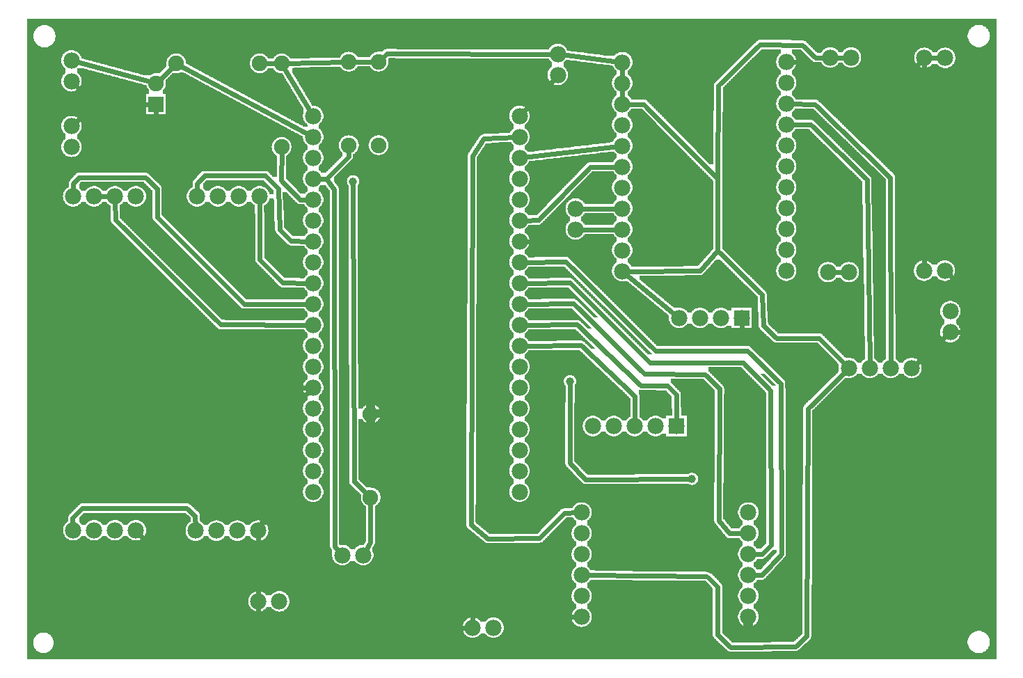
<source format=gbl>
G04 MADE WITH FRITZING*
G04 WWW.FRITZING.ORG*
G04 DOUBLE SIDED*
G04 HOLES PLATED*
G04 CONTOUR ON CENTER OF CONTOUR VECTOR*
%ASAXBY*%
%FSLAX23Y23*%
%MOIN*%
%OFA0B0*%
%SFA1.0B1.0*%
%ADD10C,0.075000*%
%ADD11C,0.039370*%
%ADD12C,0.078000*%
%ADD13R,0.078000X0.078000*%
%ADD14R,0.075000X0.075000*%
%ADD15C,0.024000*%
%LNCOPPER0*%
G90*
G70*
G54D10*
X3547Y2883D03*
X2994Y2600D03*
X2258Y2435D03*
X2617Y2398D03*
X1242Y1999D03*
X598Y2129D03*
X3430Y1361D03*
X3918Y3020D03*
X3034Y1274D03*
G54D11*
X1602Y2331D03*
G54D12*
X1148Y658D03*
X1048Y658D03*
X948Y658D03*
X848Y658D03*
X254Y2595D03*
X254Y2495D03*
X3464Y1677D03*
X3364Y1677D03*
X3264Y1677D03*
X3164Y1677D03*
G54D10*
X659Y2701D03*
X659Y2801D03*
G54D12*
X1155Y2259D03*
X1055Y2259D03*
X955Y2259D03*
X855Y2259D03*
X562Y660D03*
X462Y660D03*
X362Y660D03*
X262Y660D03*
X562Y2258D03*
X462Y2258D03*
X362Y2258D03*
X262Y2258D03*
X2891Y2901D03*
X2891Y2801D03*
X2891Y2701D03*
X2891Y2601D03*
X2891Y2501D03*
X2891Y2401D03*
X2891Y2301D03*
X2891Y2201D03*
X2891Y2101D03*
X2891Y2001D03*
X2891Y1901D03*
X3677Y2903D03*
X3677Y2803D03*
X3677Y2703D03*
X3677Y2603D03*
X3677Y2503D03*
X3677Y2403D03*
X3677Y2303D03*
X3677Y2203D03*
X3677Y2103D03*
X3677Y2003D03*
X3677Y1903D03*
X3977Y1437D03*
X4077Y1437D03*
X4177Y1437D03*
X4277Y1437D03*
X3496Y245D03*
X3496Y345D03*
X3496Y445D03*
X3496Y545D03*
X3496Y645D03*
X3496Y745D03*
X2697Y245D03*
X2697Y345D03*
X2697Y445D03*
X2697Y545D03*
X2697Y645D03*
X2697Y745D03*
X1411Y844D03*
X1411Y944D03*
X1411Y1044D03*
X1411Y1144D03*
X1411Y1244D03*
X1411Y1344D03*
X1411Y1444D03*
X1411Y1544D03*
X1411Y1644D03*
X1411Y1744D03*
X1411Y1844D03*
X1411Y1944D03*
X1411Y2044D03*
X1411Y2144D03*
X1411Y2244D03*
X1411Y2344D03*
X1411Y2444D03*
X1411Y2544D03*
X1411Y2644D03*
X2400Y844D03*
X2400Y944D03*
X2400Y1044D03*
X2400Y1144D03*
X2400Y1244D03*
X2400Y1344D03*
X2400Y1444D03*
X2400Y1544D03*
X2400Y1644D03*
X2400Y1744D03*
X2400Y1844D03*
X2400Y1944D03*
X2400Y2044D03*
X2400Y2144D03*
X2400Y2244D03*
X2400Y2344D03*
X2400Y2444D03*
X2400Y2544D03*
X2400Y2644D03*
G54D10*
X755Y2895D03*
X1155Y2895D03*
X1582Y2503D03*
X1582Y2903D03*
X1686Y1217D03*
X1686Y817D03*
X1724Y2504D03*
X1724Y2904D03*
X1260Y2495D03*
X1260Y2895D03*
G54D12*
X2668Y2200D03*
X2668Y2100D03*
X4463Y1608D03*
X4463Y1708D03*
X2583Y2940D03*
X2583Y2840D03*
X1551Y541D03*
X1651Y541D03*
X2175Y194D03*
X2275Y194D03*
X1149Y319D03*
X1249Y319D03*
X254Y2810D03*
X254Y2910D03*
X3977Y1896D03*
X3877Y1896D03*
X4337Y1903D03*
X4437Y1903D03*
X3988Y2924D03*
X3888Y2924D03*
X4339Y2922D03*
X4439Y2922D03*
X3151Y1159D03*
X3051Y1159D03*
X2951Y1159D03*
X2851Y1159D03*
X2751Y1159D03*
G54D11*
X2641Y1373D03*
X3226Y906D03*
G54D13*
X3464Y1677D03*
G54D14*
X659Y2701D03*
G54D13*
X3151Y1159D03*
G54D15*
X1392Y1844D02*
X1265Y1846D01*
D02*
X1155Y1957D02*
X1155Y2240D01*
D02*
X1392Y2044D02*
X1304Y2046D01*
D02*
X1304Y2046D02*
X1251Y2100D01*
D02*
X1182Y2358D02*
X890Y2358D01*
D02*
X855Y2320D02*
X855Y2278D01*
D02*
X1392Y1644D02*
X967Y1645D01*
D02*
X463Y2147D02*
X462Y2240D01*
D02*
X1538Y556D02*
X1515Y584D01*
D02*
X1473Y2344D02*
X1430Y2344D01*
D02*
X1686Y603D02*
X1686Y800D01*
D02*
X1660Y558D02*
X1686Y603D01*
D02*
X1602Y2323D02*
X1607Y892D01*
D02*
X1607Y892D02*
X1674Y829D01*
D02*
X1278Y2896D02*
X1565Y2903D01*
D02*
X1401Y2660D02*
X1269Y2880D01*
D02*
X2687Y2200D02*
X2872Y2201D01*
D02*
X2687Y2100D02*
X2872Y2101D01*
D02*
X2716Y904D02*
X2640Y982D01*
D02*
X2640Y982D02*
X2641Y1365D01*
D02*
X3793Y2604D02*
X4063Y2339D01*
D02*
X3696Y2603D02*
X3793Y2604D01*
D02*
X4063Y2339D02*
X4077Y1456D01*
D02*
X272Y2905D02*
X642Y2805D01*
D02*
X4177Y1456D02*
X4176Y2351D01*
D02*
X3815Y2701D02*
X3696Y2703D01*
D02*
X4176Y2351D02*
X3815Y2701D01*
D02*
X381Y2258D02*
X443Y2258D01*
D02*
X3896Y1896D02*
X3958Y1896D01*
D02*
X2891Y2782D02*
X2891Y2720D01*
D02*
X2891Y2820D02*
X2891Y2882D01*
D02*
X2601Y2938D02*
X2873Y2904D01*
D02*
X3568Y1639D02*
X3562Y1788D01*
D02*
X3349Y1998D02*
X3349Y2342D01*
D02*
X3562Y1788D02*
X3349Y1998D01*
D02*
X2995Y2700D02*
X2910Y2701D01*
D02*
X3349Y2342D02*
X2995Y2700D01*
D02*
X3149Y1689D02*
X2906Y1889D01*
D02*
X3631Y1580D02*
X3568Y1639D01*
D02*
X3964Y1450D02*
X3835Y1581D01*
D02*
X3835Y1581D02*
X3631Y1580D01*
D02*
X3755Y2984D02*
X3552Y2986D01*
D02*
X3817Y2924D02*
X3755Y2984D01*
D02*
X3869Y2924D02*
X3817Y2924D01*
D02*
X3352Y2788D02*
X3349Y2342D01*
D02*
X3552Y2986D02*
X3352Y2788D01*
D02*
X3969Y2924D02*
X3907Y2924D01*
D02*
X4482Y1609D02*
X4544Y1613D01*
D02*
X4593Y1668D02*
X4593Y1750D01*
D02*
X4593Y1750D02*
X4451Y1890D01*
D02*
X4544Y1613D02*
X4593Y1668D01*
D02*
X4291Y1450D02*
X4449Y1596D01*
D02*
X4339Y2903D02*
X4337Y1922D01*
D02*
X4420Y2922D02*
X4358Y2922D01*
D02*
X3750Y2901D02*
X3853Y2812D01*
D02*
X3696Y2903D02*
X3750Y2901D01*
D02*
X3853Y2812D02*
X4229Y2808D01*
D02*
X4229Y2808D02*
X4326Y2908D01*
D02*
X2413Y2658D02*
X2570Y2826D01*
D02*
X1149Y338D02*
X1148Y639D01*
D02*
X575Y646D02*
X667Y551D01*
D02*
X667Y551D02*
X1114Y550D01*
D02*
X1147Y579D02*
X1148Y639D01*
D02*
X1114Y550D02*
X1147Y579D01*
D02*
X1212Y194D02*
X1149Y251D01*
D02*
X2156Y194D02*
X1212Y194D01*
D02*
X1149Y251D02*
X1149Y300D01*
D02*
X2174Y261D02*
X2175Y213D01*
D02*
X2257Y344D02*
X2174Y261D01*
D02*
X2517Y341D02*
X2257Y344D01*
D02*
X2613Y245D02*
X2517Y341D01*
D02*
X2678Y245D02*
X2613Y245D01*
D02*
X267Y2609D02*
X363Y2701D01*
D02*
X363Y2701D02*
X642Y2701D01*
D02*
X267Y2796D02*
X363Y2701D01*
D02*
X2228Y2535D02*
X2174Y2453D01*
D02*
X2381Y2543D02*
X2228Y2535D01*
D02*
X1332Y1274D02*
X1397Y1331D01*
D02*
X1332Y698D02*
X1332Y1274D01*
D02*
X1155Y676D02*
X1164Y698D01*
D02*
X1164Y698D02*
X1332Y698D01*
D02*
X1265Y1846D02*
X1155Y1957D01*
D02*
X1243Y2296D02*
X1182Y2358D01*
D02*
X890Y2358D02*
X855Y2320D01*
D02*
X967Y1645D02*
X463Y2147D01*
D02*
X1251Y2100D02*
X1243Y2296D01*
D02*
X1581Y2450D02*
X1582Y2486D01*
D02*
X1581Y2450D02*
X1473Y2344D01*
D02*
X1512Y2294D02*
X1473Y2344D01*
D02*
X1515Y584D02*
X1512Y2294D01*
D02*
X3218Y906D02*
X2716Y904D01*
D02*
X2248Y620D02*
X2496Y622D01*
D02*
X2167Y687D02*
X2248Y620D01*
D02*
X2614Y743D02*
X2678Y745D01*
D02*
X2496Y622D02*
X2614Y743D01*
D02*
X2174Y2453D02*
X2167Y687D01*
D02*
X3264Y1903D02*
X2910Y1901D01*
D02*
X3349Y1998D02*
X3264Y1903D01*
D02*
X3306Y433D02*
X3347Y391D01*
D02*
X3347Y391D02*
X3347Y159D01*
D02*
X3347Y159D02*
X3410Y101D01*
D02*
X3410Y101D02*
X3722Y104D01*
D02*
X3722Y104D02*
X3776Y153D01*
D02*
X3776Y153D02*
X3781Y1243D01*
D02*
X3781Y1243D02*
X3964Y1424D01*
D02*
X2716Y445D02*
X3293Y439D01*
D02*
X3071Y1578D02*
X2598Y2046D01*
D02*
X2598Y2046D02*
X2419Y2044D01*
D02*
X3423Y1578D02*
X3071Y1578D01*
D02*
X3465Y1621D02*
X3423Y1578D01*
D02*
X3464Y1658D02*
X3465Y1621D01*
D02*
X2622Y1946D02*
X2419Y1944D01*
D02*
X3050Y1520D02*
X2622Y1946D01*
D02*
X3491Y1521D02*
X3050Y1520D01*
D02*
X3651Y1362D02*
X3491Y1521D01*
D02*
X3654Y547D02*
X3651Y1362D01*
D02*
X3560Y445D02*
X3654Y547D01*
D02*
X3515Y445D02*
X3560Y445D01*
D02*
X2419Y1844D02*
X2640Y1845D01*
D02*
X2640Y1845D02*
X3023Y1463D01*
D02*
X3023Y1463D02*
X3470Y1463D01*
D02*
X3470Y1463D02*
X3601Y1329D01*
D02*
X3601Y1329D02*
X3604Y588D01*
D02*
X3604Y588D02*
X3560Y545D01*
D02*
X3560Y545D02*
X3515Y545D01*
D02*
X2658Y1746D02*
X2419Y1744D01*
D02*
X2999Y1408D02*
X2658Y1746D01*
D02*
X3289Y1407D02*
X2999Y1408D01*
D02*
X3357Y1339D02*
X3289Y1407D01*
D02*
X3354Y707D02*
X3357Y1339D01*
D02*
X3405Y645D02*
X3354Y707D01*
D02*
X3477Y645D02*
X3405Y645D01*
D02*
X2675Y1645D02*
X2419Y1644D01*
D02*
X2980Y1353D02*
X2675Y1645D01*
D02*
X3109Y1352D02*
X2980Y1353D01*
D02*
X3151Y1309D02*
X3109Y1352D01*
D02*
X3151Y1178D02*
X3151Y1309D01*
D02*
X2695Y1545D02*
X2419Y1544D01*
D02*
X2952Y1302D02*
X2695Y1545D01*
D02*
X2951Y1178D02*
X2952Y1302D01*
D02*
X2418Y2446D02*
X2873Y2499D01*
D02*
X2490Y2145D02*
X2738Y2400D01*
D02*
X2738Y2400D02*
X2872Y2401D01*
D02*
X2419Y2144D02*
X2490Y2145D01*
D02*
X1764Y2943D02*
X2564Y2940D01*
D02*
X1737Y2916D02*
X1764Y2943D01*
D02*
X306Y766D02*
X806Y766D01*
D02*
X806Y766D02*
X846Y731D01*
D02*
X259Y718D02*
X306Y766D01*
D02*
X846Y731D02*
X848Y677D01*
D02*
X261Y679D02*
X259Y718D01*
D02*
X1392Y1744D02*
X1081Y1743D01*
D02*
X1081Y1743D02*
X664Y2160D01*
D02*
X664Y2160D02*
X663Y2296D01*
D02*
X663Y2296D02*
X607Y2350D01*
D02*
X607Y2350D02*
X289Y2350D01*
D02*
X289Y2350D02*
X262Y2318D01*
D02*
X262Y2318D02*
X262Y2277D01*
D02*
X1259Y2335D02*
X1260Y2478D01*
D02*
X1348Y2244D02*
X1259Y2335D01*
D02*
X1392Y2244D02*
X1348Y2244D01*
D02*
X1394Y2553D02*
X771Y2887D01*
D02*
X743Y2883D02*
X672Y2813D01*
D02*
X1707Y2904D02*
X1600Y2903D01*
D02*
X1173Y2895D02*
X1243Y2895D01*
D02*
X167Y2183D02*
X1015Y1343D01*
D02*
X1015Y1343D02*
X1392Y1344D01*
D02*
X164Y2346D02*
X167Y2183D01*
D02*
X225Y2406D02*
X164Y2346D01*
D02*
X526Y2406D02*
X225Y2406D01*
D02*
X661Y2541D02*
X526Y2406D01*
D02*
X659Y2683D02*
X661Y2541D01*
G36*
X3560Y2964D02*
X3560Y2962D01*
X3558Y2962D01*
X3558Y2960D01*
X3556Y2960D01*
X3556Y2958D01*
X3554Y2958D01*
X3554Y2956D01*
X3552Y2956D01*
X3552Y2954D01*
X3550Y2954D01*
X3550Y2952D01*
X3548Y2952D01*
X3548Y2950D01*
X3546Y2950D01*
X3546Y2948D01*
X3544Y2948D01*
X3544Y2946D01*
X3542Y2946D01*
X3542Y2944D01*
X3540Y2944D01*
X3540Y2942D01*
X3538Y2942D01*
X3538Y2940D01*
X3536Y2940D01*
X3536Y2938D01*
X3534Y2938D01*
X3534Y2936D01*
X3532Y2936D01*
X3532Y2934D01*
X3530Y2934D01*
X3530Y2932D01*
X3528Y2932D01*
X3528Y2930D01*
X3526Y2930D01*
X3526Y2928D01*
X3524Y2928D01*
X3524Y2926D01*
X3522Y2926D01*
X3522Y2924D01*
X3518Y2924D01*
X3518Y2922D01*
X3516Y2922D01*
X3516Y2920D01*
X3514Y2920D01*
X3514Y2918D01*
X3512Y2918D01*
X3512Y2916D01*
X3510Y2916D01*
X3510Y2914D01*
X3508Y2914D01*
X3508Y2912D01*
X3506Y2912D01*
X3506Y2910D01*
X3504Y2910D01*
X3504Y2908D01*
X3502Y2908D01*
X3502Y2906D01*
X3500Y2906D01*
X3500Y2904D01*
X3498Y2904D01*
X3498Y2902D01*
X3496Y2902D01*
X3496Y2900D01*
X3494Y2900D01*
X3494Y2898D01*
X3492Y2898D01*
X3492Y2896D01*
X3490Y2896D01*
X3490Y2894D01*
X3488Y2894D01*
X3488Y2892D01*
X3486Y2892D01*
X3486Y2890D01*
X3484Y2890D01*
X3484Y2888D01*
X3482Y2888D01*
X3482Y2886D01*
X3480Y2886D01*
X3480Y2884D01*
X3478Y2884D01*
X3478Y2882D01*
X3476Y2882D01*
X3476Y2880D01*
X3474Y2880D01*
X3474Y2878D01*
X3472Y2878D01*
X3472Y2876D01*
X3470Y2876D01*
X3470Y2874D01*
X3468Y2874D01*
X3468Y2872D01*
X3466Y2872D01*
X3466Y2870D01*
X3464Y2870D01*
X3464Y2868D01*
X3462Y2868D01*
X3462Y2866D01*
X3460Y2866D01*
X3460Y2864D01*
X3458Y2864D01*
X3458Y2862D01*
X3456Y2862D01*
X3456Y2860D01*
X3454Y2860D01*
X3454Y2858D01*
X3452Y2858D01*
X3452Y2856D01*
X3450Y2856D01*
X3450Y2854D01*
X3448Y2854D01*
X3448Y2852D01*
X3446Y2852D01*
X3446Y2850D01*
X3444Y2850D01*
X3444Y2848D01*
X3442Y2848D01*
X3442Y2846D01*
X3440Y2846D01*
X3440Y2844D01*
X3438Y2844D01*
X3438Y2842D01*
X3436Y2842D01*
X3436Y2840D01*
X3434Y2840D01*
X3434Y2838D01*
X3432Y2838D01*
X3432Y2836D01*
X3430Y2836D01*
X3430Y2834D01*
X3428Y2834D01*
X3428Y2832D01*
X3426Y2832D01*
X3426Y2830D01*
X3424Y2830D01*
X3424Y2828D01*
X3422Y2828D01*
X3422Y2826D01*
X3420Y2826D01*
X3420Y2824D01*
X3418Y2824D01*
X3418Y2822D01*
X3416Y2822D01*
X3416Y2820D01*
X3414Y2820D01*
X3414Y2818D01*
X3412Y2818D01*
X3412Y2816D01*
X3410Y2816D01*
X3410Y2814D01*
X3408Y2814D01*
X3408Y2812D01*
X3406Y2812D01*
X3406Y2810D01*
X3404Y2810D01*
X3404Y2808D01*
X3402Y2808D01*
X3402Y2806D01*
X3400Y2806D01*
X3400Y2804D01*
X3398Y2804D01*
X3398Y2802D01*
X3396Y2802D01*
X3396Y2800D01*
X3394Y2800D01*
X3394Y2798D01*
X3392Y2798D01*
X3392Y2796D01*
X3390Y2796D01*
X3390Y2794D01*
X3388Y2794D01*
X3388Y2792D01*
X3386Y2792D01*
X3386Y2790D01*
X3384Y2790D01*
X3384Y2788D01*
X3382Y2788D01*
X3382Y2786D01*
X3380Y2786D01*
X3380Y2784D01*
X3378Y2784D01*
X3378Y2782D01*
X3376Y2782D01*
X3376Y2780D01*
X3374Y2780D01*
X3374Y2664D01*
X3372Y2664D01*
X3372Y2006D01*
X3374Y2006D01*
X3374Y2004D01*
X3376Y2004D01*
X3376Y2002D01*
X3378Y2002D01*
X3378Y2000D01*
X3380Y2000D01*
X3380Y1998D01*
X3382Y1998D01*
X3382Y1996D01*
X3384Y1996D01*
X3384Y1994D01*
X3386Y1994D01*
X3386Y1992D01*
X3388Y1992D01*
X3388Y1990D01*
X3390Y1990D01*
X3390Y1988D01*
X3392Y1988D01*
X3392Y1986D01*
X3394Y1986D01*
X3394Y1984D01*
X3396Y1984D01*
X3396Y1982D01*
X3398Y1982D01*
X3398Y1980D01*
X3400Y1980D01*
X3400Y1978D01*
X3402Y1978D01*
X3402Y1976D01*
X3404Y1976D01*
X3404Y1974D01*
X3406Y1974D01*
X3406Y1972D01*
X3408Y1972D01*
X3408Y1970D01*
X3410Y1970D01*
X3410Y1968D01*
X3412Y1968D01*
X3412Y1966D01*
X3414Y1966D01*
X3414Y1964D01*
X3416Y1964D01*
X3416Y1962D01*
X3418Y1962D01*
X3418Y1960D01*
X3420Y1960D01*
X3420Y1958D01*
X3422Y1958D01*
X3422Y1956D01*
X3424Y1956D01*
X3424Y1954D01*
X3426Y1954D01*
X3426Y1952D01*
X3428Y1952D01*
X3428Y1950D01*
X3430Y1950D01*
X3430Y1948D01*
X3432Y1948D01*
X3432Y1946D01*
X3434Y1946D01*
X3434Y1944D01*
X3436Y1944D01*
X3436Y1942D01*
X3438Y1942D01*
X3438Y1940D01*
X3440Y1940D01*
X3440Y1938D01*
X3442Y1938D01*
X3442Y1936D01*
X3444Y1936D01*
X3444Y1934D01*
X3446Y1934D01*
X3446Y1932D01*
X3448Y1932D01*
X3448Y1930D01*
X3450Y1930D01*
X3450Y1928D01*
X3452Y1928D01*
X3452Y1926D01*
X3454Y1926D01*
X3454Y1924D01*
X3456Y1924D01*
X3456Y1922D01*
X3458Y1922D01*
X3458Y1920D01*
X3460Y1920D01*
X3460Y1918D01*
X3462Y1918D01*
X3462Y1916D01*
X3464Y1916D01*
X3464Y1914D01*
X3466Y1914D01*
X3466Y1912D01*
X3468Y1912D01*
X3468Y1910D01*
X3470Y1910D01*
X3470Y1908D01*
X3472Y1908D01*
X3472Y1906D01*
X3474Y1906D01*
X3474Y1904D01*
X3476Y1904D01*
X3476Y1902D01*
X3478Y1902D01*
X3478Y1900D01*
X3480Y1900D01*
X3480Y1898D01*
X3482Y1898D01*
X3482Y1896D01*
X3484Y1896D01*
X3484Y1894D01*
X3486Y1894D01*
X3486Y1892D01*
X3488Y1892D01*
X3488Y1890D01*
X3490Y1890D01*
X3490Y1888D01*
X3492Y1888D01*
X3492Y1886D01*
X3494Y1886D01*
X3494Y1884D01*
X3496Y1884D01*
X3496Y1882D01*
X3500Y1882D01*
X3500Y1880D01*
X3502Y1880D01*
X3502Y1878D01*
X3504Y1878D01*
X3504Y1876D01*
X3506Y1876D01*
X3506Y1874D01*
X3508Y1874D01*
X3508Y1872D01*
X3510Y1872D01*
X3510Y1870D01*
X3512Y1870D01*
X3512Y1868D01*
X3514Y1868D01*
X3514Y1866D01*
X3516Y1866D01*
X3516Y1864D01*
X3518Y1864D01*
X3518Y1862D01*
X3520Y1862D01*
X3520Y1860D01*
X3522Y1860D01*
X3522Y1858D01*
X3524Y1858D01*
X3524Y1856D01*
X3526Y1856D01*
X3526Y1854D01*
X3670Y1854D01*
X3670Y1856D01*
X3662Y1856D01*
X3662Y1858D01*
X3656Y1858D01*
X3656Y1860D01*
X3654Y1860D01*
X3654Y1862D01*
X3650Y1862D01*
X3650Y1864D01*
X3648Y1864D01*
X3648Y1866D01*
X3644Y1866D01*
X3644Y1868D01*
X3642Y1868D01*
X3642Y1870D01*
X3640Y1870D01*
X3640Y1874D01*
X3638Y1874D01*
X3638Y1876D01*
X3636Y1876D01*
X3636Y1880D01*
X3634Y1880D01*
X3634Y1882D01*
X3632Y1882D01*
X3632Y1888D01*
X3630Y1888D01*
X3630Y1896D01*
X3628Y1896D01*
X3628Y1910D01*
X3630Y1910D01*
X3630Y1918D01*
X3632Y1918D01*
X3632Y1924D01*
X3634Y1924D01*
X3634Y1928D01*
X3636Y1928D01*
X3636Y1930D01*
X3638Y1930D01*
X3638Y1934D01*
X3640Y1934D01*
X3640Y1936D01*
X3642Y1936D01*
X3642Y1938D01*
X3644Y1938D01*
X3644Y1940D01*
X3646Y1940D01*
X3646Y1942D01*
X3648Y1942D01*
X3648Y1944D01*
X3650Y1944D01*
X3650Y1964D01*
X3648Y1964D01*
X3648Y1966D01*
X3644Y1966D01*
X3644Y1968D01*
X3642Y1968D01*
X3642Y1970D01*
X3640Y1970D01*
X3640Y1974D01*
X3638Y1974D01*
X3638Y1976D01*
X3636Y1976D01*
X3636Y1980D01*
X3634Y1980D01*
X3634Y1982D01*
X3632Y1982D01*
X3632Y1988D01*
X3630Y1988D01*
X3630Y1996D01*
X3628Y1996D01*
X3628Y2010D01*
X3630Y2010D01*
X3630Y2018D01*
X3632Y2018D01*
X3632Y2024D01*
X3634Y2024D01*
X3634Y2028D01*
X3636Y2028D01*
X3636Y2030D01*
X3638Y2030D01*
X3638Y2034D01*
X3640Y2034D01*
X3640Y2036D01*
X3642Y2036D01*
X3642Y2038D01*
X3644Y2038D01*
X3644Y2040D01*
X3646Y2040D01*
X3646Y2042D01*
X3648Y2042D01*
X3648Y2044D01*
X3650Y2044D01*
X3650Y2064D01*
X3648Y2064D01*
X3648Y2066D01*
X3644Y2066D01*
X3644Y2068D01*
X3642Y2068D01*
X3642Y2070D01*
X3640Y2070D01*
X3640Y2074D01*
X3638Y2074D01*
X3638Y2076D01*
X3636Y2076D01*
X3636Y2080D01*
X3634Y2080D01*
X3634Y2082D01*
X3632Y2082D01*
X3632Y2088D01*
X3630Y2088D01*
X3630Y2096D01*
X3628Y2096D01*
X3628Y2110D01*
X3630Y2110D01*
X3630Y2118D01*
X3632Y2118D01*
X3632Y2124D01*
X3634Y2124D01*
X3634Y2128D01*
X3636Y2128D01*
X3636Y2130D01*
X3638Y2130D01*
X3638Y2134D01*
X3640Y2134D01*
X3640Y2136D01*
X3642Y2136D01*
X3642Y2138D01*
X3644Y2138D01*
X3644Y2140D01*
X3646Y2140D01*
X3646Y2142D01*
X3648Y2142D01*
X3648Y2144D01*
X3650Y2144D01*
X3650Y2164D01*
X3648Y2164D01*
X3648Y2166D01*
X3644Y2166D01*
X3644Y2168D01*
X3642Y2168D01*
X3642Y2170D01*
X3640Y2170D01*
X3640Y2174D01*
X3638Y2174D01*
X3638Y2176D01*
X3636Y2176D01*
X3636Y2180D01*
X3634Y2180D01*
X3634Y2182D01*
X3632Y2182D01*
X3632Y2188D01*
X3630Y2188D01*
X3630Y2196D01*
X3628Y2196D01*
X3628Y2210D01*
X3630Y2210D01*
X3630Y2218D01*
X3632Y2218D01*
X3632Y2224D01*
X3634Y2224D01*
X3634Y2228D01*
X3636Y2228D01*
X3636Y2230D01*
X3638Y2230D01*
X3638Y2234D01*
X3640Y2234D01*
X3640Y2236D01*
X3642Y2236D01*
X3642Y2238D01*
X3644Y2238D01*
X3644Y2240D01*
X3646Y2240D01*
X3646Y2242D01*
X3648Y2242D01*
X3648Y2244D01*
X3650Y2244D01*
X3650Y2264D01*
X3648Y2264D01*
X3648Y2266D01*
X3644Y2266D01*
X3644Y2268D01*
X3642Y2268D01*
X3642Y2270D01*
X3640Y2270D01*
X3640Y2274D01*
X3638Y2274D01*
X3638Y2276D01*
X3636Y2276D01*
X3636Y2280D01*
X3634Y2280D01*
X3634Y2282D01*
X3632Y2282D01*
X3632Y2288D01*
X3630Y2288D01*
X3630Y2296D01*
X3628Y2296D01*
X3628Y2310D01*
X3630Y2310D01*
X3630Y2318D01*
X3632Y2318D01*
X3632Y2324D01*
X3634Y2324D01*
X3634Y2328D01*
X3636Y2328D01*
X3636Y2330D01*
X3638Y2330D01*
X3638Y2334D01*
X3640Y2334D01*
X3640Y2336D01*
X3642Y2336D01*
X3642Y2338D01*
X3644Y2338D01*
X3644Y2340D01*
X3646Y2340D01*
X3646Y2342D01*
X3648Y2342D01*
X3648Y2344D01*
X3650Y2344D01*
X3650Y2364D01*
X3648Y2364D01*
X3648Y2366D01*
X3644Y2366D01*
X3644Y2368D01*
X3642Y2368D01*
X3642Y2370D01*
X3640Y2370D01*
X3640Y2374D01*
X3638Y2374D01*
X3638Y2376D01*
X3636Y2376D01*
X3636Y2380D01*
X3634Y2380D01*
X3634Y2382D01*
X3632Y2382D01*
X3632Y2388D01*
X3630Y2388D01*
X3630Y2396D01*
X3628Y2396D01*
X3628Y2410D01*
X3630Y2410D01*
X3630Y2418D01*
X3632Y2418D01*
X3632Y2424D01*
X3634Y2424D01*
X3634Y2428D01*
X3636Y2428D01*
X3636Y2430D01*
X3638Y2430D01*
X3638Y2434D01*
X3640Y2434D01*
X3640Y2436D01*
X3642Y2436D01*
X3642Y2438D01*
X3644Y2438D01*
X3644Y2440D01*
X3646Y2440D01*
X3646Y2442D01*
X3648Y2442D01*
X3648Y2444D01*
X3650Y2444D01*
X3650Y2464D01*
X3648Y2464D01*
X3648Y2466D01*
X3644Y2466D01*
X3644Y2468D01*
X3642Y2468D01*
X3642Y2470D01*
X3640Y2470D01*
X3640Y2474D01*
X3638Y2474D01*
X3638Y2476D01*
X3636Y2476D01*
X3636Y2480D01*
X3634Y2480D01*
X3634Y2482D01*
X3632Y2482D01*
X3632Y2488D01*
X3630Y2488D01*
X3630Y2496D01*
X3628Y2496D01*
X3628Y2510D01*
X3630Y2510D01*
X3630Y2518D01*
X3632Y2518D01*
X3632Y2524D01*
X3634Y2524D01*
X3634Y2528D01*
X3636Y2528D01*
X3636Y2530D01*
X3638Y2530D01*
X3638Y2534D01*
X3640Y2534D01*
X3640Y2536D01*
X3642Y2536D01*
X3642Y2538D01*
X3644Y2538D01*
X3644Y2540D01*
X3646Y2540D01*
X3646Y2542D01*
X3648Y2542D01*
X3648Y2544D01*
X3650Y2544D01*
X3650Y2564D01*
X3648Y2564D01*
X3648Y2566D01*
X3644Y2566D01*
X3644Y2568D01*
X3642Y2568D01*
X3642Y2570D01*
X3640Y2570D01*
X3640Y2574D01*
X3638Y2574D01*
X3638Y2576D01*
X3636Y2576D01*
X3636Y2580D01*
X3634Y2580D01*
X3634Y2582D01*
X3632Y2582D01*
X3632Y2588D01*
X3630Y2588D01*
X3630Y2596D01*
X3628Y2596D01*
X3628Y2610D01*
X3630Y2610D01*
X3630Y2618D01*
X3632Y2618D01*
X3632Y2624D01*
X3634Y2624D01*
X3634Y2628D01*
X3636Y2628D01*
X3636Y2630D01*
X3638Y2630D01*
X3638Y2634D01*
X3640Y2634D01*
X3640Y2636D01*
X3642Y2636D01*
X3642Y2638D01*
X3644Y2638D01*
X3644Y2640D01*
X3646Y2640D01*
X3646Y2642D01*
X3648Y2642D01*
X3648Y2644D01*
X3650Y2644D01*
X3650Y2664D01*
X3648Y2664D01*
X3648Y2666D01*
X3644Y2666D01*
X3644Y2668D01*
X3642Y2668D01*
X3642Y2670D01*
X3640Y2670D01*
X3640Y2674D01*
X3638Y2674D01*
X3638Y2676D01*
X3636Y2676D01*
X3636Y2680D01*
X3634Y2680D01*
X3634Y2682D01*
X3632Y2682D01*
X3632Y2688D01*
X3630Y2688D01*
X3630Y2696D01*
X3628Y2696D01*
X3628Y2710D01*
X3630Y2710D01*
X3630Y2718D01*
X3632Y2718D01*
X3632Y2724D01*
X3634Y2724D01*
X3634Y2728D01*
X3636Y2728D01*
X3636Y2730D01*
X3638Y2730D01*
X3638Y2734D01*
X3640Y2734D01*
X3640Y2736D01*
X3642Y2736D01*
X3642Y2738D01*
X3644Y2738D01*
X3644Y2740D01*
X3646Y2740D01*
X3646Y2742D01*
X3648Y2742D01*
X3648Y2744D01*
X3650Y2744D01*
X3650Y2764D01*
X3648Y2764D01*
X3648Y2766D01*
X3644Y2766D01*
X3644Y2768D01*
X3642Y2768D01*
X3642Y2770D01*
X3640Y2770D01*
X3640Y2774D01*
X3638Y2774D01*
X3638Y2776D01*
X3636Y2776D01*
X3636Y2780D01*
X3634Y2780D01*
X3634Y2782D01*
X3632Y2782D01*
X3632Y2788D01*
X3630Y2788D01*
X3630Y2796D01*
X3628Y2796D01*
X3628Y2810D01*
X3630Y2810D01*
X3630Y2818D01*
X3632Y2818D01*
X3632Y2824D01*
X3634Y2824D01*
X3634Y2828D01*
X3636Y2828D01*
X3636Y2830D01*
X3638Y2830D01*
X3638Y2834D01*
X3640Y2834D01*
X3640Y2836D01*
X3642Y2836D01*
X3642Y2838D01*
X3644Y2838D01*
X3644Y2840D01*
X3646Y2840D01*
X3646Y2842D01*
X3648Y2842D01*
X3648Y2844D01*
X3650Y2844D01*
X3650Y2864D01*
X3648Y2864D01*
X3648Y2866D01*
X3644Y2866D01*
X3644Y2868D01*
X3642Y2868D01*
X3642Y2870D01*
X3640Y2870D01*
X3640Y2874D01*
X3638Y2874D01*
X3638Y2876D01*
X3636Y2876D01*
X3636Y2880D01*
X3634Y2880D01*
X3634Y2882D01*
X3632Y2882D01*
X3632Y2888D01*
X3630Y2888D01*
X3630Y2896D01*
X3628Y2896D01*
X3628Y2910D01*
X3630Y2910D01*
X3630Y2918D01*
X3632Y2918D01*
X3632Y2924D01*
X3634Y2924D01*
X3634Y2928D01*
X3636Y2928D01*
X3636Y2930D01*
X3638Y2930D01*
X3638Y2934D01*
X3640Y2934D01*
X3640Y2936D01*
X3642Y2936D01*
X3642Y2938D01*
X3644Y2938D01*
X3644Y2940D01*
X3646Y2940D01*
X3646Y2942D01*
X3648Y2942D01*
X3648Y2944D01*
X3652Y2944D01*
X3652Y2964D01*
X3560Y2964D01*
G37*
D02*
G36*
X3720Y2582D02*
X3720Y2578D01*
X3718Y2578D01*
X3718Y2574D01*
X3716Y2574D01*
X3716Y2572D01*
X3714Y2572D01*
X3714Y2570D01*
X3712Y2570D01*
X3712Y2568D01*
X3710Y2568D01*
X3710Y2566D01*
X3708Y2566D01*
X3708Y2564D01*
X3706Y2564D01*
X3706Y2542D01*
X3708Y2542D01*
X3708Y2540D01*
X3710Y2540D01*
X3710Y2538D01*
X3712Y2538D01*
X3712Y2536D01*
X3714Y2536D01*
X3714Y2534D01*
X3716Y2534D01*
X3716Y2532D01*
X3718Y2532D01*
X3718Y2528D01*
X3720Y2528D01*
X3720Y2526D01*
X3722Y2526D01*
X3722Y2520D01*
X3724Y2520D01*
X3724Y2514D01*
X3726Y2514D01*
X3726Y2492D01*
X3724Y2492D01*
X3724Y2486D01*
X3722Y2486D01*
X3722Y2482D01*
X3720Y2482D01*
X3720Y2478D01*
X3718Y2478D01*
X3718Y2474D01*
X3716Y2474D01*
X3716Y2472D01*
X3714Y2472D01*
X3714Y2470D01*
X3712Y2470D01*
X3712Y2468D01*
X3710Y2468D01*
X3710Y2466D01*
X3708Y2466D01*
X3708Y2464D01*
X3706Y2464D01*
X3706Y2442D01*
X3708Y2442D01*
X3708Y2440D01*
X3710Y2440D01*
X3710Y2438D01*
X3712Y2438D01*
X3712Y2436D01*
X3714Y2436D01*
X3714Y2434D01*
X3716Y2434D01*
X3716Y2432D01*
X3718Y2432D01*
X3718Y2428D01*
X3720Y2428D01*
X3720Y2426D01*
X3722Y2426D01*
X3722Y2420D01*
X3724Y2420D01*
X3724Y2414D01*
X3726Y2414D01*
X3726Y2392D01*
X3724Y2392D01*
X3724Y2386D01*
X3722Y2386D01*
X3722Y2382D01*
X3720Y2382D01*
X3720Y2378D01*
X3718Y2378D01*
X3718Y2374D01*
X3716Y2374D01*
X3716Y2372D01*
X3714Y2372D01*
X3714Y2370D01*
X3712Y2370D01*
X3712Y2368D01*
X3710Y2368D01*
X3710Y2366D01*
X3708Y2366D01*
X3708Y2364D01*
X3706Y2364D01*
X3706Y2342D01*
X3708Y2342D01*
X3708Y2340D01*
X3710Y2340D01*
X3710Y2338D01*
X3712Y2338D01*
X3712Y2336D01*
X3714Y2336D01*
X3714Y2334D01*
X3716Y2334D01*
X3716Y2332D01*
X3718Y2332D01*
X3718Y2328D01*
X3720Y2328D01*
X3720Y2326D01*
X3722Y2326D01*
X3722Y2320D01*
X3724Y2320D01*
X3724Y2314D01*
X3726Y2314D01*
X3726Y2292D01*
X3724Y2292D01*
X3724Y2286D01*
X3722Y2286D01*
X3722Y2282D01*
X3720Y2282D01*
X3720Y2278D01*
X3718Y2278D01*
X3718Y2274D01*
X3716Y2274D01*
X3716Y2272D01*
X3714Y2272D01*
X3714Y2270D01*
X3712Y2270D01*
X3712Y2268D01*
X3710Y2268D01*
X3710Y2266D01*
X3708Y2266D01*
X3708Y2264D01*
X3706Y2264D01*
X3706Y2242D01*
X3708Y2242D01*
X3708Y2240D01*
X3710Y2240D01*
X3710Y2238D01*
X3712Y2238D01*
X3712Y2236D01*
X3714Y2236D01*
X3714Y2234D01*
X3716Y2234D01*
X3716Y2232D01*
X3718Y2232D01*
X3718Y2228D01*
X3720Y2228D01*
X3720Y2226D01*
X3722Y2226D01*
X3722Y2220D01*
X3724Y2220D01*
X3724Y2214D01*
X3726Y2214D01*
X3726Y2192D01*
X3724Y2192D01*
X3724Y2186D01*
X3722Y2186D01*
X3722Y2182D01*
X3720Y2182D01*
X3720Y2178D01*
X3718Y2178D01*
X3718Y2174D01*
X3716Y2174D01*
X3716Y2172D01*
X3714Y2172D01*
X3714Y2170D01*
X3712Y2170D01*
X3712Y2168D01*
X3710Y2168D01*
X3710Y2166D01*
X3708Y2166D01*
X3708Y2164D01*
X3706Y2164D01*
X3706Y2142D01*
X3708Y2142D01*
X3708Y2140D01*
X3710Y2140D01*
X3710Y2138D01*
X3712Y2138D01*
X3712Y2136D01*
X3714Y2136D01*
X3714Y2134D01*
X3716Y2134D01*
X3716Y2132D01*
X3718Y2132D01*
X3718Y2128D01*
X3720Y2128D01*
X3720Y2126D01*
X3722Y2126D01*
X3722Y2120D01*
X3724Y2120D01*
X3724Y2114D01*
X3726Y2114D01*
X3726Y2092D01*
X3724Y2092D01*
X3724Y2086D01*
X3722Y2086D01*
X3722Y2082D01*
X3720Y2082D01*
X3720Y2078D01*
X3718Y2078D01*
X3718Y2074D01*
X3716Y2074D01*
X3716Y2072D01*
X3714Y2072D01*
X3714Y2070D01*
X3712Y2070D01*
X3712Y2068D01*
X3710Y2068D01*
X3710Y2066D01*
X3708Y2066D01*
X3708Y2064D01*
X3706Y2064D01*
X3706Y2042D01*
X3708Y2042D01*
X3708Y2040D01*
X3710Y2040D01*
X3710Y2038D01*
X3712Y2038D01*
X3712Y2036D01*
X3714Y2036D01*
X3714Y2034D01*
X3716Y2034D01*
X3716Y2032D01*
X3718Y2032D01*
X3718Y2028D01*
X3720Y2028D01*
X3720Y2026D01*
X3722Y2026D01*
X3722Y2020D01*
X3724Y2020D01*
X3724Y2014D01*
X3726Y2014D01*
X3726Y1992D01*
X3724Y1992D01*
X3724Y1986D01*
X3722Y1986D01*
X3722Y1982D01*
X3720Y1982D01*
X3720Y1978D01*
X3718Y1978D01*
X3718Y1974D01*
X3716Y1974D01*
X3716Y1972D01*
X3714Y1972D01*
X3714Y1970D01*
X3712Y1970D01*
X3712Y1968D01*
X3710Y1968D01*
X3710Y1966D01*
X3708Y1966D01*
X3708Y1964D01*
X3706Y1964D01*
X3706Y1946D01*
X3982Y1946D01*
X3982Y1944D01*
X3992Y1944D01*
X3992Y1942D01*
X3998Y1942D01*
X3998Y1940D01*
X4000Y1940D01*
X4000Y1938D01*
X4004Y1938D01*
X4004Y1936D01*
X4006Y1936D01*
X4006Y1934D01*
X4010Y1934D01*
X4010Y1932D01*
X4012Y1932D01*
X4012Y1930D01*
X4014Y1930D01*
X4014Y1928D01*
X4016Y1928D01*
X4016Y1924D01*
X4018Y1924D01*
X4018Y1922D01*
X4020Y1922D01*
X4020Y1918D01*
X4022Y1918D01*
X4022Y1914D01*
X4024Y1914D01*
X4024Y1906D01*
X4026Y1906D01*
X4026Y1886D01*
X4024Y1886D01*
X4024Y1880D01*
X4022Y1880D01*
X4022Y1874D01*
X4020Y1874D01*
X4020Y1870D01*
X4018Y1870D01*
X4018Y1868D01*
X4016Y1868D01*
X4016Y1866D01*
X4014Y1866D01*
X4014Y1862D01*
X4012Y1862D01*
X4012Y1860D01*
X4008Y1860D01*
X4008Y1858D01*
X4006Y1858D01*
X4006Y1856D01*
X4004Y1856D01*
X4004Y1854D01*
X4000Y1854D01*
X4000Y1852D01*
X3996Y1852D01*
X3996Y1850D01*
X3990Y1850D01*
X3990Y1848D01*
X4048Y1848D01*
X4048Y1966D01*
X4046Y1966D01*
X4046Y2094D01*
X4044Y2094D01*
X4044Y2220D01*
X4042Y2220D01*
X4042Y2330D01*
X4040Y2330D01*
X4040Y2332D01*
X4038Y2332D01*
X4038Y2334D01*
X4036Y2334D01*
X4036Y2336D01*
X4034Y2336D01*
X4034Y2338D01*
X4032Y2338D01*
X4032Y2340D01*
X4030Y2340D01*
X4030Y2342D01*
X4028Y2342D01*
X4028Y2344D01*
X4026Y2344D01*
X4026Y2346D01*
X4024Y2346D01*
X4024Y2348D01*
X4022Y2348D01*
X4022Y2350D01*
X4020Y2350D01*
X4020Y2352D01*
X4018Y2352D01*
X4018Y2354D01*
X4016Y2354D01*
X4016Y2356D01*
X4014Y2356D01*
X4014Y2358D01*
X4012Y2358D01*
X4012Y2360D01*
X4010Y2360D01*
X4010Y2362D01*
X4008Y2362D01*
X4008Y2364D01*
X4006Y2364D01*
X4006Y2366D01*
X4004Y2366D01*
X4004Y2368D01*
X4002Y2368D01*
X4002Y2370D01*
X4000Y2370D01*
X4000Y2372D01*
X3998Y2372D01*
X3998Y2374D01*
X3996Y2374D01*
X3996Y2376D01*
X3994Y2376D01*
X3994Y2378D01*
X3992Y2378D01*
X3992Y2380D01*
X3990Y2380D01*
X3990Y2382D01*
X3988Y2382D01*
X3988Y2384D01*
X3986Y2384D01*
X3986Y2386D01*
X3982Y2386D01*
X3982Y2388D01*
X3980Y2388D01*
X3980Y2390D01*
X3978Y2390D01*
X3978Y2392D01*
X3976Y2392D01*
X3976Y2394D01*
X3974Y2394D01*
X3974Y2396D01*
X3972Y2396D01*
X3972Y2398D01*
X3970Y2398D01*
X3970Y2400D01*
X3968Y2400D01*
X3968Y2402D01*
X3966Y2402D01*
X3966Y2404D01*
X3964Y2404D01*
X3964Y2406D01*
X3962Y2406D01*
X3962Y2408D01*
X3960Y2408D01*
X3960Y2410D01*
X3958Y2410D01*
X3958Y2412D01*
X3956Y2412D01*
X3956Y2414D01*
X3954Y2414D01*
X3954Y2416D01*
X3952Y2416D01*
X3952Y2418D01*
X3950Y2418D01*
X3950Y2420D01*
X3948Y2420D01*
X3948Y2422D01*
X3946Y2422D01*
X3946Y2424D01*
X3944Y2424D01*
X3944Y2426D01*
X3942Y2426D01*
X3942Y2428D01*
X3940Y2428D01*
X3940Y2430D01*
X3938Y2430D01*
X3938Y2432D01*
X3936Y2432D01*
X3936Y2434D01*
X3934Y2434D01*
X3934Y2436D01*
X3932Y2436D01*
X3932Y2438D01*
X3930Y2438D01*
X3930Y2440D01*
X3928Y2440D01*
X3928Y2442D01*
X3926Y2442D01*
X3926Y2444D01*
X3924Y2444D01*
X3924Y2446D01*
X3922Y2446D01*
X3922Y2448D01*
X3920Y2448D01*
X3920Y2450D01*
X3918Y2450D01*
X3918Y2452D01*
X3916Y2452D01*
X3916Y2454D01*
X3914Y2454D01*
X3914Y2456D01*
X3912Y2456D01*
X3912Y2458D01*
X3910Y2458D01*
X3910Y2460D01*
X3908Y2460D01*
X3908Y2462D01*
X3906Y2462D01*
X3906Y2464D01*
X3904Y2464D01*
X3904Y2466D01*
X3902Y2466D01*
X3902Y2468D01*
X3900Y2468D01*
X3900Y2470D01*
X3898Y2470D01*
X3898Y2472D01*
X3896Y2472D01*
X3896Y2474D01*
X3894Y2474D01*
X3894Y2476D01*
X3892Y2476D01*
X3892Y2478D01*
X3890Y2478D01*
X3890Y2480D01*
X3888Y2480D01*
X3888Y2482D01*
X3886Y2482D01*
X3886Y2484D01*
X3884Y2484D01*
X3884Y2486D01*
X3882Y2486D01*
X3882Y2488D01*
X3880Y2488D01*
X3880Y2490D01*
X3878Y2490D01*
X3878Y2492D01*
X3876Y2492D01*
X3876Y2494D01*
X3874Y2494D01*
X3874Y2496D01*
X3872Y2496D01*
X3872Y2498D01*
X3870Y2498D01*
X3870Y2500D01*
X3868Y2500D01*
X3868Y2502D01*
X3866Y2502D01*
X3866Y2504D01*
X3864Y2504D01*
X3864Y2506D01*
X3862Y2506D01*
X3862Y2508D01*
X3858Y2508D01*
X3858Y2510D01*
X3856Y2510D01*
X3856Y2512D01*
X3854Y2512D01*
X3854Y2514D01*
X3852Y2514D01*
X3852Y2516D01*
X3850Y2516D01*
X3850Y2518D01*
X3848Y2518D01*
X3848Y2520D01*
X3846Y2520D01*
X3846Y2522D01*
X3844Y2522D01*
X3844Y2524D01*
X3842Y2524D01*
X3842Y2526D01*
X3840Y2526D01*
X3840Y2528D01*
X3838Y2528D01*
X3838Y2530D01*
X3836Y2530D01*
X3836Y2532D01*
X3834Y2532D01*
X3834Y2534D01*
X3832Y2534D01*
X3832Y2536D01*
X3830Y2536D01*
X3830Y2538D01*
X3828Y2538D01*
X3828Y2540D01*
X3826Y2540D01*
X3826Y2542D01*
X3824Y2542D01*
X3824Y2544D01*
X3822Y2544D01*
X3822Y2546D01*
X3820Y2546D01*
X3820Y2548D01*
X3818Y2548D01*
X3818Y2550D01*
X3816Y2550D01*
X3816Y2552D01*
X3814Y2552D01*
X3814Y2554D01*
X3812Y2554D01*
X3812Y2556D01*
X3810Y2556D01*
X3810Y2558D01*
X3808Y2558D01*
X3808Y2560D01*
X3806Y2560D01*
X3806Y2562D01*
X3804Y2562D01*
X3804Y2564D01*
X3802Y2564D01*
X3802Y2566D01*
X3800Y2566D01*
X3800Y2568D01*
X3798Y2568D01*
X3798Y2570D01*
X3796Y2570D01*
X3796Y2572D01*
X3794Y2572D01*
X3794Y2574D01*
X3792Y2574D01*
X3792Y2576D01*
X3790Y2576D01*
X3790Y2578D01*
X3788Y2578D01*
X3788Y2580D01*
X3786Y2580D01*
X3786Y2582D01*
X3720Y2582D01*
G37*
D02*
G36*
X3706Y1946D02*
X3706Y1942D01*
X3708Y1942D01*
X3708Y1940D01*
X3710Y1940D01*
X3710Y1938D01*
X3712Y1938D01*
X3712Y1936D01*
X3714Y1936D01*
X3714Y1934D01*
X3716Y1934D01*
X3716Y1932D01*
X3718Y1932D01*
X3718Y1928D01*
X3720Y1928D01*
X3720Y1926D01*
X3722Y1926D01*
X3722Y1920D01*
X3724Y1920D01*
X3724Y1914D01*
X3726Y1914D01*
X3726Y1892D01*
X3724Y1892D01*
X3724Y1886D01*
X3722Y1886D01*
X3722Y1882D01*
X3720Y1882D01*
X3720Y1878D01*
X3718Y1878D01*
X3718Y1874D01*
X3716Y1874D01*
X3716Y1872D01*
X3714Y1872D01*
X3714Y1870D01*
X3712Y1870D01*
X3712Y1868D01*
X3710Y1868D01*
X3710Y1866D01*
X3708Y1866D01*
X3708Y1864D01*
X3706Y1864D01*
X3706Y1862D01*
X3702Y1862D01*
X3702Y1860D01*
X3698Y1860D01*
X3698Y1858D01*
X3692Y1858D01*
X3692Y1856D01*
X3684Y1856D01*
X3684Y1854D01*
X3852Y1854D01*
X3852Y1856D01*
X3848Y1856D01*
X3848Y1858D01*
X3846Y1858D01*
X3846Y1860D01*
X3844Y1860D01*
X3844Y1862D01*
X3842Y1862D01*
X3842Y1864D01*
X3840Y1864D01*
X3840Y1866D01*
X3838Y1866D01*
X3838Y1868D01*
X3836Y1868D01*
X3836Y1872D01*
X3834Y1872D01*
X3834Y1876D01*
X3832Y1876D01*
X3832Y1882D01*
X3830Y1882D01*
X3830Y1888D01*
X3828Y1888D01*
X3828Y1904D01*
X3830Y1904D01*
X3830Y1912D01*
X3832Y1912D01*
X3832Y1916D01*
X3834Y1916D01*
X3834Y1920D01*
X3836Y1920D01*
X3836Y1924D01*
X3838Y1924D01*
X3838Y1926D01*
X3840Y1926D01*
X3840Y1928D01*
X3842Y1928D01*
X3842Y1932D01*
X3846Y1932D01*
X3846Y1934D01*
X3848Y1934D01*
X3848Y1936D01*
X3850Y1936D01*
X3850Y1938D01*
X3854Y1938D01*
X3854Y1940D01*
X3858Y1940D01*
X3858Y1942D01*
X3864Y1942D01*
X3864Y1944D01*
X3872Y1944D01*
X3872Y1946D01*
X3706Y1946D01*
G37*
D02*
G36*
X3882Y1946D02*
X3882Y1944D01*
X3892Y1944D01*
X3892Y1942D01*
X3898Y1942D01*
X3898Y1940D01*
X3900Y1940D01*
X3900Y1938D01*
X3904Y1938D01*
X3904Y1936D01*
X3906Y1936D01*
X3906Y1934D01*
X3910Y1934D01*
X3910Y1932D01*
X3912Y1932D01*
X3912Y1930D01*
X3914Y1930D01*
X3914Y1928D01*
X3916Y1928D01*
X3916Y1924D01*
X3938Y1924D01*
X3938Y1926D01*
X3940Y1926D01*
X3940Y1928D01*
X3942Y1928D01*
X3942Y1932D01*
X3946Y1932D01*
X3946Y1934D01*
X3948Y1934D01*
X3948Y1936D01*
X3950Y1936D01*
X3950Y1938D01*
X3954Y1938D01*
X3954Y1940D01*
X3958Y1940D01*
X3958Y1942D01*
X3964Y1942D01*
X3964Y1944D01*
X3972Y1944D01*
X3972Y1946D01*
X3882Y1946D01*
G37*
D02*
G36*
X3916Y1868D02*
X3916Y1866D01*
X3914Y1866D01*
X3914Y1862D01*
X3912Y1862D01*
X3912Y1860D01*
X3908Y1860D01*
X3908Y1858D01*
X3906Y1858D01*
X3906Y1856D01*
X3904Y1856D01*
X3904Y1854D01*
X3900Y1854D01*
X3900Y1852D01*
X3896Y1852D01*
X3896Y1850D01*
X3890Y1850D01*
X3890Y1848D01*
X3966Y1848D01*
X3966Y1850D01*
X3958Y1850D01*
X3958Y1852D01*
X3954Y1852D01*
X3954Y1854D01*
X3952Y1854D01*
X3952Y1856D01*
X3948Y1856D01*
X3948Y1858D01*
X3946Y1858D01*
X3946Y1860D01*
X3944Y1860D01*
X3944Y1862D01*
X3942Y1862D01*
X3942Y1864D01*
X3940Y1864D01*
X3940Y1866D01*
X3938Y1866D01*
X3938Y1868D01*
X3916Y1868D01*
G37*
D02*
G36*
X3528Y1854D02*
X3528Y1852D01*
X3854Y1852D01*
X3854Y1854D01*
X3528Y1854D01*
G37*
D02*
G36*
X3528Y1854D02*
X3528Y1852D01*
X3854Y1852D01*
X3854Y1854D01*
X3528Y1854D01*
G37*
D02*
G36*
X3530Y1852D02*
X3530Y1850D01*
X3532Y1850D01*
X3532Y1848D01*
X3866Y1848D01*
X3866Y1850D01*
X3858Y1850D01*
X3858Y1852D01*
X3530Y1852D01*
G37*
D02*
G36*
X3534Y1848D02*
X3534Y1846D01*
X4048Y1846D01*
X4048Y1848D01*
X3534Y1848D01*
G37*
D02*
G36*
X3534Y1848D02*
X3534Y1846D01*
X4048Y1846D01*
X4048Y1848D01*
X3534Y1848D01*
G37*
D02*
G36*
X3534Y1848D02*
X3534Y1846D01*
X4048Y1846D01*
X4048Y1848D01*
X3534Y1848D01*
G37*
D02*
G36*
X3536Y1846D02*
X3536Y1844D01*
X3538Y1844D01*
X3538Y1842D01*
X3540Y1842D01*
X3540Y1840D01*
X3542Y1840D01*
X3542Y1838D01*
X3544Y1838D01*
X3544Y1836D01*
X3546Y1836D01*
X3546Y1834D01*
X3548Y1834D01*
X3548Y1832D01*
X3550Y1832D01*
X3550Y1830D01*
X3552Y1830D01*
X3552Y1828D01*
X3554Y1828D01*
X3554Y1826D01*
X3556Y1826D01*
X3556Y1824D01*
X3558Y1824D01*
X3558Y1822D01*
X3560Y1822D01*
X3560Y1820D01*
X3562Y1820D01*
X3562Y1818D01*
X3564Y1818D01*
X3564Y1816D01*
X3566Y1816D01*
X3566Y1814D01*
X3568Y1814D01*
X3568Y1812D01*
X3570Y1812D01*
X3570Y1810D01*
X3572Y1810D01*
X3572Y1808D01*
X3574Y1808D01*
X3574Y1806D01*
X3576Y1806D01*
X3576Y1804D01*
X3578Y1804D01*
X3578Y1802D01*
X3580Y1802D01*
X3580Y1798D01*
X3582Y1798D01*
X3582Y1794D01*
X3584Y1794D01*
X3584Y1758D01*
X3586Y1758D01*
X3586Y1708D01*
X3588Y1708D01*
X3588Y1656D01*
X3590Y1656D01*
X3590Y1648D01*
X3592Y1648D01*
X3592Y1646D01*
X3594Y1646D01*
X3594Y1644D01*
X3596Y1644D01*
X3596Y1642D01*
X3598Y1642D01*
X3598Y1640D01*
X3600Y1640D01*
X3600Y1638D01*
X3602Y1638D01*
X3602Y1636D01*
X3604Y1636D01*
X3604Y1634D01*
X3606Y1634D01*
X3606Y1632D01*
X3608Y1632D01*
X3608Y1630D01*
X3610Y1630D01*
X3610Y1628D01*
X3612Y1628D01*
X3612Y1626D01*
X3616Y1626D01*
X3616Y1624D01*
X3618Y1624D01*
X3618Y1622D01*
X3620Y1622D01*
X3620Y1620D01*
X3622Y1620D01*
X3622Y1618D01*
X3624Y1618D01*
X3624Y1616D01*
X3626Y1616D01*
X3626Y1614D01*
X3628Y1614D01*
X3628Y1612D01*
X3630Y1612D01*
X3630Y1610D01*
X3632Y1610D01*
X3632Y1608D01*
X3634Y1608D01*
X3634Y1606D01*
X3636Y1606D01*
X3636Y1604D01*
X3840Y1604D01*
X3840Y1602D01*
X3844Y1602D01*
X3844Y1600D01*
X3848Y1600D01*
X3848Y1598D01*
X3850Y1598D01*
X3850Y1596D01*
X3852Y1596D01*
X3852Y1594D01*
X3854Y1594D01*
X3854Y1592D01*
X3856Y1592D01*
X3856Y1590D01*
X3858Y1590D01*
X3858Y1588D01*
X3860Y1588D01*
X3860Y1586D01*
X3862Y1586D01*
X3862Y1584D01*
X3864Y1584D01*
X3864Y1582D01*
X3866Y1582D01*
X3866Y1580D01*
X3868Y1580D01*
X3868Y1578D01*
X3870Y1578D01*
X3870Y1576D01*
X3872Y1576D01*
X3872Y1574D01*
X3874Y1574D01*
X3874Y1572D01*
X3876Y1572D01*
X3876Y1570D01*
X3878Y1570D01*
X3878Y1568D01*
X3880Y1568D01*
X3880Y1566D01*
X3882Y1566D01*
X3882Y1564D01*
X3884Y1564D01*
X3884Y1562D01*
X3886Y1562D01*
X3886Y1560D01*
X3888Y1560D01*
X3888Y1558D01*
X3890Y1558D01*
X3890Y1556D01*
X3892Y1556D01*
X3892Y1554D01*
X3894Y1554D01*
X3894Y1552D01*
X3896Y1552D01*
X3896Y1550D01*
X3898Y1550D01*
X3898Y1548D01*
X3900Y1548D01*
X3900Y1546D01*
X3902Y1546D01*
X3902Y1544D01*
X3904Y1544D01*
X3904Y1542D01*
X3906Y1542D01*
X3906Y1540D01*
X3908Y1540D01*
X3908Y1538D01*
X3910Y1538D01*
X3910Y1536D01*
X3912Y1536D01*
X3912Y1534D01*
X3914Y1534D01*
X3914Y1532D01*
X3916Y1532D01*
X3916Y1530D01*
X3918Y1530D01*
X3918Y1528D01*
X3920Y1528D01*
X3920Y1526D01*
X3922Y1526D01*
X3922Y1524D01*
X3924Y1524D01*
X3924Y1522D01*
X3926Y1522D01*
X3926Y1520D01*
X3928Y1520D01*
X3928Y1518D01*
X3930Y1518D01*
X3930Y1516D01*
X3932Y1516D01*
X3932Y1514D01*
X3934Y1514D01*
X3934Y1512D01*
X3936Y1512D01*
X3936Y1510D01*
X3938Y1510D01*
X3938Y1508D01*
X3940Y1508D01*
X3940Y1506D01*
X3942Y1506D01*
X3942Y1504D01*
X3944Y1504D01*
X3944Y1502D01*
X3946Y1502D01*
X3946Y1500D01*
X3948Y1500D01*
X3948Y1498D01*
X3950Y1498D01*
X3950Y1496D01*
X3952Y1496D01*
X3952Y1494D01*
X3954Y1494D01*
X3954Y1492D01*
X3956Y1492D01*
X3956Y1490D01*
X3958Y1490D01*
X3958Y1488D01*
X3960Y1488D01*
X3960Y1486D01*
X3988Y1486D01*
X3988Y1484D01*
X3994Y1484D01*
X3994Y1482D01*
X4000Y1482D01*
X4000Y1480D01*
X4002Y1480D01*
X4002Y1478D01*
X4006Y1478D01*
X4006Y1476D01*
X4008Y1476D01*
X4008Y1474D01*
X4010Y1474D01*
X4010Y1472D01*
X4012Y1472D01*
X4012Y1470D01*
X4014Y1470D01*
X4014Y1468D01*
X4016Y1468D01*
X4016Y1466D01*
X4018Y1466D01*
X4018Y1464D01*
X4038Y1464D01*
X4038Y1468D01*
X4040Y1468D01*
X4040Y1470D01*
X4042Y1470D01*
X4042Y1472D01*
X4044Y1472D01*
X4044Y1474D01*
X4046Y1474D01*
X4046Y1476D01*
X4050Y1476D01*
X4050Y1478D01*
X4052Y1478D01*
X4052Y1480D01*
X4054Y1480D01*
X4054Y1588D01*
X4052Y1588D01*
X4052Y1714D01*
X4050Y1714D01*
X4050Y1840D01*
X4048Y1840D01*
X4048Y1846D01*
X3536Y1846D01*
G37*
D02*
G36*
X3638Y1604D02*
X3638Y1602D01*
X3742Y1602D01*
X3742Y1604D01*
X3638Y1604D01*
G37*
D02*
G36*
X2934Y2680D02*
X2934Y2676D01*
X2932Y2676D01*
X2932Y2672D01*
X2930Y2672D01*
X2930Y2670D01*
X2928Y2670D01*
X2928Y2668D01*
X2926Y2668D01*
X2926Y2666D01*
X2924Y2666D01*
X2924Y2664D01*
X2922Y2664D01*
X2922Y2662D01*
X2918Y2662D01*
X2918Y2642D01*
X2920Y2642D01*
X2920Y2640D01*
X2922Y2640D01*
X2922Y2638D01*
X2926Y2638D01*
X2926Y2636D01*
X2928Y2636D01*
X2928Y2632D01*
X2930Y2632D01*
X2930Y2630D01*
X2932Y2630D01*
X2932Y2628D01*
X2934Y2628D01*
X2934Y2624D01*
X2936Y2624D01*
X2936Y2620D01*
X2938Y2620D01*
X2938Y2612D01*
X2940Y2612D01*
X2940Y2590D01*
X2938Y2590D01*
X2938Y2584D01*
X2936Y2584D01*
X2936Y2580D01*
X2934Y2580D01*
X2934Y2576D01*
X2932Y2576D01*
X2932Y2572D01*
X2930Y2572D01*
X2930Y2570D01*
X2928Y2570D01*
X2928Y2568D01*
X2926Y2568D01*
X2926Y2566D01*
X2924Y2566D01*
X2924Y2564D01*
X2922Y2564D01*
X2922Y2562D01*
X2918Y2562D01*
X2918Y2542D01*
X2920Y2542D01*
X2920Y2540D01*
X2922Y2540D01*
X2922Y2538D01*
X2926Y2538D01*
X2926Y2536D01*
X2928Y2536D01*
X2928Y2532D01*
X2930Y2532D01*
X2930Y2530D01*
X2932Y2530D01*
X2932Y2528D01*
X2934Y2528D01*
X2934Y2524D01*
X2936Y2524D01*
X2936Y2520D01*
X2938Y2520D01*
X2938Y2512D01*
X2940Y2512D01*
X2940Y2490D01*
X2938Y2490D01*
X2938Y2484D01*
X2936Y2484D01*
X2936Y2480D01*
X2934Y2480D01*
X2934Y2476D01*
X2932Y2476D01*
X2932Y2472D01*
X2930Y2472D01*
X2930Y2470D01*
X2928Y2470D01*
X2928Y2468D01*
X2926Y2468D01*
X2926Y2466D01*
X2924Y2466D01*
X2924Y2464D01*
X2922Y2464D01*
X2922Y2462D01*
X2918Y2462D01*
X2918Y2442D01*
X2920Y2442D01*
X2920Y2440D01*
X2922Y2440D01*
X2922Y2438D01*
X2926Y2438D01*
X2926Y2436D01*
X2928Y2436D01*
X2928Y2432D01*
X2930Y2432D01*
X2930Y2430D01*
X2932Y2430D01*
X2932Y2428D01*
X2934Y2428D01*
X2934Y2424D01*
X2936Y2424D01*
X2936Y2420D01*
X2938Y2420D01*
X2938Y2412D01*
X2940Y2412D01*
X2940Y2390D01*
X2938Y2390D01*
X2938Y2384D01*
X2936Y2384D01*
X2936Y2380D01*
X2934Y2380D01*
X2934Y2376D01*
X2932Y2376D01*
X2932Y2372D01*
X2930Y2372D01*
X2930Y2370D01*
X2928Y2370D01*
X2928Y2368D01*
X2926Y2368D01*
X2926Y2366D01*
X2924Y2366D01*
X2924Y2364D01*
X2922Y2364D01*
X2922Y2362D01*
X2918Y2362D01*
X2918Y2342D01*
X2920Y2342D01*
X2920Y2340D01*
X2922Y2340D01*
X2922Y2338D01*
X2926Y2338D01*
X2926Y2336D01*
X2928Y2336D01*
X2928Y2332D01*
X2930Y2332D01*
X2930Y2330D01*
X2932Y2330D01*
X2932Y2328D01*
X2934Y2328D01*
X2934Y2324D01*
X2936Y2324D01*
X2936Y2320D01*
X2938Y2320D01*
X2938Y2312D01*
X2940Y2312D01*
X2940Y2290D01*
X2938Y2290D01*
X2938Y2284D01*
X2936Y2284D01*
X2936Y2280D01*
X2934Y2280D01*
X2934Y2276D01*
X2932Y2276D01*
X2932Y2272D01*
X2930Y2272D01*
X2930Y2270D01*
X2928Y2270D01*
X2928Y2268D01*
X2926Y2268D01*
X2926Y2266D01*
X2924Y2266D01*
X2924Y2264D01*
X2922Y2264D01*
X2922Y2262D01*
X2918Y2262D01*
X2918Y2242D01*
X2920Y2242D01*
X2920Y2240D01*
X2922Y2240D01*
X2922Y2238D01*
X2926Y2238D01*
X2926Y2236D01*
X2928Y2236D01*
X2928Y2232D01*
X2930Y2232D01*
X2930Y2230D01*
X2932Y2230D01*
X2932Y2228D01*
X2934Y2228D01*
X2934Y2224D01*
X2936Y2224D01*
X2936Y2220D01*
X2938Y2220D01*
X2938Y2212D01*
X2940Y2212D01*
X2940Y2190D01*
X2938Y2190D01*
X2938Y2184D01*
X2936Y2184D01*
X2936Y2180D01*
X2934Y2180D01*
X2934Y2176D01*
X2932Y2176D01*
X2932Y2172D01*
X2930Y2172D01*
X2930Y2170D01*
X2928Y2170D01*
X2928Y2168D01*
X2926Y2168D01*
X2926Y2166D01*
X2924Y2166D01*
X2924Y2164D01*
X2922Y2164D01*
X2922Y2162D01*
X2918Y2162D01*
X2918Y2142D01*
X2920Y2142D01*
X2920Y2140D01*
X2922Y2140D01*
X2922Y2138D01*
X2926Y2138D01*
X2926Y2136D01*
X2928Y2136D01*
X2928Y2132D01*
X2930Y2132D01*
X2930Y2130D01*
X2932Y2130D01*
X2932Y2128D01*
X2934Y2128D01*
X2934Y2124D01*
X2936Y2124D01*
X2936Y2120D01*
X2938Y2120D01*
X2938Y2112D01*
X2940Y2112D01*
X2940Y2090D01*
X2938Y2090D01*
X2938Y2084D01*
X2936Y2084D01*
X2936Y2080D01*
X2934Y2080D01*
X2934Y2076D01*
X2932Y2076D01*
X2932Y2072D01*
X2930Y2072D01*
X2930Y2070D01*
X2928Y2070D01*
X2928Y2068D01*
X2926Y2068D01*
X2926Y2066D01*
X2924Y2066D01*
X2924Y2064D01*
X2922Y2064D01*
X2922Y2062D01*
X2918Y2062D01*
X2918Y2042D01*
X2920Y2042D01*
X2920Y2040D01*
X2922Y2040D01*
X2922Y2038D01*
X2926Y2038D01*
X2926Y2036D01*
X2928Y2036D01*
X2928Y2032D01*
X2930Y2032D01*
X2930Y2030D01*
X2932Y2030D01*
X2932Y2028D01*
X2934Y2028D01*
X2934Y2024D01*
X2936Y2024D01*
X2936Y2020D01*
X2938Y2020D01*
X2938Y2012D01*
X2940Y2012D01*
X2940Y1990D01*
X2938Y1990D01*
X2938Y1984D01*
X2936Y1984D01*
X2936Y1980D01*
X2934Y1980D01*
X2934Y1976D01*
X2932Y1976D01*
X2932Y1972D01*
X2930Y1972D01*
X2930Y1970D01*
X2928Y1970D01*
X2928Y1968D01*
X2926Y1968D01*
X2926Y1966D01*
X2924Y1966D01*
X2924Y1964D01*
X2922Y1964D01*
X2922Y1962D01*
X2918Y1962D01*
X2918Y1942D01*
X2920Y1942D01*
X2920Y1940D01*
X2922Y1940D01*
X2922Y1938D01*
X2926Y1938D01*
X2926Y1936D01*
X2928Y1936D01*
X2928Y1932D01*
X2930Y1932D01*
X2930Y1930D01*
X2932Y1930D01*
X2932Y1928D01*
X2934Y1928D01*
X2934Y1924D01*
X3186Y1924D01*
X3186Y1926D01*
X3256Y1926D01*
X3256Y1928D01*
X3258Y1928D01*
X3258Y1930D01*
X3260Y1930D01*
X3260Y1932D01*
X3262Y1932D01*
X3262Y1936D01*
X3264Y1936D01*
X3264Y1938D01*
X3266Y1938D01*
X3266Y1940D01*
X3268Y1940D01*
X3268Y1942D01*
X3270Y1942D01*
X3270Y1944D01*
X3272Y1944D01*
X3272Y1946D01*
X3274Y1946D01*
X3274Y1948D01*
X3276Y1948D01*
X3276Y1950D01*
X3278Y1950D01*
X3278Y1952D01*
X3280Y1952D01*
X3280Y1956D01*
X3282Y1956D01*
X3282Y1958D01*
X3284Y1958D01*
X3284Y1960D01*
X3286Y1960D01*
X3286Y1962D01*
X3288Y1962D01*
X3288Y1964D01*
X3290Y1964D01*
X3290Y1966D01*
X3292Y1966D01*
X3292Y1968D01*
X3294Y1968D01*
X3294Y1970D01*
X3296Y1970D01*
X3296Y1972D01*
X3298Y1972D01*
X3298Y1976D01*
X3300Y1976D01*
X3300Y1978D01*
X3302Y1978D01*
X3302Y1980D01*
X3304Y1980D01*
X3304Y1982D01*
X3306Y1982D01*
X3306Y1984D01*
X3308Y1984D01*
X3308Y1986D01*
X3310Y1986D01*
X3310Y1988D01*
X3312Y1988D01*
X3312Y1990D01*
X3314Y1990D01*
X3314Y1992D01*
X3316Y1992D01*
X3316Y1996D01*
X3318Y1996D01*
X3318Y1998D01*
X3320Y1998D01*
X3320Y2000D01*
X3322Y2000D01*
X3322Y2002D01*
X3324Y2002D01*
X3324Y2004D01*
X3326Y2004D01*
X3326Y2006D01*
X3328Y2006D01*
X3328Y2334D01*
X3326Y2334D01*
X3326Y2336D01*
X3324Y2336D01*
X3324Y2338D01*
X3322Y2338D01*
X3322Y2340D01*
X3320Y2340D01*
X3320Y2342D01*
X3318Y2342D01*
X3318Y2344D01*
X3316Y2344D01*
X3316Y2346D01*
X3314Y2346D01*
X3314Y2348D01*
X3312Y2348D01*
X3312Y2350D01*
X3310Y2350D01*
X3310Y2352D01*
X3308Y2352D01*
X3308Y2354D01*
X3306Y2354D01*
X3306Y2356D01*
X3304Y2356D01*
X3304Y2358D01*
X3302Y2358D01*
X3302Y2360D01*
X3300Y2360D01*
X3300Y2362D01*
X3298Y2362D01*
X3298Y2364D01*
X3296Y2364D01*
X3296Y2366D01*
X3294Y2366D01*
X3294Y2368D01*
X3292Y2368D01*
X3292Y2370D01*
X3290Y2370D01*
X3290Y2372D01*
X3288Y2372D01*
X3288Y2374D01*
X3286Y2374D01*
X3286Y2376D01*
X3284Y2376D01*
X3284Y2378D01*
X3282Y2378D01*
X3282Y2380D01*
X3280Y2380D01*
X3280Y2382D01*
X3278Y2382D01*
X3278Y2384D01*
X3276Y2384D01*
X3276Y2386D01*
X3274Y2386D01*
X3274Y2388D01*
X3272Y2388D01*
X3272Y2390D01*
X3270Y2390D01*
X3270Y2392D01*
X3268Y2392D01*
X3268Y2394D01*
X3266Y2394D01*
X3266Y2396D01*
X3264Y2396D01*
X3264Y2398D01*
X3262Y2398D01*
X3262Y2400D01*
X3260Y2400D01*
X3260Y2402D01*
X3258Y2402D01*
X3258Y2404D01*
X3256Y2404D01*
X3256Y2406D01*
X3254Y2406D01*
X3254Y2408D01*
X3252Y2408D01*
X3252Y2410D01*
X3250Y2410D01*
X3250Y2412D01*
X3248Y2412D01*
X3248Y2414D01*
X3246Y2414D01*
X3246Y2416D01*
X3244Y2416D01*
X3244Y2418D01*
X3242Y2418D01*
X3242Y2420D01*
X3240Y2420D01*
X3240Y2422D01*
X3238Y2422D01*
X3238Y2424D01*
X3236Y2424D01*
X3236Y2426D01*
X3234Y2426D01*
X3234Y2428D01*
X3232Y2428D01*
X3232Y2430D01*
X3230Y2430D01*
X3230Y2432D01*
X3228Y2432D01*
X3228Y2434D01*
X3226Y2434D01*
X3226Y2436D01*
X3224Y2436D01*
X3224Y2438D01*
X3222Y2438D01*
X3222Y2440D01*
X3220Y2440D01*
X3220Y2442D01*
X3218Y2442D01*
X3218Y2444D01*
X3216Y2444D01*
X3216Y2446D01*
X3214Y2446D01*
X3214Y2448D01*
X3212Y2448D01*
X3212Y2450D01*
X3210Y2450D01*
X3210Y2452D01*
X3208Y2452D01*
X3208Y2454D01*
X3206Y2454D01*
X3206Y2456D01*
X3204Y2456D01*
X3204Y2458D01*
X3202Y2458D01*
X3202Y2460D01*
X3200Y2460D01*
X3200Y2462D01*
X3198Y2462D01*
X3198Y2466D01*
X3196Y2466D01*
X3196Y2468D01*
X3194Y2468D01*
X3194Y2470D01*
X3192Y2470D01*
X3192Y2472D01*
X3190Y2472D01*
X3190Y2474D01*
X3188Y2474D01*
X3188Y2476D01*
X3186Y2476D01*
X3186Y2478D01*
X3184Y2478D01*
X3184Y2480D01*
X3182Y2480D01*
X3182Y2482D01*
X3180Y2482D01*
X3180Y2484D01*
X3178Y2484D01*
X3178Y2486D01*
X3176Y2486D01*
X3176Y2488D01*
X3174Y2488D01*
X3174Y2490D01*
X3172Y2490D01*
X3172Y2492D01*
X3170Y2492D01*
X3170Y2494D01*
X3168Y2494D01*
X3168Y2496D01*
X3166Y2496D01*
X3166Y2498D01*
X3164Y2498D01*
X3164Y2500D01*
X3162Y2500D01*
X3162Y2502D01*
X3160Y2502D01*
X3160Y2504D01*
X3158Y2504D01*
X3158Y2506D01*
X3156Y2506D01*
X3156Y2508D01*
X3154Y2508D01*
X3154Y2510D01*
X3152Y2510D01*
X3152Y2512D01*
X3150Y2512D01*
X3150Y2514D01*
X3148Y2514D01*
X3148Y2516D01*
X3146Y2516D01*
X3146Y2518D01*
X3144Y2518D01*
X3144Y2520D01*
X3142Y2520D01*
X3142Y2522D01*
X3140Y2522D01*
X3140Y2524D01*
X3138Y2524D01*
X3138Y2526D01*
X3136Y2526D01*
X3136Y2528D01*
X3134Y2528D01*
X3134Y2530D01*
X3132Y2530D01*
X3132Y2532D01*
X3130Y2532D01*
X3130Y2534D01*
X3128Y2534D01*
X3128Y2536D01*
X3126Y2536D01*
X3126Y2538D01*
X3124Y2538D01*
X3124Y2540D01*
X3122Y2540D01*
X3122Y2542D01*
X3120Y2542D01*
X3120Y2544D01*
X3118Y2544D01*
X3118Y2546D01*
X3116Y2546D01*
X3116Y2548D01*
X3114Y2548D01*
X3114Y2550D01*
X3112Y2550D01*
X3112Y2552D01*
X3110Y2552D01*
X3110Y2554D01*
X3108Y2554D01*
X3108Y2556D01*
X3106Y2556D01*
X3106Y2558D01*
X3104Y2558D01*
X3104Y2560D01*
X3102Y2560D01*
X3102Y2562D01*
X3100Y2562D01*
X3100Y2564D01*
X3098Y2564D01*
X3098Y2566D01*
X3096Y2566D01*
X3096Y2568D01*
X3094Y2568D01*
X3094Y2570D01*
X3092Y2570D01*
X3092Y2572D01*
X3090Y2572D01*
X3090Y2574D01*
X3088Y2574D01*
X3088Y2576D01*
X3086Y2576D01*
X3086Y2578D01*
X3084Y2578D01*
X3084Y2580D01*
X3082Y2580D01*
X3082Y2582D01*
X3080Y2582D01*
X3080Y2584D01*
X3078Y2584D01*
X3078Y2586D01*
X3076Y2586D01*
X3076Y2588D01*
X3074Y2588D01*
X3074Y2590D01*
X3072Y2590D01*
X3072Y2592D01*
X3070Y2592D01*
X3070Y2594D01*
X3068Y2594D01*
X3068Y2596D01*
X3066Y2596D01*
X3066Y2598D01*
X3064Y2598D01*
X3064Y2600D01*
X3062Y2600D01*
X3062Y2602D01*
X3060Y2602D01*
X3060Y2604D01*
X3058Y2604D01*
X3058Y2606D01*
X3056Y2606D01*
X3056Y2608D01*
X3054Y2608D01*
X3054Y2612D01*
X3052Y2612D01*
X3052Y2614D01*
X3050Y2614D01*
X3050Y2616D01*
X3048Y2616D01*
X3048Y2618D01*
X3046Y2618D01*
X3046Y2620D01*
X3044Y2620D01*
X3044Y2622D01*
X3042Y2622D01*
X3042Y2624D01*
X3040Y2624D01*
X3040Y2626D01*
X3038Y2626D01*
X3038Y2628D01*
X3036Y2628D01*
X3036Y2630D01*
X3034Y2630D01*
X3034Y2632D01*
X3032Y2632D01*
X3032Y2634D01*
X3030Y2634D01*
X3030Y2636D01*
X3028Y2636D01*
X3028Y2638D01*
X3026Y2638D01*
X3026Y2640D01*
X3024Y2640D01*
X3024Y2642D01*
X3022Y2642D01*
X3022Y2644D01*
X3020Y2644D01*
X3020Y2646D01*
X3018Y2646D01*
X3018Y2648D01*
X3016Y2648D01*
X3016Y2650D01*
X3014Y2650D01*
X3014Y2652D01*
X3012Y2652D01*
X3012Y2654D01*
X3010Y2654D01*
X3010Y2656D01*
X3008Y2656D01*
X3008Y2658D01*
X3006Y2658D01*
X3006Y2660D01*
X3004Y2660D01*
X3004Y2662D01*
X3002Y2662D01*
X3002Y2664D01*
X3000Y2664D01*
X3000Y2666D01*
X2998Y2666D01*
X2998Y2668D01*
X2996Y2668D01*
X2996Y2670D01*
X2994Y2670D01*
X2994Y2672D01*
X2992Y2672D01*
X2992Y2674D01*
X2990Y2674D01*
X2990Y2676D01*
X2988Y2676D01*
X2988Y2678D01*
X2972Y2678D01*
X2972Y2680D01*
X2934Y2680D01*
G37*
D02*
G36*
X3720Y2680D02*
X3720Y2678D01*
X3718Y2678D01*
X3718Y2674D01*
X3716Y2674D01*
X3716Y2672D01*
X3714Y2672D01*
X3714Y2670D01*
X3712Y2670D01*
X3712Y2668D01*
X3710Y2668D01*
X3710Y2666D01*
X3708Y2666D01*
X3708Y2664D01*
X3706Y2664D01*
X3706Y2642D01*
X3708Y2642D01*
X3708Y2640D01*
X3710Y2640D01*
X3710Y2638D01*
X3712Y2638D01*
X3712Y2636D01*
X3714Y2636D01*
X3714Y2634D01*
X3716Y2634D01*
X3716Y2632D01*
X3718Y2632D01*
X3718Y2628D01*
X3720Y2628D01*
X3720Y2626D01*
X3802Y2626D01*
X3802Y2624D01*
X3806Y2624D01*
X3806Y2622D01*
X3808Y2622D01*
X3808Y2620D01*
X3810Y2620D01*
X3810Y2618D01*
X3812Y2618D01*
X3812Y2616D01*
X3814Y2616D01*
X3814Y2614D01*
X3816Y2614D01*
X3816Y2612D01*
X3818Y2612D01*
X3818Y2610D01*
X3820Y2610D01*
X3820Y2608D01*
X3822Y2608D01*
X3822Y2606D01*
X3824Y2606D01*
X3824Y2604D01*
X3826Y2604D01*
X3826Y2602D01*
X3828Y2602D01*
X3828Y2600D01*
X3830Y2600D01*
X3830Y2598D01*
X3832Y2598D01*
X3832Y2596D01*
X3834Y2596D01*
X3834Y2594D01*
X3836Y2594D01*
X3836Y2592D01*
X3838Y2592D01*
X3838Y2590D01*
X3840Y2590D01*
X3840Y2588D01*
X3842Y2588D01*
X3842Y2586D01*
X3844Y2586D01*
X3844Y2584D01*
X3846Y2584D01*
X3846Y2582D01*
X3848Y2582D01*
X3848Y2580D01*
X3850Y2580D01*
X3850Y2578D01*
X3852Y2578D01*
X3852Y2576D01*
X3854Y2576D01*
X3854Y2574D01*
X3856Y2574D01*
X3856Y2572D01*
X3858Y2572D01*
X3858Y2570D01*
X3860Y2570D01*
X3860Y2568D01*
X3862Y2568D01*
X3862Y2566D01*
X3864Y2566D01*
X3864Y2564D01*
X3866Y2564D01*
X3866Y2562D01*
X3868Y2562D01*
X3868Y2560D01*
X3870Y2560D01*
X3870Y2558D01*
X3872Y2558D01*
X3872Y2556D01*
X3874Y2556D01*
X3874Y2554D01*
X3878Y2554D01*
X3878Y2552D01*
X3880Y2552D01*
X3880Y2550D01*
X3882Y2550D01*
X3882Y2548D01*
X3884Y2548D01*
X3884Y2546D01*
X3886Y2546D01*
X3886Y2544D01*
X3888Y2544D01*
X3888Y2542D01*
X3890Y2542D01*
X3890Y2540D01*
X3892Y2540D01*
X3892Y2538D01*
X3894Y2538D01*
X3894Y2536D01*
X3896Y2536D01*
X3896Y2534D01*
X3898Y2534D01*
X3898Y2532D01*
X3900Y2532D01*
X3900Y2530D01*
X3902Y2530D01*
X3902Y2528D01*
X3904Y2528D01*
X3904Y2526D01*
X3906Y2526D01*
X3906Y2524D01*
X3908Y2524D01*
X3908Y2522D01*
X3910Y2522D01*
X3910Y2520D01*
X3912Y2520D01*
X3912Y2518D01*
X3914Y2518D01*
X3914Y2516D01*
X3916Y2516D01*
X3916Y2514D01*
X3918Y2514D01*
X3918Y2512D01*
X3920Y2512D01*
X3920Y2510D01*
X3922Y2510D01*
X3922Y2508D01*
X3924Y2508D01*
X3924Y2506D01*
X3926Y2506D01*
X3926Y2504D01*
X3928Y2504D01*
X3928Y2502D01*
X3930Y2502D01*
X3930Y2500D01*
X3932Y2500D01*
X3932Y2498D01*
X3934Y2498D01*
X3934Y2496D01*
X3936Y2496D01*
X3936Y2494D01*
X3938Y2494D01*
X3938Y2492D01*
X3940Y2492D01*
X3940Y2490D01*
X3942Y2490D01*
X3942Y2488D01*
X3944Y2488D01*
X3944Y2486D01*
X3946Y2486D01*
X3946Y2484D01*
X3948Y2484D01*
X3948Y2482D01*
X3950Y2482D01*
X3950Y2480D01*
X3952Y2480D01*
X3952Y2478D01*
X3954Y2478D01*
X3954Y2476D01*
X3956Y2476D01*
X3956Y2474D01*
X3958Y2474D01*
X3958Y2472D01*
X3960Y2472D01*
X3960Y2470D01*
X3962Y2470D01*
X3962Y2468D01*
X3964Y2468D01*
X3964Y2466D01*
X3966Y2466D01*
X3966Y2464D01*
X3968Y2464D01*
X3968Y2462D01*
X3970Y2462D01*
X3970Y2460D01*
X3972Y2460D01*
X3972Y2458D01*
X3974Y2458D01*
X3974Y2456D01*
X3976Y2456D01*
X3976Y2454D01*
X3978Y2454D01*
X3978Y2452D01*
X3980Y2452D01*
X3980Y2450D01*
X3982Y2450D01*
X3982Y2448D01*
X3984Y2448D01*
X3984Y2446D01*
X3986Y2446D01*
X3986Y2444D01*
X3988Y2444D01*
X3988Y2442D01*
X3990Y2442D01*
X3990Y2440D01*
X3992Y2440D01*
X3992Y2438D01*
X3994Y2438D01*
X3994Y2436D01*
X3996Y2436D01*
X3996Y2434D01*
X4000Y2434D01*
X4000Y2432D01*
X4002Y2432D01*
X4002Y2430D01*
X4004Y2430D01*
X4004Y2428D01*
X4006Y2428D01*
X4006Y2426D01*
X4008Y2426D01*
X4008Y2424D01*
X4010Y2424D01*
X4010Y2422D01*
X4012Y2422D01*
X4012Y2420D01*
X4014Y2420D01*
X4014Y2418D01*
X4016Y2418D01*
X4016Y2416D01*
X4018Y2416D01*
X4018Y2414D01*
X4020Y2414D01*
X4020Y2412D01*
X4022Y2412D01*
X4022Y2410D01*
X4024Y2410D01*
X4024Y2408D01*
X4026Y2408D01*
X4026Y2406D01*
X4028Y2406D01*
X4028Y2404D01*
X4030Y2404D01*
X4030Y2402D01*
X4032Y2402D01*
X4032Y2400D01*
X4034Y2400D01*
X4034Y2398D01*
X4036Y2398D01*
X4036Y2396D01*
X4038Y2396D01*
X4038Y2394D01*
X4040Y2394D01*
X4040Y2392D01*
X4042Y2392D01*
X4042Y2390D01*
X4044Y2390D01*
X4044Y2388D01*
X4046Y2388D01*
X4046Y2386D01*
X4048Y2386D01*
X4048Y2384D01*
X4050Y2384D01*
X4050Y2382D01*
X4052Y2382D01*
X4052Y2380D01*
X4054Y2380D01*
X4054Y2378D01*
X4056Y2378D01*
X4056Y2376D01*
X4058Y2376D01*
X4058Y2374D01*
X4060Y2374D01*
X4060Y2372D01*
X4062Y2372D01*
X4062Y2370D01*
X4064Y2370D01*
X4064Y2368D01*
X4066Y2368D01*
X4066Y2366D01*
X4068Y2366D01*
X4068Y2364D01*
X4070Y2364D01*
X4070Y2362D01*
X4072Y2362D01*
X4072Y2360D01*
X4074Y2360D01*
X4074Y2358D01*
X4076Y2358D01*
X4076Y2356D01*
X4078Y2356D01*
X4078Y2354D01*
X4080Y2354D01*
X4080Y2352D01*
X4082Y2352D01*
X4082Y2348D01*
X4084Y2348D01*
X4084Y2340D01*
X4086Y2340D01*
X4086Y2220D01*
X4088Y2220D01*
X4088Y2094D01*
X4090Y2094D01*
X4090Y1968D01*
X4092Y1968D01*
X4092Y1842D01*
X4094Y1842D01*
X4094Y1716D01*
X4096Y1716D01*
X4096Y1588D01*
X4098Y1588D01*
X4098Y1482D01*
X4100Y1482D01*
X4100Y1480D01*
X4102Y1480D01*
X4102Y1478D01*
X4106Y1478D01*
X4106Y1476D01*
X4108Y1476D01*
X4108Y1474D01*
X4110Y1474D01*
X4110Y1472D01*
X4112Y1472D01*
X4112Y1470D01*
X4114Y1470D01*
X4114Y1468D01*
X4116Y1468D01*
X4116Y1466D01*
X4118Y1466D01*
X4118Y1464D01*
X4138Y1464D01*
X4138Y1468D01*
X4140Y1468D01*
X4140Y1470D01*
X4142Y1470D01*
X4142Y1472D01*
X4144Y1472D01*
X4144Y1474D01*
X4146Y1474D01*
X4146Y1476D01*
X4150Y1476D01*
X4150Y1478D01*
X4152Y1478D01*
X4152Y1480D01*
X4156Y1480D01*
X4156Y1688D01*
X4154Y1688D01*
X4154Y2342D01*
X4152Y2342D01*
X4152Y2344D01*
X4150Y2344D01*
X4150Y2346D01*
X4148Y2346D01*
X4148Y2348D01*
X4146Y2348D01*
X4146Y2350D01*
X4144Y2350D01*
X4144Y2352D01*
X4142Y2352D01*
X4142Y2354D01*
X4140Y2354D01*
X4140Y2356D01*
X4138Y2356D01*
X4138Y2358D01*
X4136Y2358D01*
X4136Y2360D01*
X4134Y2360D01*
X4134Y2362D01*
X4132Y2362D01*
X4132Y2364D01*
X4130Y2364D01*
X4130Y2366D01*
X4128Y2366D01*
X4128Y2368D01*
X4126Y2368D01*
X4126Y2370D01*
X4124Y2370D01*
X4124Y2372D01*
X4122Y2372D01*
X4122Y2374D01*
X4120Y2374D01*
X4120Y2376D01*
X4118Y2376D01*
X4118Y2378D01*
X4116Y2378D01*
X4116Y2380D01*
X4114Y2380D01*
X4114Y2382D01*
X4112Y2382D01*
X4112Y2384D01*
X4110Y2384D01*
X4110Y2386D01*
X4108Y2386D01*
X4108Y2388D01*
X4106Y2388D01*
X4106Y2390D01*
X4104Y2390D01*
X4104Y2392D01*
X4102Y2392D01*
X4102Y2394D01*
X4100Y2394D01*
X4100Y2396D01*
X4098Y2396D01*
X4098Y2398D01*
X4096Y2398D01*
X4096Y2400D01*
X4094Y2400D01*
X4094Y2402D01*
X4090Y2402D01*
X4090Y2404D01*
X4088Y2404D01*
X4088Y2406D01*
X4086Y2406D01*
X4086Y2408D01*
X4084Y2408D01*
X4084Y2410D01*
X4082Y2410D01*
X4082Y2412D01*
X4080Y2412D01*
X4080Y2414D01*
X4078Y2414D01*
X4078Y2416D01*
X4076Y2416D01*
X4076Y2418D01*
X4074Y2418D01*
X4074Y2420D01*
X4072Y2420D01*
X4072Y2422D01*
X4070Y2422D01*
X4070Y2424D01*
X4068Y2424D01*
X4068Y2426D01*
X4066Y2426D01*
X4066Y2428D01*
X4064Y2428D01*
X4064Y2430D01*
X4062Y2430D01*
X4062Y2432D01*
X4060Y2432D01*
X4060Y2434D01*
X4058Y2434D01*
X4058Y2436D01*
X4056Y2436D01*
X4056Y2438D01*
X4054Y2438D01*
X4054Y2440D01*
X4052Y2440D01*
X4052Y2442D01*
X4050Y2442D01*
X4050Y2444D01*
X4048Y2444D01*
X4048Y2446D01*
X4046Y2446D01*
X4046Y2448D01*
X4044Y2448D01*
X4044Y2450D01*
X4042Y2450D01*
X4042Y2452D01*
X4040Y2452D01*
X4040Y2454D01*
X4038Y2454D01*
X4038Y2456D01*
X4036Y2456D01*
X4036Y2458D01*
X4034Y2458D01*
X4034Y2460D01*
X4032Y2460D01*
X4032Y2462D01*
X4030Y2462D01*
X4030Y2464D01*
X4028Y2464D01*
X4028Y2466D01*
X4026Y2466D01*
X4026Y2468D01*
X4024Y2468D01*
X4024Y2470D01*
X4020Y2470D01*
X4020Y2472D01*
X4018Y2472D01*
X4018Y2474D01*
X4016Y2474D01*
X4016Y2476D01*
X4014Y2476D01*
X4014Y2478D01*
X4012Y2478D01*
X4012Y2480D01*
X4010Y2480D01*
X4010Y2482D01*
X4008Y2482D01*
X4008Y2484D01*
X4006Y2484D01*
X4006Y2486D01*
X4004Y2486D01*
X4004Y2488D01*
X4002Y2488D01*
X4002Y2490D01*
X4000Y2490D01*
X4000Y2492D01*
X3998Y2492D01*
X3998Y2494D01*
X3996Y2494D01*
X3996Y2496D01*
X3994Y2496D01*
X3994Y2498D01*
X3992Y2498D01*
X3992Y2500D01*
X3990Y2500D01*
X3990Y2502D01*
X3988Y2502D01*
X3988Y2504D01*
X3986Y2504D01*
X3986Y2506D01*
X3984Y2506D01*
X3984Y2508D01*
X3982Y2508D01*
X3982Y2510D01*
X3980Y2510D01*
X3980Y2512D01*
X3978Y2512D01*
X3978Y2514D01*
X3976Y2514D01*
X3976Y2516D01*
X3974Y2516D01*
X3974Y2518D01*
X3972Y2518D01*
X3972Y2520D01*
X3970Y2520D01*
X3970Y2522D01*
X3968Y2522D01*
X3968Y2524D01*
X3966Y2524D01*
X3966Y2526D01*
X3964Y2526D01*
X3964Y2528D01*
X3962Y2528D01*
X3962Y2530D01*
X3960Y2530D01*
X3960Y2532D01*
X3958Y2532D01*
X3958Y2534D01*
X3956Y2534D01*
X3956Y2536D01*
X3952Y2536D01*
X3952Y2538D01*
X3950Y2538D01*
X3950Y2540D01*
X3948Y2540D01*
X3948Y2542D01*
X3946Y2542D01*
X3946Y2544D01*
X3944Y2544D01*
X3944Y2546D01*
X3942Y2546D01*
X3942Y2548D01*
X3940Y2548D01*
X3940Y2550D01*
X3938Y2550D01*
X3938Y2552D01*
X3936Y2552D01*
X3936Y2554D01*
X3934Y2554D01*
X3934Y2556D01*
X3932Y2556D01*
X3932Y2558D01*
X3930Y2558D01*
X3930Y2560D01*
X3928Y2560D01*
X3928Y2562D01*
X3926Y2562D01*
X3926Y2564D01*
X3924Y2564D01*
X3924Y2566D01*
X3922Y2566D01*
X3922Y2568D01*
X3920Y2568D01*
X3920Y2570D01*
X3918Y2570D01*
X3918Y2572D01*
X3916Y2572D01*
X3916Y2574D01*
X3914Y2574D01*
X3914Y2576D01*
X3912Y2576D01*
X3912Y2578D01*
X3910Y2578D01*
X3910Y2580D01*
X3908Y2580D01*
X3908Y2582D01*
X3906Y2582D01*
X3906Y2584D01*
X3904Y2584D01*
X3904Y2586D01*
X3902Y2586D01*
X3902Y2588D01*
X3900Y2588D01*
X3900Y2590D01*
X3898Y2590D01*
X3898Y2592D01*
X3896Y2592D01*
X3896Y2594D01*
X3894Y2594D01*
X3894Y2596D01*
X3892Y2596D01*
X3892Y2598D01*
X3890Y2598D01*
X3890Y2600D01*
X3888Y2600D01*
X3888Y2602D01*
X3884Y2602D01*
X3884Y2604D01*
X3882Y2604D01*
X3882Y2606D01*
X3880Y2606D01*
X3880Y2608D01*
X3878Y2608D01*
X3878Y2610D01*
X3876Y2610D01*
X3876Y2612D01*
X3874Y2612D01*
X3874Y2614D01*
X3872Y2614D01*
X3872Y2616D01*
X3870Y2616D01*
X3870Y2618D01*
X3868Y2618D01*
X3868Y2620D01*
X3866Y2620D01*
X3866Y2622D01*
X3864Y2622D01*
X3864Y2624D01*
X3862Y2624D01*
X3862Y2626D01*
X3860Y2626D01*
X3860Y2628D01*
X3858Y2628D01*
X3858Y2630D01*
X3856Y2630D01*
X3856Y2632D01*
X3854Y2632D01*
X3854Y2634D01*
X3852Y2634D01*
X3852Y2636D01*
X3850Y2636D01*
X3850Y2638D01*
X3848Y2638D01*
X3848Y2640D01*
X3846Y2640D01*
X3846Y2642D01*
X3844Y2642D01*
X3844Y2644D01*
X3842Y2644D01*
X3842Y2646D01*
X3840Y2646D01*
X3840Y2648D01*
X3838Y2648D01*
X3838Y2650D01*
X3836Y2650D01*
X3836Y2652D01*
X3834Y2652D01*
X3834Y2654D01*
X3832Y2654D01*
X3832Y2656D01*
X3830Y2656D01*
X3830Y2658D01*
X3828Y2658D01*
X3828Y2660D01*
X3826Y2660D01*
X3826Y2662D01*
X3824Y2662D01*
X3824Y2664D01*
X3822Y2664D01*
X3822Y2666D01*
X3820Y2666D01*
X3820Y2668D01*
X3816Y2668D01*
X3816Y2670D01*
X3814Y2670D01*
X3814Y2672D01*
X3812Y2672D01*
X3812Y2674D01*
X3810Y2674D01*
X3810Y2676D01*
X3808Y2676D01*
X3808Y2678D01*
X3806Y2678D01*
X3806Y2680D01*
X3720Y2680D01*
G37*
D02*
G36*
X2302Y2518D02*
X2302Y2516D01*
X2266Y2516D01*
X2266Y2514D01*
X2240Y2514D01*
X2240Y2512D01*
X2238Y2512D01*
X2238Y2508D01*
X2236Y2508D01*
X2236Y2506D01*
X2234Y2506D01*
X2234Y2502D01*
X2232Y2502D01*
X2232Y2500D01*
X2230Y2500D01*
X2230Y2496D01*
X2228Y2496D01*
X2228Y2494D01*
X2226Y2494D01*
X2226Y2490D01*
X2224Y2490D01*
X2224Y2488D01*
X2222Y2488D01*
X2222Y2484D01*
X2220Y2484D01*
X2220Y2482D01*
X2218Y2482D01*
X2218Y2478D01*
X2216Y2478D01*
X2216Y2476D01*
X2214Y2476D01*
X2214Y2472D01*
X2212Y2472D01*
X2212Y2470D01*
X2210Y2470D01*
X2210Y2466D01*
X2208Y2466D01*
X2208Y2464D01*
X2206Y2464D01*
X2206Y2460D01*
X2204Y2460D01*
X2204Y2458D01*
X2202Y2458D01*
X2202Y2454D01*
X2200Y2454D01*
X2200Y2452D01*
X2198Y2452D01*
X2198Y2448D01*
X2196Y2448D01*
X2196Y2220D01*
X2194Y2220D01*
X2194Y1742D01*
X2192Y1742D01*
X2192Y1262D01*
X2190Y1262D01*
X2190Y796D01*
X2388Y796D01*
X2388Y798D01*
X2382Y798D01*
X2382Y800D01*
X2378Y800D01*
X2378Y802D01*
X2374Y802D01*
X2374Y804D01*
X2370Y804D01*
X2370Y806D01*
X2368Y806D01*
X2368Y808D01*
X2366Y808D01*
X2366Y810D01*
X2364Y810D01*
X2364Y812D01*
X2362Y812D01*
X2362Y814D01*
X2360Y814D01*
X2360Y818D01*
X2358Y818D01*
X2358Y820D01*
X2356Y820D01*
X2356Y824D01*
X2354Y824D01*
X2354Y830D01*
X2352Y830D01*
X2352Y838D01*
X2350Y838D01*
X2350Y850D01*
X2352Y850D01*
X2352Y858D01*
X2354Y858D01*
X2354Y864D01*
X2356Y864D01*
X2356Y868D01*
X2358Y868D01*
X2358Y872D01*
X2360Y872D01*
X2360Y874D01*
X2362Y874D01*
X2362Y876D01*
X2364Y876D01*
X2364Y878D01*
X2366Y878D01*
X2366Y880D01*
X2368Y880D01*
X2368Y882D01*
X2370Y882D01*
X2370Y884D01*
X2372Y884D01*
X2372Y904D01*
X2370Y904D01*
X2370Y906D01*
X2368Y906D01*
X2368Y908D01*
X2366Y908D01*
X2366Y910D01*
X2364Y910D01*
X2364Y912D01*
X2362Y912D01*
X2362Y914D01*
X2360Y914D01*
X2360Y918D01*
X2358Y918D01*
X2358Y920D01*
X2356Y920D01*
X2356Y924D01*
X2354Y924D01*
X2354Y930D01*
X2352Y930D01*
X2352Y938D01*
X2350Y938D01*
X2350Y950D01*
X2352Y950D01*
X2352Y958D01*
X2354Y958D01*
X2354Y964D01*
X2356Y964D01*
X2356Y968D01*
X2358Y968D01*
X2358Y972D01*
X2360Y972D01*
X2360Y974D01*
X2362Y974D01*
X2362Y976D01*
X2364Y976D01*
X2364Y978D01*
X2366Y978D01*
X2366Y980D01*
X2368Y980D01*
X2368Y982D01*
X2370Y982D01*
X2370Y984D01*
X2372Y984D01*
X2372Y1004D01*
X2370Y1004D01*
X2370Y1006D01*
X2368Y1006D01*
X2368Y1008D01*
X2366Y1008D01*
X2366Y1010D01*
X2364Y1010D01*
X2364Y1012D01*
X2362Y1012D01*
X2362Y1014D01*
X2360Y1014D01*
X2360Y1018D01*
X2358Y1018D01*
X2358Y1020D01*
X2356Y1020D01*
X2356Y1024D01*
X2354Y1024D01*
X2354Y1030D01*
X2352Y1030D01*
X2352Y1038D01*
X2350Y1038D01*
X2350Y1050D01*
X2352Y1050D01*
X2352Y1058D01*
X2354Y1058D01*
X2354Y1064D01*
X2356Y1064D01*
X2356Y1068D01*
X2358Y1068D01*
X2358Y1072D01*
X2360Y1072D01*
X2360Y1074D01*
X2362Y1074D01*
X2362Y1076D01*
X2364Y1076D01*
X2364Y1078D01*
X2366Y1078D01*
X2366Y1080D01*
X2368Y1080D01*
X2368Y1082D01*
X2370Y1082D01*
X2370Y1084D01*
X2372Y1084D01*
X2372Y1104D01*
X2370Y1104D01*
X2370Y1106D01*
X2368Y1106D01*
X2368Y1108D01*
X2366Y1108D01*
X2366Y1110D01*
X2364Y1110D01*
X2364Y1112D01*
X2362Y1112D01*
X2362Y1114D01*
X2360Y1114D01*
X2360Y1118D01*
X2358Y1118D01*
X2358Y1120D01*
X2356Y1120D01*
X2356Y1124D01*
X2354Y1124D01*
X2354Y1130D01*
X2352Y1130D01*
X2352Y1138D01*
X2350Y1138D01*
X2350Y1150D01*
X2352Y1150D01*
X2352Y1158D01*
X2354Y1158D01*
X2354Y1164D01*
X2356Y1164D01*
X2356Y1168D01*
X2358Y1168D01*
X2358Y1172D01*
X2360Y1172D01*
X2360Y1174D01*
X2362Y1174D01*
X2362Y1176D01*
X2364Y1176D01*
X2364Y1178D01*
X2366Y1178D01*
X2366Y1180D01*
X2368Y1180D01*
X2368Y1182D01*
X2370Y1182D01*
X2370Y1184D01*
X2372Y1184D01*
X2372Y1204D01*
X2370Y1204D01*
X2370Y1206D01*
X2368Y1206D01*
X2368Y1208D01*
X2366Y1208D01*
X2366Y1210D01*
X2364Y1210D01*
X2364Y1212D01*
X2362Y1212D01*
X2362Y1214D01*
X2360Y1214D01*
X2360Y1218D01*
X2358Y1218D01*
X2358Y1220D01*
X2356Y1220D01*
X2356Y1224D01*
X2354Y1224D01*
X2354Y1230D01*
X2352Y1230D01*
X2352Y1238D01*
X2350Y1238D01*
X2350Y1250D01*
X2352Y1250D01*
X2352Y1258D01*
X2354Y1258D01*
X2354Y1264D01*
X2356Y1264D01*
X2356Y1268D01*
X2358Y1268D01*
X2358Y1272D01*
X2360Y1272D01*
X2360Y1274D01*
X2362Y1274D01*
X2362Y1276D01*
X2364Y1276D01*
X2364Y1278D01*
X2366Y1278D01*
X2366Y1280D01*
X2368Y1280D01*
X2368Y1282D01*
X2370Y1282D01*
X2370Y1284D01*
X2372Y1284D01*
X2372Y1304D01*
X2370Y1304D01*
X2370Y1306D01*
X2368Y1306D01*
X2368Y1308D01*
X2366Y1308D01*
X2366Y1310D01*
X2364Y1310D01*
X2364Y1312D01*
X2362Y1312D01*
X2362Y1314D01*
X2360Y1314D01*
X2360Y1318D01*
X2358Y1318D01*
X2358Y1320D01*
X2356Y1320D01*
X2356Y1324D01*
X2354Y1324D01*
X2354Y1330D01*
X2352Y1330D01*
X2352Y1338D01*
X2350Y1338D01*
X2350Y1350D01*
X2352Y1350D01*
X2352Y1358D01*
X2354Y1358D01*
X2354Y1364D01*
X2356Y1364D01*
X2356Y1368D01*
X2358Y1368D01*
X2358Y1372D01*
X2360Y1372D01*
X2360Y1374D01*
X2362Y1374D01*
X2362Y1376D01*
X2364Y1376D01*
X2364Y1378D01*
X2366Y1378D01*
X2366Y1380D01*
X2368Y1380D01*
X2368Y1382D01*
X2370Y1382D01*
X2370Y1384D01*
X2372Y1384D01*
X2372Y1404D01*
X2370Y1404D01*
X2370Y1406D01*
X2368Y1406D01*
X2368Y1408D01*
X2366Y1408D01*
X2366Y1410D01*
X2364Y1410D01*
X2364Y1412D01*
X2362Y1412D01*
X2362Y1414D01*
X2360Y1414D01*
X2360Y1418D01*
X2358Y1418D01*
X2358Y1420D01*
X2356Y1420D01*
X2356Y1424D01*
X2354Y1424D01*
X2354Y1430D01*
X2352Y1430D01*
X2352Y1438D01*
X2350Y1438D01*
X2350Y1450D01*
X2352Y1450D01*
X2352Y1458D01*
X2354Y1458D01*
X2354Y1464D01*
X2356Y1464D01*
X2356Y1468D01*
X2358Y1468D01*
X2358Y1472D01*
X2360Y1472D01*
X2360Y1474D01*
X2362Y1474D01*
X2362Y1476D01*
X2364Y1476D01*
X2364Y1478D01*
X2366Y1478D01*
X2366Y1480D01*
X2368Y1480D01*
X2368Y1482D01*
X2370Y1482D01*
X2370Y1484D01*
X2372Y1484D01*
X2372Y1504D01*
X2370Y1504D01*
X2370Y1506D01*
X2368Y1506D01*
X2368Y1508D01*
X2366Y1508D01*
X2366Y1510D01*
X2364Y1510D01*
X2364Y1512D01*
X2362Y1512D01*
X2362Y1514D01*
X2360Y1514D01*
X2360Y1518D01*
X2358Y1518D01*
X2358Y1520D01*
X2356Y1520D01*
X2356Y1524D01*
X2354Y1524D01*
X2354Y1530D01*
X2352Y1530D01*
X2352Y1538D01*
X2350Y1538D01*
X2350Y1550D01*
X2352Y1550D01*
X2352Y1558D01*
X2354Y1558D01*
X2354Y1564D01*
X2356Y1564D01*
X2356Y1568D01*
X2358Y1568D01*
X2358Y1572D01*
X2360Y1572D01*
X2360Y1574D01*
X2362Y1574D01*
X2362Y1576D01*
X2364Y1576D01*
X2364Y1578D01*
X2366Y1578D01*
X2366Y1580D01*
X2368Y1580D01*
X2368Y1582D01*
X2370Y1582D01*
X2370Y1584D01*
X2372Y1584D01*
X2372Y1604D01*
X2370Y1604D01*
X2370Y1606D01*
X2368Y1606D01*
X2368Y1608D01*
X2366Y1608D01*
X2366Y1610D01*
X2364Y1610D01*
X2364Y1612D01*
X2362Y1612D01*
X2362Y1614D01*
X2360Y1614D01*
X2360Y1618D01*
X2358Y1618D01*
X2358Y1620D01*
X2356Y1620D01*
X2356Y1624D01*
X2354Y1624D01*
X2354Y1630D01*
X2352Y1630D01*
X2352Y1638D01*
X2350Y1638D01*
X2350Y1650D01*
X2352Y1650D01*
X2352Y1658D01*
X2354Y1658D01*
X2354Y1664D01*
X2356Y1664D01*
X2356Y1668D01*
X2358Y1668D01*
X2358Y1672D01*
X2360Y1672D01*
X2360Y1674D01*
X2362Y1674D01*
X2362Y1676D01*
X2364Y1676D01*
X2364Y1678D01*
X2366Y1678D01*
X2366Y1680D01*
X2368Y1680D01*
X2368Y1682D01*
X2370Y1682D01*
X2370Y1684D01*
X2372Y1684D01*
X2372Y1704D01*
X2370Y1704D01*
X2370Y1706D01*
X2368Y1706D01*
X2368Y1708D01*
X2366Y1708D01*
X2366Y1710D01*
X2364Y1710D01*
X2364Y1712D01*
X2362Y1712D01*
X2362Y1714D01*
X2360Y1714D01*
X2360Y1718D01*
X2358Y1718D01*
X2358Y1720D01*
X2356Y1720D01*
X2356Y1724D01*
X2354Y1724D01*
X2354Y1730D01*
X2352Y1730D01*
X2352Y1738D01*
X2350Y1738D01*
X2350Y1750D01*
X2352Y1750D01*
X2352Y1758D01*
X2354Y1758D01*
X2354Y1764D01*
X2356Y1764D01*
X2356Y1768D01*
X2358Y1768D01*
X2358Y1772D01*
X2360Y1772D01*
X2360Y1774D01*
X2362Y1774D01*
X2362Y1776D01*
X2364Y1776D01*
X2364Y1778D01*
X2366Y1778D01*
X2366Y1780D01*
X2368Y1780D01*
X2368Y1782D01*
X2370Y1782D01*
X2370Y1784D01*
X2372Y1784D01*
X2372Y1804D01*
X2370Y1804D01*
X2370Y1806D01*
X2368Y1806D01*
X2368Y1808D01*
X2366Y1808D01*
X2366Y1810D01*
X2364Y1810D01*
X2364Y1812D01*
X2362Y1812D01*
X2362Y1814D01*
X2360Y1814D01*
X2360Y1818D01*
X2358Y1818D01*
X2358Y1820D01*
X2356Y1820D01*
X2356Y1824D01*
X2354Y1824D01*
X2354Y1830D01*
X2352Y1830D01*
X2352Y1838D01*
X2350Y1838D01*
X2350Y1850D01*
X2352Y1850D01*
X2352Y1858D01*
X2354Y1858D01*
X2354Y1864D01*
X2356Y1864D01*
X2356Y1868D01*
X2358Y1868D01*
X2358Y1872D01*
X2360Y1872D01*
X2360Y1874D01*
X2362Y1874D01*
X2362Y1876D01*
X2364Y1876D01*
X2364Y1878D01*
X2366Y1878D01*
X2366Y1880D01*
X2368Y1880D01*
X2368Y1882D01*
X2370Y1882D01*
X2370Y1884D01*
X2372Y1884D01*
X2372Y1904D01*
X2370Y1904D01*
X2370Y1906D01*
X2368Y1906D01*
X2368Y1908D01*
X2366Y1908D01*
X2366Y1910D01*
X2364Y1910D01*
X2364Y1912D01*
X2362Y1912D01*
X2362Y1914D01*
X2360Y1914D01*
X2360Y1918D01*
X2358Y1918D01*
X2358Y1920D01*
X2356Y1920D01*
X2356Y1924D01*
X2354Y1924D01*
X2354Y1930D01*
X2352Y1930D01*
X2352Y1938D01*
X2350Y1938D01*
X2350Y1950D01*
X2352Y1950D01*
X2352Y1958D01*
X2354Y1958D01*
X2354Y1964D01*
X2356Y1964D01*
X2356Y1968D01*
X2358Y1968D01*
X2358Y1972D01*
X2360Y1972D01*
X2360Y1974D01*
X2362Y1974D01*
X2362Y1976D01*
X2364Y1976D01*
X2364Y1978D01*
X2366Y1978D01*
X2366Y1980D01*
X2368Y1980D01*
X2368Y1982D01*
X2370Y1982D01*
X2370Y1984D01*
X2372Y1984D01*
X2372Y2004D01*
X2370Y2004D01*
X2370Y2006D01*
X2368Y2006D01*
X2368Y2008D01*
X2366Y2008D01*
X2366Y2010D01*
X2364Y2010D01*
X2364Y2012D01*
X2362Y2012D01*
X2362Y2014D01*
X2360Y2014D01*
X2360Y2018D01*
X2358Y2018D01*
X2358Y2020D01*
X2356Y2020D01*
X2356Y2024D01*
X2354Y2024D01*
X2354Y2030D01*
X2352Y2030D01*
X2352Y2038D01*
X2350Y2038D01*
X2350Y2050D01*
X2352Y2050D01*
X2352Y2058D01*
X2354Y2058D01*
X2354Y2064D01*
X2356Y2064D01*
X2356Y2068D01*
X2358Y2068D01*
X2358Y2072D01*
X2360Y2072D01*
X2360Y2074D01*
X2362Y2074D01*
X2362Y2076D01*
X2364Y2076D01*
X2364Y2078D01*
X2366Y2078D01*
X2366Y2080D01*
X2368Y2080D01*
X2368Y2082D01*
X2370Y2082D01*
X2370Y2084D01*
X2372Y2084D01*
X2372Y2104D01*
X2370Y2104D01*
X2370Y2106D01*
X2368Y2106D01*
X2368Y2108D01*
X2366Y2108D01*
X2366Y2110D01*
X2364Y2110D01*
X2364Y2112D01*
X2362Y2112D01*
X2362Y2114D01*
X2360Y2114D01*
X2360Y2118D01*
X2358Y2118D01*
X2358Y2120D01*
X2356Y2120D01*
X2356Y2124D01*
X2354Y2124D01*
X2354Y2130D01*
X2352Y2130D01*
X2352Y2138D01*
X2350Y2138D01*
X2350Y2150D01*
X2352Y2150D01*
X2352Y2158D01*
X2354Y2158D01*
X2354Y2164D01*
X2356Y2164D01*
X2356Y2168D01*
X2358Y2168D01*
X2358Y2172D01*
X2360Y2172D01*
X2360Y2174D01*
X2362Y2174D01*
X2362Y2176D01*
X2364Y2176D01*
X2364Y2178D01*
X2366Y2178D01*
X2366Y2180D01*
X2368Y2180D01*
X2368Y2182D01*
X2370Y2182D01*
X2370Y2184D01*
X2372Y2184D01*
X2372Y2204D01*
X2370Y2204D01*
X2370Y2206D01*
X2368Y2206D01*
X2368Y2208D01*
X2366Y2208D01*
X2366Y2210D01*
X2364Y2210D01*
X2364Y2212D01*
X2362Y2212D01*
X2362Y2214D01*
X2360Y2214D01*
X2360Y2218D01*
X2358Y2218D01*
X2358Y2220D01*
X2356Y2220D01*
X2356Y2224D01*
X2354Y2224D01*
X2354Y2230D01*
X2352Y2230D01*
X2352Y2238D01*
X2350Y2238D01*
X2350Y2250D01*
X2352Y2250D01*
X2352Y2258D01*
X2354Y2258D01*
X2354Y2264D01*
X2356Y2264D01*
X2356Y2268D01*
X2358Y2268D01*
X2358Y2272D01*
X2360Y2272D01*
X2360Y2274D01*
X2362Y2274D01*
X2362Y2276D01*
X2364Y2276D01*
X2364Y2278D01*
X2366Y2278D01*
X2366Y2280D01*
X2368Y2280D01*
X2368Y2282D01*
X2370Y2282D01*
X2370Y2284D01*
X2372Y2284D01*
X2372Y2304D01*
X2370Y2304D01*
X2370Y2306D01*
X2368Y2306D01*
X2368Y2308D01*
X2366Y2308D01*
X2366Y2310D01*
X2364Y2310D01*
X2364Y2312D01*
X2362Y2312D01*
X2362Y2314D01*
X2360Y2314D01*
X2360Y2318D01*
X2358Y2318D01*
X2358Y2320D01*
X2356Y2320D01*
X2356Y2324D01*
X2354Y2324D01*
X2354Y2330D01*
X2352Y2330D01*
X2352Y2338D01*
X2350Y2338D01*
X2350Y2350D01*
X2352Y2350D01*
X2352Y2358D01*
X2354Y2358D01*
X2354Y2364D01*
X2356Y2364D01*
X2356Y2368D01*
X2358Y2368D01*
X2358Y2372D01*
X2360Y2372D01*
X2360Y2374D01*
X2362Y2374D01*
X2362Y2376D01*
X2364Y2376D01*
X2364Y2378D01*
X2366Y2378D01*
X2366Y2380D01*
X2368Y2380D01*
X2368Y2382D01*
X2370Y2382D01*
X2370Y2384D01*
X2372Y2384D01*
X2372Y2404D01*
X2370Y2404D01*
X2370Y2406D01*
X2368Y2406D01*
X2368Y2408D01*
X2366Y2408D01*
X2366Y2410D01*
X2364Y2410D01*
X2364Y2412D01*
X2362Y2412D01*
X2362Y2414D01*
X2360Y2414D01*
X2360Y2418D01*
X2358Y2418D01*
X2358Y2420D01*
X2356Y2420D01*
X2356Y2424D01*
X2354Y2424D01*
X2354Y2430D01*
X2352Y2430D01*
X2352Y2438D01*
X2350Y2438D01*
X2350Y2450D01*
X2352Y2450D01*
X2352Y2458D01*
X2354Y2458D01*
X2354Y2464D01*
X2356Y2464D01*
X2356Y2468D01*
X2358Y2468D01*
X2358Y2472D01*
X2360Y2472D01*
X2360Y2474D01*
X2362Y2474D01*
X2362Y2476D01*
X2364Y2476D01*
X2364Y2478D01*
X2366Y2478D01*
X2366Y2480D01*
X2368Y2480D01*
X2368Y2482D01*
X2370Y2482D01*
X2370Y2484D01*
X2372Y2484D01*
X2372Y2504D01*
X2370Y2504D01*
X2370Y2506D01*
X2368Y2506D01*
X2368Y2508D01*
X2366Y2508D01*
X2366Y2510D01*
X2364Y2510D01*
X2364Y2512D01*
X2362Y2512D01*
X2362Y2514D01*
X2360Y2514D01*
X2360Y2518D01*
X2302Y2518D01*
G37*
D02*
G36*
X2826Y2380D02*
X2826Y2378D01*
X2746Y2378D01*
X2746Y2376D01*
X2744Y2376D01*
X2744Y2374D01*
X2742Y2374D01*
X2742Y2372D01*
X2740Y2372D01*
X2740Y2370D01*
X2738Y2370D01*
X2738Y2368D01*
X2736Y2368D01*
X2736Y2366D01*
X2734Y2366D01*
X2734Y2364D01*
X2732Y2364D01*
X2732Y2362D01*
X2730Y2362D01*
X2730Y2360D01*
X2728Y2360D01*
X2728Y2358D01*
X2726Y2358D01*
X2726Y2356D01*
X2724Y2356D01*
X2724Y2354D01*
X2722Y2354D01*
X2722Y2352D01*
X2720Y2352D01*
X2720Y2350D01*
X2718Y2350D01*
X2718Y2346D01*
X2716Y2346D01*
X2716Y2344D01*
X2714Y2344D01*
X2714Y2342D01*
X2712Y2342D01*
X2712Y2340D01*
X2710Y2340D01*
X2710Y2338D01*
X2708Y2338D01*
X2708Y2336D01*
X2706Y2336D01*
X2706Y2334D01*
X2704Y2334D01*
X2704Y2332D01*
X2702Y2332D01*
X2702Y2330D01*
X2700Y2330D01*
X2700Y2328D01*
X2698Y2328D01*
X2698Y2326D01*
X2696Y2326D01*
X2696Y2324D01*
X2694Y2324D01*
X2694Y2322D01*
X2692Y2322D01*
X2692Y2320D01*
X2690Y2320D01*
X2690Y2318D01*
X2688Y2318D01*
X2688Y2316D01*
X2686Y2316D01*
X2686Y2314D01*
X2684Y2314D01*
X2684Y2312D01*
X2682Y2312D01*
X2682Y2310D01*
X2680Y2310D01*
X2680Y2308D01*
X2678Y2308D01*
X2678Y2306D01*
X2676Y2306D01*
X2676Y2304D01*
X2674Y2304D01*
X2674Y2302D01*
X2672Y2302D01*
X2672Y2300D01*
X2670Y2300D01*
X2670Y2298D01*
X2668Y2298D01*
X2668Y2296D01*
X2666Y2296D01*
X2666Y2294D01*
X2664Y2294D01*
X2664Y2292D01*
X2662Y2292D01*
X2662Y2290D01*
X2660Y2290D01*
X2660Y2288D01*
X2658Y2288D01*
X2658Y2286D01*
X2656Y2286D01*
X2656Y2284D01*
X2654Y2284D01*
X2654Y2282D01*
X2652Y2282D01*
X2652Y2280D01*
X2650Y2280D01*
X2650Y2278D01*
X2648Y2278D01*
X2648Y2276D01*
X2646Y2276D01*
X2646Y2272D01*
X2644Y2272D01*
X2644Y2270D01*
X2642Y2270D01*
X2642Y2268D01*
X2640Y2268D01*
X2640Y2266D01*
X2638Y2266D01*
X2638Y2264D01*
X2636Y2264D01*
X2636Y2262D01*
X2634Y2262D01*
X2634Y2260D01*
X2632Y2260D01*
X2632Y2258D01*
X2630Y2258D01*
X2630Y2256D01*
X2628Y2256D01*
X2628Y2254D01*
X2626Y2254D01*
X2626Y2252D01*
X2624Y2252D01*
X2624Y2250D01*
X2676Y2250D01*
X2676Y2248D01*
X2684Y2248D01*
X2684Y2246D01*
X2688Y2246D01*
X2688Y2244D01*
X2692Y2244D01*
X2692Y2242D01*
X2696Y2242D01*
X2696Y2240D01*
X2698Y2240D01*
X2698Y2238D01*
X2700Y2238D01*
X2700Y2236D01*
X2704Y2236D01*
X2704Y2232D01*
X2706Y2232D01*
X2706Y2230D01*
X2708Y2230D01*
X2708Y2228D01*
X2710Y2228D01*
X2710Y2224D01*
X2848Y2224D01*
X2848Y2226D01*
X2850Y2226D01*
X2850Y2228D01*
X2852Y2228D01*
X2852Y2232D01*
X2854Y2232D01*
X2854Y2234D01*
X2856Y2234D01*
X2856Y2236D01*
X2858Y2236D01*
X2858Y2238D01*
X2860Y2238D01*
X2860Y2240D01*
X2862Y2240D01*
X2862Y2242D01*
X2864Y2242D01*
X2864Y2262D01*
X2862Y2262D01*
X2862Y2264D01*
X2860Y2264D01*
X2860Y2266D01*
X2856Y2266D01*
X2856Y2270D01*
X2854Y2270D01*
X2854Y2272D01*
X2852Y2272D01*
X2852Y2274D01*
X2850Y2274D01*
X2850Y2278D01*
X2848Y2278D01*
X2848Y2282D01*
X2846Y2282D01*
X2846Y2286D01*
X2844Y2286D01*
X2844Y2294D01*
X2842Y2294D01*
X2842Y2308D01*
X2844Y2308D01*
X2844Y2316D01*
X2846Y2316D01*
X2846Y2322D01*
X2848Y2322D01*
X2848Y2326D01*
X2850Y2326D01*
X2850Y2328D01*
X2852Y2328D01*
X2852Y2332D01*
X2854Y2332D01*
X2854Y2334D01*
X2856Y2334D01*
X2856Y2336D01*
X2858Y2336D01*
X2858Y2338D01*
X2860Y2338D01*
X2860Y2340D01*
X2862Y2340D01*
X2862Y2342D01*
X2864Y2342D01*
X2864Y2362D01*
X2862Y2362D01*
X2862Y2364D01*
X2860Y2364D01*
X2860Y2366D01*
X2856Y2366D01*
X2856Y2370D01*
X2854Y2370D01*
X2854Y2372D01*
X2852Y2372D01*
X2852Y2374D01*
X2850Y2374D01*
X2850Y2378D01*
X2848Y2378D01*
X2848Y2380D01*
X2826Y2380D01*
G37*
D02*
G36*
X2622Y2250D02*
X2622Y2248D01*
X2620Y2248D01*
X2620Y2246D01*
X2618Y2246D01*
X2618Y2244D01*
X2616Y2244D01*
X2616Y2242D01*
X2614Y2242D01*
X2614Y2240D01*
X2612Y2240D01*
X2612Y2238D01*
X2610Y2238D01*
X2610Y2236D01*
X2608Y2236D01*
X2608Y2234D01*
X2606Y2234D01*
X2606Y2232D01*
X2604Y2232D01*
X2604Y2230D01*
X2602Y2230D01*
X2602Y2228D01*
X2600Y2228D01*
X2600Y2226D01*
X2598Y2226D01*
X2598Y2224D01*
X2596Y2224D01*
X2596Y2222D01*
X2594Y2222D01*
X2594Y2220D01*
X2592Y2220D01*
X2592Y2218D01*
X2590Y2218D01*
X2590Y2216D01*
X2588Y2216D01*
X2588Y2214D01*
X2586Y2214D01*
X2586Y2212D01*
X2584Y2212D01*
X2584Y2210D01*
X2582Y2210D01*
X2582Y2208D01*
X2580Y2208D01*
X2580Y2206D01*
X2578Y2206D01*
X2578Y2204D01*
X2576Y2204D01*
X2576Y2202D01*
X2574Y2202D01*
X2574Y2200D01*
X2572Y2200D01*
X2572Y2196D01*
X2570Y2196D01*
X2570Y2194D01*
X2568Y2194D01*
X2568Y2192D01*
X2566Y2192D01*
X2566Y2190D01*
X2564Y2190D01*
X2564Y2188D01*
X2562Y2188D01*
X2562Y2186D01*
X2560Y2186D01*
X2560Y2184D01*
X2558Y2184D01*
X2558Y2182D01*
X2556Y2182D01*
X2556Y2180D01*
X2554Y2180D01*
X2554Y2178D01*
X2552Y2178D01*
X2552Y2176D01*
X2550Y2176D01*
X2550Y2174D01*
X2548Y2174D01*
X2548Y2172D01*
X2546Y2172D01*
X2546Y2170D01*
X2544Y2170D01*
X2544Y2168D01*
X2542Y2168D01*
X2542Y2166D01*
X2540Y2166D01*
X2540Y2164D01*
X2538Y2164D01*
X2538Y2162D01*
X2536Y2162D01*
X2536Y2160D01*
X2534Y2160D01*
X2534Y2158D01*
X2532Y2158D01*
X2532Y2156D01*
X2530Y2156D01*
X2530Y2154D01*
X2528Y2154D01*
X2528Y2152D01*
X2526Y2152D01*
X2526Y2150D01*
X2524Y2150D01*
X2524Y2148D01*
X2522Y2148D01*
X2522Y2146D01*
X2520Y2146D01*
X2520Y2144D01*
X2518Y2144D01*
X2518Y2142D01*
X2516Y2142D01*
X2516Y2140D01*
X2514Y2140D01*
X2514Y2138D01*
X2512Y2138D01*
X2512Y2136D01*
X2510Y2136D01*
X2510Y2134D01*
X2508Y2134D01*
X2508Y2132D01*
X2506Y2132D01*
X2506Y2130D01*
X2504Y2130D01*
X2504Y2128D01*
X2502Y2128D01*
X2502Y2126D01*
X2498Y2126D01*
X2498Y2124D01*
X2452Y2124D01*
X2452Y2122D01*
X2442Y2122D01*
X2442Y2118D01*
X2440Y2118D01*
X2440Y2116D01*
X2438Y2116D01*
X2438Y2114D01*
X2436Y2114D01*
X2436Y2110D01*
X2434Y2110D01*
X2434Y2108D01*
X2430Y2108D01*
X2430Y2106D01*
X2428Y2106D01*
X2428Y2104D01*
X2426Y2104D01*
X2426Y2084D01*
X2430Y2084D01*
X2430Y2082D01*
X2432Y2082D01*
X2432Y2080D01*
X2434Y2080D01*
X2434Y2078D01*
X2436Y2078D01*
X2436Y2076D01*
X2438Y2076D01*
X2438Y2074D01*
X2440Y2074D01*
X2440Y2070D01*
X2442Y2070D01*
X2442Y2066D01*
X2444Y2066D01*
X2444Y2062D01*
X2446Y2062D01*
X2446Y2056D01*
X2448Y2056D01*
X2448Y2052D01*
X2658Y2052D01*
X2658Y2054D01*
X2652Y2054D01*
X2652Y2056D01*
X2646Y2056D01*
X2646Y2058D01*
X2642Y2058D01*
X2642Y2060D01*
X2640Y2060D01*
X2640Y2062D01*
X2638Y2062D01*
X2638Y2064D01*
X2634Y2064D01*
X2634Y2066D01*
X2632Y2066D01*
X2632Y2070D01*
X2630Y2070D01*
X2630Y2072D01*
X2628Y2072D01*
X2628Y2074D01*
X2626Y2074D01*
X2626Y2078D01*
X2624Y2078D01*
X2624Y2082D01*
X2622Y2082D01*
X2622Y2088D01*
X2620Y2088D01*
X2620Y2114D01*
X2622Y2114D01*
X2622Y2120D01*
X2624Y2120D01*
X2624Y2124D01*
X2626Y2124D01*
X2626Y2128D01*
X2628Y2128D01*
X2628Y2130D01*
X2630Y2130D01*
X2630Y2132D01*
X2632Y2132D01*
X2632Y2134D01*
X2634Y2134D01*
X2634Y2136D01*
X2636Y2136D01*
X2636Y2138D01*
X2638Y2138D01*
X2638Y2140D01*
X2640Y2140D01*
X2640Y2162D01*
X2638Y2162D01*
X2638Y2164D01*
X2634Y2164D01*
X2634Y2166D01*
X2632Y2166D01*
X2632Y2170D01*
X2630Y2170D01*
X2630Y2172D01*
X2628Y2172D01*
X2628Y2174D01*
X2626Y2174D01*
X2626Y2178D01*
X2624Y2178D01*
X2624Y2182D01*
X2622Y2182D01*
X2622Y2188D01*
X2620Y2188D01*
X2620Y2214D01*
X2622Y2214D01*
X2622Y2220D01*
X2624Y2220D01*
X2624Y2224D01*
X2626Y2224D01*
X2626Y2228D01*
X2628Y2228D01*
X2628Y2230D01*
X2630Y2230D01*
X2630Y2232D01*
X2632Y2232D01*
X2632Y2234D01*
X2634Y2234D01*
X2634Y2236D01*
X2636Y2236D01*
X2636Y2238D01*
X2638Y2238D01*
X2638Y2240D01*
X2640Y2240D01*
X2640Y2242D01*
X2644Y2242D01*
X2644Y2244D01*
X2648Y2244D01*
X2648Y2246D01*
X2652Y2246D01*
X2652Y2248D01*
X2660Y2248D01*
X2660Y2250D01*
X2622Y2250D01*
G37*
D02*
G36*
X2734Y2080D02*
X2734Y2078D01*
X2710Y2078D01*
X2710Y2074D01*
X2708Y2074D01*
X2708Y2072D01*
X2706Y2072D01*
X2706Y2068D01*
X2704Y2068D01*
X2704Y2066D01*
X2702Y2066D01*
X2702Y2064D01*
X2698Y2064D01*
X2698Y2062D01*
X2696Y2062D01*
X2696Y2060D01*
X2694Y2060D01*
X2694Y2058D01*
X2690Y2058D01*
X2690Y2056D01*
X2686Y2056D01*
X2686Y2054D01*
X2678Y2054D01*
X2678Y2052D01*
X2864Y2052D01*
X2864Y2062D01*
X2862Y2062D01*
X2862Y2064D01*
X2860Y2064D01*
X2860Y2066D01*
X2856Y2066D01*
X2856Y2070D01*
X2854Y2070D01*
X2854Y2072D01*
X2852Y2072D01*
X2852Y2074D01*
X2850Y2074D01*
X2850Y2078D01*
X2848Y2078D01*
X2848Y2080D01*
X2734Y2080D01*
G37*
D02*
G36*
X2448Y2052D02*
X2448Y2050D01*
X2864Y2050D01*
X2864Y2052D01*
X2448Y2052D01*
G37*
D02*
G36*
X2448Y2052D02*
X2448Y2050D01*
X2864Y2050D01*
X2864Y2052D01*
X2448Y2052D01*
G37*
D02*
G36*
X2448Y2050D02*
X2448Y2032D01*
X2446Y2032D01*
X2446Y2026D01*
X2444Y2026D01*
X2444Y2022D01*
X2442Y2022D01*
X2442Y2018D01*
X2440Y2018D01*
X2440Y2016D01*
X2438Y2016D01*
X2438Y2014D01*
X2436Y2014D01*
X2436Y2010D01*
X2434Y2010D01*
X2434Y2008D01*
X2430Y2008D01*
X2430Y2006D01*
X2428Y2006D01*
X2428Y2004D01*
X2426Y2004D01*
X2426Y1984D01*
X2430Y1984D01*
X2430Y1982D01*
X2432Y1982D01*
X2432Y1980D01*
X2434Y1980D01*
X2434Y1978D01*
X2436Y1978D01*
X2436Y1976D01*
X2438Y1976D01*
X2438Y1974D01*
X2440Y1974D01*
X2440Y1970D01*
X2442Y1970D01*
X2442Y1968D01*
X2630Y1968D01*
X2630Y1966D01*
X2634Y1966D01*
X2634Y1964D01*
X2636Y1964D01*
X2636Y1962D01*
X2638Y1962D01*
X2638Y1960D01*
X2640Y1960D01*
X2640Y1958D01*
X2642Y1958D01*
X2642Y1956D01*
X2644Y1956D01*
X2644Y1954D01*
X2646Y1954D01*
X2646Y1952D01*
X2648Y1952D01*
X2648Y1950D01*
X2650Y1950D01*
X2650Y1948D01*
X2652Y1948D01*
X2652Y1946D01*
X2654Y1946D01*
X2654Y1944D01*
X2656Y1944D01*
X2656Y1942D01*
X2658Y1942D01*
X2658Y1940D01*
X2660Y1940D01*
X2660Y1938D01*
X2662Y1938D01*
X2662Y1936D01*
X2664Y1936D01*
X2664Y1934D01*
X2666Y1934D01*
X2666Y1932D01*
X2668Y1932D01*
X2668Y1930D01*
X2670Y1930D01*
X2670Y1928D01*
X2672Y1928D01*
X2672Y1926D01*
X2674Y1926D01*
X2674Y1924D01*
X2676Y1924D01*
X2676Y1922D01*
X2678Y1922D01*
X2678Y1920D01*
X2680Y1920D01*
X2680Y1918D01*
X2682Y1918D01*
X2682Y1916D01*
X2684Y1916D01*
X2684Y1914D01*
X2686Y1914D01*
X2686Y1912D01*
X2688Y1912D01*
X2688Y1910D01*
X2690Y1910D01*
X2690Y1908D01*
X2692Y1908D01*
X2692Y1906D01*
X2694Y1906D01*
X2694Y1904D01*
X2696Y1904D01*
X2696Y1902D01*
X2698Y1902D01*
X2698Y1900D01*
X2700Y1900D01*
X2700Y1898D01*
X2702Y1898D01*
X2702Y1896D01*
X2704Y1896D01*
X2704Y1894D01*
X2706Y1894D01*
X2706Y1892D01*
X2708Y1892D01*
X2708Y1890D01*
X2710Y1890D01*
X2710Y1888D01*
X2712Y1888D01*
X2712Y1886D01*
X2714Y1886D01*
X2714Y1884D01*
X2716Y1884D01*
X2716Y1882D01*
X2718Y1882D01*
X2718Y1880D01*
X2720Y1880D01*
X2720Y1878D01*
X2722Y1878D01*
X2722Y1876D01*
X2724Y1876D01*
X2724Y1874D01*
X2726Y1874D01*
X2726Y1872D01*
X2728Y1872D01*
X2728Y1870D01*
X2730Y1870D01*
X2730Y1868D01*
X2732Y1868D01*
X2732Y1866D01*
X2734Y1866D01*
X2734Y1864D01*
X2736Y1864D01*
X2736Y1862D01*
X2738Y1862D01*
X2738Y1860D01*
X2740Y1860D01*
X2740Y1858D01*
X2742Y1858D01*
X2742Y1856D01*
X2744Y1856D01*
X2744Y1854D01*
X2746Y1854D01*
X2746Y1852D01*
X2748Y1852D01*
X2748Y1850D01*
X2750Y1850D01*
X2750Y1848D01*
X2752Y1848D01*
X2752Y1846D01*
X2754Y1846D01*
X2754Y1844D01*
X2756Y1844D01*
X2756Y1842D01*
X2758Y1842D01*
X2758Y1840D01*
X2760Y1840D01*
X2760Y1838D01*
X2762Y1838D01*
X2762Y1836D01*
X2764Y1836D01*
X2764Y1834D01*
X2766Y1834D01*
X2766Y1832D01*
X2770Y1832D01*
X2770Y1830D01*
X2772Y1830D01*
X2772Y1828D01*
X2774Y1828D01*
X2774Y1826D01*
X2776Y1826D01*
X2776Y1824D01*
X2778Y1824D01*
X2778Y1822D01*
X2780Y1822D01*
X2780Y1820D01*
X2782Y1820D01*
X2782Y1818D01*
X2784Y1818D01*
X2784Y1816D01*
X2786Y1816D01*
X2786Y1814D01*
X2788Y1814D01*
X2788Y1812D01*
X2790Y1812D01*
X2790Y1810D01*
X2792Y1810D01*
X2792Y1808D01*
X2794Y1808D01*
X2794Y1806D01*
X2796Y1806D01*
X2796Y1804D01*
X2798Y1804D01*
X2798Y1802D01*
X2800Y1802D01*
X2800Y1800D01*
X2802Y1800D01*
X2802Y1798D01*
X2804Y1798D01*
X2804Y1796D01*
X2806Y1796D01*
X2806Y1794D01*
X2808Y1794D01*
X2808Y1792D01*
X2810Y1792D01*
X2810Y1790D01*
X2812Y1790D01*
X2812Y1788D01*
X2814Y1788D01*
X2814Y1786D01*
X2816Y1786D01*
X2816Y1784D01*
X2818Y1784D01*
X2818Y1782D01*
X2820Y1782D01*
X2820Y1780D01*
X2822Y1780D01*
X2822Y1778D01*
X2824Y1778D01*
X2824Y1776D01*
X2826Y1776D01*
X2826Y1774D01*
X2828Y1774D01*
X2828Y1772D01*
X2830Y1772D01*
X2830Y1770D01*
X2832Y1770D01*
X2832Y1768D01*
X2834Y1768D01*
X2834Y1766D01*
X2836Y1766D01*
X2836Y1764D01*
X2838Y1764D01*
X2838Y1762D01*
X2840Y1762D01*
X2840Y1760D01*
X2842Y1760D01*
X2842Y1758D01*
X2844Y1758D01*
X2844Y1756D01*
X2846Y1756D01*
X2846Y1754D01*
X2848Y1754D01*
X2848Y1752D01*
X2850Y1752D01*
X2850Y1750D01*
X2852Y1750D01*
X2852Y1748D01*
X2854Y1748D01*
X2854Y1746D01*
X2856Y1746D01*
X2856Y1744D01*
X2858Y1744D01*
X2858Y1742D01*
X2860Y1742D01*
X2860Y1740D01*
X2862Y1740D01*
X2862Y1738D01*
X2864Y1738D01*
X2864Y1736D01*
X2866Y1736D01*
X2866Y1734D01*
X2868Y1734D01*
X2868Y1732D01*
X2870Y1732D01*
X2870Y1730D01*
X2872Y1730D01*
X2872Y1728D01*
X2874Y1728D01*
X2874Y1726D01*
X2876Y1726D01*
X2876Y1724D01*
X2878Y1724D01*
X2878Y1722D01*
X2880Y1722D01*
X2880Y1720D01*
X2882Y1720D01*
X2882Y1718D01*
X2884Y1718D01*
X2884Y1716D01*
X2886Y1716D01*
X2886Y1714D01*
X2888Y1714D01*
X2888Y1712D01*
X2890Y1712D01*
X2890Y1710D01*
X2892Y1710D01*
X2892Y1708D01*
X2894Y1708D01*
X2894Y1706D01*
X2896Y1706D01*
X2896Y1704D01*
X2898Y1704D01*
X2898Y1702D01*
X2900Y1702D01*
X2900Y1700D01*
X2902Y1700D01*
X2902Y1698D01*
X2904Y1698D01*
X2904Y1696D01*
X2906Y1696D01*
X2906Y1694D01*
X2908Y1694D01*
X2908Y1692D01*
X2910Y1692D01*
X2910Y1690D01*
X2912Y1690D01*
X2912Y1688D01*
X2914Y1688D01*
X2914Y1686D01*
X2916Y1686D01*
X2916Y1684D01*
X2918Y1684D01*
X2918Y1682D01*
X2920Y1682D01*
X2920Y1680D01*
X2922Y1680D01*
X2922Y1678D01*
X2924Y1678D01*
X2924Y1676D01*
X2926Y1676D01*
X2926Y1674D01*
X2928Y1674D01*
X2928Y1672D01*
X2930Y1672D01*
X2930Y1670D01*
X2932Y1670D01*
X2932Y1668D01*
X2934Y1668D01*
X2934Y1666D01*
X2936Y1666D01*
X2936Y1664D01*
X2938Y1664D01*
X2938Y1662D01*
X2940Y1662D01*
X2940Y1660D01*
X2942Y1660D01*
X2942Y1658D01*
X2944Y1658D01*
X2944Y1656D01*
X2946Y1656D01*
X2946Y1654D01*
X2948Y1654D01*
X2948Y1652D01*
X2950Y1652D01*
X2950Y1650D01*
X2952Y1650D01*
X2952Y1648D01*
X2954Y1648D01*
X2954Y1646D01*
X2956Y1646D01*
X2956Y1644D01*
X2958Y1644D01*
X2958Y1642D01*
X2960Y1642D01*
X2960Y1640D01*
X2962Y1640D01*
X2962Y1638D01*
X2964Y1638D01*
X2964Y1636D01*
X2966Y1636D01*
X2966Y1634D01*
X2968Y1634D01*
X2968Y1632D01*
X2970Y1632D01*
X2970Y1630D01*
X2972Y1630D01*
X2972Y1628D01*
X3156Y1628D01*
X3156Y1630D01*
X3148Y1630D01*
X3148Y1632D01*
X3142Y1632D01*
X3142Y1634D01*
X3140Y1634D01*
X3140Y1636D01*
X3136Y1636D01*
X3136Y1638D01*
X3134Y1638D01*
X3134Y1640D01*
X3130Y1640D01*
X3130Y1642D01*
X3128Y1642D01*
X3128Y1646D01*
X3126Y1646D01*
X3126Y1648D01*
X3124Y1648D01*
X3124Y1650D01*
X3122Y1650D01*
X3122Y1654D01*
X3120Y1654D01*
X3120Y1658D01*
X3118Y1658D01*
X3118Y1664D01*
X3116Y1664D01*
X3116Y1674D01*
X3114Y1674D01*
X3114Y1690D01*
X3112Y1690D01*
X3112Y1692D01*
X3110Y1692D01*
X3110Y1694D01*
X3108Y1694D01*
X3108Y1696D01*
X3106Y1696D01*
X3106Y1698D01*
X3102Y1698D01*
X3102Y1700D01*
X3100Y1700D01*
X3100Y1702D01*
X3098Y1702D01*
X3098Y1704D01*
X3096Y1704D01*
X3096Y1706D01*
X3092Y1706D01*
X3092Y1708D01*
X3090Y1708D01*
X3090Y1710D01*
X3088Y1710D01*
X3088Y1712D01*
X3086Y1712D01*
X3086Y1714D01*
X3084Y1714D01*
X3084Y1716D01*
X3080Y1716D01*
X3080Y1718D01*
X3078Y1718D01*
X3078Y1720D01*
X3076Y1720D01*
X3076Y1722D01*
X3074Y1722D01*
X3074Y1724D01*
X3072Y1724D01*
X3072Y1726D01*
X3068Y1726D01*
X3068Y1728D01*
X3066Y1728D01*
X3066Y1730D01*
X3064Y1730D01*
X3064Y1732D01*
X3062Y1732D01*
X3062Y1734D01*
X3058Y1734D01*
X3058Y1736D01*
X3056Y1736D01*
X3056Y1738D01*
X3054Y1738D01*
X3054Y1740D01*
X3052Y1740D01*
X3052Y1742D01*
X3050Y1742D01*
X3050Y1744D01*
X3046Y1744D01*
X3046Y1746D01*
X3044Y1746D01*
X3044Y1748D01*
X3042Y1748D01*
X3042Y1750D01*
X3040Y1750D01*
X3040Y1752D01*
X3038Y1752D01*
X3038Y1754D01*
X3034Y1754D01*
X3034Y1756D01*
X3032Y1756D01*
X3032Y1758D01*
X3030Y1758D01*
X3030Y1760D01*
X3028Y1760D01*
X3028Y1762D01*
X3024Y1762D01*
X3024Y1764D01*
X3022Y1764D01*
X3022Y1766D01*
X3020Y1766D01*
X3020Y1768D01*
X3018Y1768D01*
X3018Y1770D01*
X3016Y1770D01*
X3016Y1772D01*
X3012Y1772D01*
X3012Y1774D01*
X3010Y1774D01*
X3010Y1776D01*
X3008Y1776D01*
X3008Y1778D01*
X3006Y1778D01*
X3006Y1780D01*
X3004Y1780D01*
X3004Y1782D01*
X3000Y1782D01*
X3000Y1784D01*
X2998Y1784D01*
X2998Y1786D01*
X2996Y1786D01*
X2996Y1788D01*
X2994Y1788D01*
X2994Y1790D01*
X2990Y1790D01*
X2990Y1792D01*
X2988Y1792D01*
X2988Y1794D01*
X2986Y1794D01*
X2986Y1796D01*
X2984Y1796D01*
X2984Y1798D01*
X2982Y1798D01*
X2982Y1800D01*
X2978Y1800D01*
X2978Y1802D01*
X2976Y1802D01*
X2976Y1804D01*
X2974Y1804D01*
X2974Y1806D01*
X2972Y1806D01*
X2972Y1808D01*
X2970Y1808D01*
X2970Y1810D01*
X2966Y1810D01*
X2966Y1812D01*
X2964Y1812D01*
X2964Y1814D01*
X2962Y1814D01*
X2962Y1816D01*
X2960Y1816D01*
X2960Y1818D01*
X2958Y1818D01*
X2958Y1820D01*
X2954Y1820D01*
X2954Y1822D01*
X2952Y1822D01*
X2952Y1824D01*
X2950Y1824D01*
X2950Y1826D01*
X2948Y1826D01*
X2948Y1828D01*
X2944Y1828D01*
X2944Y1830D01*
X2942Y1830D01*
X2942Y1832D01*
X2940Y1832D01*
X2940Y1834D01*
X2938Y1834D01*
X2938Y1836D01*
X2936Y1836D01*
X2936Y1838D01*
X2932Y1838D01*
X2932Y1840D01*
X2930Y1840D01*
X2930Y1842D01*
X2928Y1842D01*
X2928Y1844D01*
X2926Y1844D01*
X2926Y1846D01*
X2924Y1846D01*
X2924Y1848D01*
X2920Y1848D01*
X2920Y1850D01*
X2918Y1850D01*
X2918Y1852D01*
X2886Y1852D01*
X2886Y1854D01*
X2878Y1854D01*
X2878Y1856D01*
X2872Y1856D01*
X2872Y1858D01*
X2868Y1858D01*
X2868Y1860D01*
X2864Y1860D01*
X2864Y1862D01*
X2862Y1862D01*
X2862Y1864D01*
X2860Y1864D01*
X2860Y1866D01*
X2856Y1866D01*
X2856Y1870D01*
X2854Y1870D01*
X2854Y1872D01*
X2852Y1872D01*
X2852Y1874D01*
X2850Y1874D01*
X2850Y1878D01*
X2848Y1878D01*
X2848Y1882D01*
X2846Y1882D01*
X2846Y1886D01*
X2844Y1886D01*
X2844Y1894D01*
X2842Y1894D01*
X2842Y1908D01*
X2844Y1908D01*
X2844Y1916D01*
X2846Y1916D01*
X2846Y1922D01*
X2848Y1922D01*
X2848Y1926D01*
X2850Y1926D01*
X2850Y1928D01*
X2852Y1928D01*
X2852Y1932D01*
X2854Y1932D01*
X2854Y1934D01*
X2856Y1934D01*
X2856Y1936D01*
X2858Y1936D01*
X2858Y1938D01*
X2860Y1938D01*
X2860Y1940D01*
X2862Y1940D01*
X2862Y1942D01*
X2864Y1942D01*
X2864Y1962D01*
X2862Y1962D01*
X2862Y1964D01*
X2860Y1964D01*
X2860Y1966D01*
X2856Y1966D01*
X2856Y1970D01*
X2854Y1970D01*
X2854Y1972D01*
X2852Y1972D01*
X2852Y1974D01*
X2850Y1974D01*
X2850Y1978D01*
X2848Y1978D01*
X2848Y1982D01*
X2846Y1982D01*
X2846Y1986D01*
X2844Y1986D01*
X2844Y1994D01*
X2842Y1994D01*
X2842Y2008D01*
X2844Y2008D01*
X2844Y2016D01*
X2846Y2016D01*
X2846Y2022D01*
X2848Y2022D01*
X2848Y2026D01*
X2850Y2026D01*
X2850Y2028D01*
X2852Y2028D01*
X2852Y2032D01*
X2854Y2032D01*
X2854Y2034D01*
X2856Y2034D01*
X2856Y2036D01*
X2858Y2036D01*
X2858Y2038D01*
X2860Y2038D01*
X2860Y2040D01*
X2862Y2040D01*
X2862Y2042D01*
X2864Y2042D01*
X2864Y2050D01*
X2448Y2050D01*
G37*
D02*
G36*
X2442Y1968D02*
X2442Y1966D01*
X2470Y1966D01*
X2470Y1968D01*
X2442Y1968D01*
G37*
D02*
G36*
X3340Y1956D02*
X3340Y1954D01*
X3338Y1954D01*
X3338Y1952D01*
X3336Y1952D01*
X3336Y1950D01*
X3334Y1950D01*
X3334Y1948D01*
X3332Y1948D01*
X3332Y1944D01*
X3330Y1944D01*
X3330Y1942D01*
X3328Y1942D01*
X3328Y1940D01*
X3326Y1940D01*
X3326Y1938D01*
X3324Y1938D01*
X3324Y1936D01*
X3322Y1936D01*
X3322Y1934D01*
X3320Y1934D01*
X3320Y1932D01*
X3318Y1932D01*
X3318Y1930D01*
X3316Y1930D01*
X3316Y1928D01*
X3314Y1928D01*
X3314Y1924D01*
X3312Y1924D01*
X3312Y1922D01*
X3310Y1922D01*
X3310Y1920D01*
X3308Y1920D01*
X3308Y1918D01*
X3306Y1918D01*
X3306Y1916D01*
X3304Y1916D01*
X3304Y1914D01*
X3302Y1914D01*
X3302Y1912D01*
X3300Y1912D01*
X3300Y1910D01*
X3298Y1910D01*
X3298Y1908D01*
X3296Y1908D01*
X3296Y1904D01*
X3294Y1904D01*
X3294Y1902D01*
X3292Y1902D01*
X3292Y1900D01*
X3290Y1900D01*
X3290Y1898D01*
X3288Y1898D01*
X3288Y1896D01*
X3286Y1896D01*
X3286Y1894D01*
X3284Y1894D01*
X3284Y1892D01*
X3282Y1892D01*
X3282Y1890D01*
X3280Y1890D01*
X3280Y1888D01*
X3278Y1888D01*
X3278Y1886D01*
X3276Y1886D01*
X3276Y1884D01*
X3272Y1884D01*
X3272Y1882D01*
X3190Y1882D01*
X3190Y1880D01*
X2976Y1880D01*
X2976Y1860D01*
X2978Y1860D01*
X2978Y1858D01*
X2980Y1858D01*
X2980Y1856D01*
X2982Y1856D01*
X2982Y1854D01*
X2984Y1854D01*
X2984Y1852D01*
X2988Y1852D01*
X2988Y1850D01*
X2990Y1850D01*
X2990Y1848D01*
X2992Y1848D01*
X2992Y1846D01*
X2994Y1846D01*
X2994Y1844D01*
X2998Y1844D01*
X2998Y1842D01*
X3000Y1842D01*
X3000Y1840D01*
X3002Y1840D01*
X3002Y1838D01*
X3004Y1838D01*
X3004Y1836D01*
X3006Y1836D01*
X3006Y1834D01*
X3010Y1834D01*
X3010Y1832D01*
X3012Y1832D01*
X3012Y1830D01*
X3014Y1830D01*
X3014Y1828D01*
X3016Y1828D01*
X3016Y1826D01*
X3018Y1826D01*
X3018Y1824D01*
X3022Y1824D01*
X3022Y1822D01*
X3024Y1822D01*
X3024Y1820D01*
X3026Y1820D01*
X3026Y1818D01*
X3028Y1818D01*
X3028Y1816D01*
X3032Y1816D01*
X3032Y1814D01*
X3034Y1814D01*
X3034Y1812D01*
X3036Y1812D01*
X3036Y1810D01*
X3038Y1810D01*
X3038Y1808D01*
X3040Y1808D01*
X3040Y1806D01*
X3044Y1806D01*
X3044Y1804D01*
X3046Y1804D01*
X3046Y1802D01*
X3048Y1802D01*
X3048Y1800D01*
X3050Y1800D01*
X3050Y1798D01*
X3052Y1798D01*
X3052Y1796D01*
X3056Y1796D01*
X3056Y1794D01*
X3058Y1794D01*
X3058Y1792D01*
X3060Y1792D01*
X3060Y1790D01*
X3062Y1790D01*
X3062Y1788D01*
X3066Y1788D01*
X3066Y1786D01*
X3068Y1786D01*
X3068Y1784D01*
X3070Y1784D01*
X3070Y1782D01*
X3072Y1782D01*
X3072Y1780D01*
X3074Y1780D01*
X3074Y1778D01*
X3078Y1778D01*
X3078Y1776D01*
X3080Y1776D01*
X3080Y1774D01*
X3082Y1774D01*
X3082Y1772D01*
X3084Y1772D01*
X3084Y1770D01*
X3086Y1770D01*
X3086Y1768D01*
X3090Y1768D01*
X3090Y1766D01*
X3092Y1766D01*
X3092Y1764D01*
X3094Y1764D01*
X3094Y1762D01*
X3096Y1762D01*
X3096Y1760D01*
X3100Y1760D01*
X3100Y1758D01*
X3102Y1758D01*
X3102Y1756D01*
X3104Y1756D01*
X3104Y1754D01*
X3106Y1754D01*
X3106Y1752D01*
X3108Y1752D01*
X3108Y1750D01*
X3112Y1750D01*
X3112Y1748D01*
X3114Y1748D01*
X3114Y1746D01*
X3116Y1746D01*
X3116Y1744D01*
X3118Y1744D01*
X3118Y1742D01*
X3120Y1742D01*
X3120Y1740D01*
X3124Y1740D01*
X3124Y1738D01*
X3126Y1738D01*
X3126Y1736D01*
X3128Y1736D01*
X3128Y1734D01*
X3130Y1734D01*
X3130Y1732D01*
X3134Y1732D01*
X3134Y1730D01*
X3136Y1730D01*
X3136Y1728D01*
X3138Y1728D01*
X3138Y1726D01*
X3512Y1726D01*
X3512Y1628D01*
X3548Y1628D01*
X3548Y1632D01*
X3546Y1632D01*
X3546Y1654D01*
X3544Y1654D01*
X3544Y1706D01*
X3542Y1706D01*
X3542Y1758D01*
X3540Y1758D01*
X3540Y1780D01*
X3538Y1780D01*
X3538Y1782D01*
X3536Y1782D01*
X3536Y1784D01*
X3534Y1784D01*
X3534Y1786D01*
X3532Y1786D01*
X3532Y1788D01*
X3530Y1788D01*
X3530Y1790D01*
X3528Y1790D01*
X3528Y1792D01*
X3526Y1792D01*
X3526Y1794D01*
X3524Y1794D01*
X3524Y1796D01*
X3522Y1796D01*
X3522Y1798D01*
X3520Y1798D01*
X3520Y1800D01*
X3518Y1800D01*
X3518Y1802D01*
X3516Y1802D01*
X3516Y1804D01*
X3514Y1804D01*
X3514Y1806D01*
X3512Y1806D01*
X3512Y1808D01*
X3510Y1808D01*
X3510Y1810D01*
X3508Y1810D01*
X3508Y1812D01*
X3506Y1812D01*
X3506Y1814D01*
X3504Y1814D01*
X3504Y1816D01*
X3502Y1816D01*
X3502Y1818D01*
X3500Y1818D01*
X3500Y1820D01*
X3498Y1820D01*
X3498Y1822D01*
X3496Y1822D01*
X3496Y1824D01*
X3494Y1824D01*
X3494Y1826D01*
X3492Y1826D01*
X3492Y1828D01*
X3490Y1828D01*
X3490Y1830D01*
X3488Y1830D01*
X3488Y1832D01*
X3484Y1832D01*
X3484Y1834D01*
X3482Y1834D01*
X3482Y1836D01*
X3480Y1836D01*
X3480Y1838D01*
X3478Y1838D01*
X3478Y1840D01*
X3476Y1840D01*
X3476Y1842D01*
X3474Y1842D01*
X3474Y1844D01*
X3472Y1844D01*
X3472Y1846D01*
X3470Y1846D01*
X3470Y1848D01*
X3468Y1848D01*
X3468Y1850D01*
X3466Y1850D01*
X3466Y1852D01*
X3464Y1852D01*
X3464Y1854D01*
X3462Y1854D01*
X3462Y1856D01*
X3460Y1856D01*
X3460Y1858D01*
X3458Y1858D01*
X3458Y1860D01*
X3456Y1860D01*
X3456Y1862D01*
X3454Y1862D01*
X3454Y1864D01*
X3452Y1864D01*
X3452Y1866D01*
X3450Y1866D01*
X3450Y1868D01*
X3448Y1868D01*
X3448Y1870D01*
X3446Y1870D01*
X3446Y1872D01*
X3444Y1872D01*
X3444Y1874D01*
X3442Y1874D01*
X3442Y1876D01*
X3440Y1876D01*
X3440Y1878D01*
X3438Y1878D01*
X3438Y1880D01*
X3436Y1880D01*
X3436Y1882D01*
X3434Y1882D01*
X3434Y1884D01*
X3432Y1884D01*
X3432Y1886D01*
X3430Y1886D01*
X3430Y1888D01*
X3428Y1888D01*
X3428Y1890D01*
X3426Y1890D01*
X3426Y1892D01*
X3424Y1892D01*
X3424Y1894D01*
X3422Y1894D01*
X3422Y1896D01*
X3420Y1896D01*
X3420Y1898D01*
X3418Y1898D01*
X3418Y1900D01*
X3416Y1900D01*
X3416Y1902D01*
X3414Y1902D01*
X3414Y1904D01*
X3412Y1904D01*
X3412Y1906D01*
X3410Y1906D01*
X3410Y1908D01*
X3408Y1908D01*
X3408Y1910D01*
X3406Y1910D01*
X3406Y1912D01*
X3404Y1912D01*
X3404Y1914D01*
X3402Y1914D01*
X3402Y1916D01*
X3400Y1916D01*
X3400Y1918D01*
X3398Y1918D01*
X3398Y1920D01*
X3396Y1920D01*
X3396Y1922D01*
X3394Y1922D01*
X3394Y1924D01*
X3392Y1924D01*
X3392Y1926D01*
X3390Y1926D01*
X3390Y1928D01*
X3388Y1928D01*
X3388Y1930D01*
X3386Y1930D01*
X3386Y1932D01*
X3384Y1932D01*
X3384Y1934D01*
X3382Y1934D01*
X3382Y1936D01*
X3380Y1936D01*
X3380Y1938D01*
X3378Y1938D01*
X3378Y1940D01*
X3376Y1940D01*
X3376Y1942D01*
X3374Y1942D01*
X3374Y1944D01*
X3372Y1944D01*
X3372Y1946D01*
X3370Y1946D01*
X3370Y1948D01*
X3368Y1948D01*
X3368Y1950D01*
X3366Y1950D01*
X3366Y1952D01*
X3364Y1952D01*
X3364Y1954D01*
X3362Y1954D01*
X3362Y1956D01*
X3340Y1956D01*
G37*
D02*
G36*
X3174Y1726D02*
X3174Y1724D01*
X3180Y1724D01*
X3180Y1722D01*
X3186Y1722D01*
X3186Y1720D01*
X3188Y1720D01*
X3188Y1718D01*
X3192Y1718D01*
X3192Y1716D01*
X3194Y1716D01*
X3194Y1714D01*
X3196Y1714D01*
X3196Y1712D01*
X3200Y1712D01*
X3200Y1708D01*
X3202Y1708D01*
X3202Y1706D01*
X3204Y1706D01*
X3204Y1704D01*
X3224Y1704D01*
X3224Y1706D01*
X3226Y1706D01*
X3226Y1708D01*
X3228Y1708D01*
X3228Y1712D01*
X3230Y1712D01*
X3230Y1714D01*
X3234Y1714D01*
X3234Y1716D01*
X3236Y1716D01*
X3236Y1718D01*
X3238Y1718D01*
X3238Y1720D01*
X3242Y1720D01*
X3242Y1722D01*
X3248Y1722D01*
X3248Y1724D01*
X3254Y1724D01*
X3254Y1726D01*
X3174Y1726D01*
G37*
D02*
G36*
X3274Y1726D02*
X3274Y1724D01*
X3280Y1724D01*
X3280Y1722D01*
X3286Y1722D01*
X3286Y1720D01*
X3288Y1720D01*
X3288Y1718D01*
X3292Y1718D01*
X3292Y1716D01*
X3294Y1716D01*
X3294Y1714D01*
X3296Y1714D01*
X3296Y1712D01*
X3300Y1712D01*
X3300Y1708D01*
X3302Y1708D01*
X3302Y1706D01*
X3304Y1706D01*
X3304Y1704D01*
X3324Y1704D01*
X3324Y1706D01*
X3326Y1706D01*
X3326Y1708D01*
X3328Y1708D01*
X3328Y1712D01*
X3330Y1712D01*
X3330Y1714D01*
X3334Y1714D01*
X3334Y1716D01*
X3336Y1716D01*
X3336Y1718D01*
X3338Y1718D01*
X3338Y1720D01*
X3342Y1720D01*
X3342Y1722D01*
X3348Y1722D01*
X3348Y1724D01*
X3354Y1724D01*
X3354Y1726D01*
X3274Y1726D01*
G37*
D02*
G36*
X3374Y1726D02*
X3374Y1724D01*
X3380Y1724D01*
X3380Y1722D01*
X3386Y1722D01*
X3386Y1720D01*
X3388Y1720D01*
X3388Y1718D01*
X3392Y1718D01*
X3392Y1716D01*
X3394Y1716D01*
X3394Y1714D01*
X3414Y1714D01*
X3414Y1726D01*
X3374Y1726D01*
G37*
D02*
G36*
X3204Y1650D02*
X3204Y1648D01*
X3202Y1648D01*
X3202Y1646D01*
X3200Y1646D01*
X3200Y1644D01*
X3198Y1644D01*
X3198Y1642D01*
X3196Y1642D01*
X3196Y1640D01*
X3194Y1640D01*
X3194Y1638D01*
X3192Y1638D01*
X3192Y1636D01*
X3188Y1636D01*
X3188Y1634D01*
X3184Y1634D01*
X3184Y1632D01*
X3180Y1632D01*
X3180Y1630D01*
X3172Y1630D01*
X3172Y1628D01*
X3256Y1628D01*
X3256Y1630D01*
X3248Y1630D01*
X3248Y1632D01*
X3242Y1632D01*
X3242Y1634D01*
X3240Y1634D01*
X3240Y1636D01*
X3236Y1636D01*
X3236Y1638D01*
X3234Y1638D01*
X3234Y1640D01*
X3230Y1640D01*
X3230Y1642D01*
X3228Y1642D01*
X3228Y1646D01*
X3226Y1646D01*
X3226Y1648D01*
X3224Y1648D01*
X3224Y1650D01*
X3204Y1650D01*
G37*
D02*
G36*
X3304Y1650D02*
X3304Y1648D01*
X3302Y1648D01*
X3302Y1646D01*
X3300Y1646D01*
X3300Y1644D01*
X3298Y1644D01*
X3298Y1642D01*
X3296Y1642D01*
X3296Y1640D01*
X3294Y1640D01*
X3294Y1638D01*
X3292Y1638D01*
X3292Y1636D01*
X3288Y1636D01*
X3288Y1634D01*
X3284Y1634D01*
X3284Y1632D01*
X3280Y1632D01*
X3280Y1630D01*
X3272Y1630D01*
X3272Y1628D01*
X3356Y1628D01*
X3356Y1630D01*
X3348Y1630D01*
X3348Y1632D01*
X3342Y1632D01*
X3342Y1634D01*
X3340Y1634D01*
X3340Y1636D01*
X3336Y1636D01*
X3336Y1638D01*
X3334Y1638D01*
X3334Y1640D01*
X3330Y1640D01*
X3330Y1642D01*
X3328Y1642D01*
X3328Y1646D01*
X3326Y1646D01*
X3326Y1648D01*
X3324Y1648D01*
X3324Y1650D01*
X3304Y1650D01*
G37*
D02*
G36*
X3394Y1640D02*
X3394Y1638D01*
X3392Y1638D01*
X3392Y1636D01*
X3388Y1636D01*
X3388Y1634D01*
X3384Y1634D01*
X3384Y1632D01*
X3380Y1632D01*
X3380Y1630D01*
X3372Y1630D01*
X3372Y1628D01*
X3414Y1628D01*
X3414Y1640D01*
X3394Y1640D01*
G37*
D02*
G36*
X2974Y1628D02*
X2974Y1626D01*
X3550Y1626D01*
X3550Y1628D01*
X2974Y1628D01*
G37*
D02*
G36*
X2974Y1628D02*
X2974Y1626D01*
X3550Y1626D01*
X3550Y1628D01*
X2974Y1628D01*
G37*
D02*
G36*
X2974Y1628D02*
X2974Y1626D01*
X3550Y1626D01*
X3550Y1628D01*
X2974Y1628D01*
G37*
D02*
G36*
X2974Y1628D02*
X2974Y1626D01*
X3550Y1626D01*
X3550Y1628D01*
X2974Y1628D01*
G37*
D02*
G36*
X2974Y1628D02*
X2974Y1626D01*
X3550Y1626D01*
X3550Y1628D01*
X2974Y1628D01*
G37*
D02*
G36*
X2976Y1626D02*
X2976Y1624D01*
X2978Y1624D01*
X2978Y1622D01*
X2980Y1622D01*
X2980Y1620D01*
X2982Y1620D01*
X2982Y1618D01*
X2984Y1618D01*
X2984Y1616D01*
X2986Y1616D01*
X2986Y1614D01*
X2988Y1614D01*
X2988Y1612D01*
X2990Y1612D01*
X2990Y1610D01*
X2992Y1610D01*
X2992Y1608D01*
X2994Y1608D01*
X2994Y1606D01*
X2996Y1606D01*
X2996Y1604D01*
X2998Y1604D01*
X2998Y1602D01*
X3000Y1602D01*
X3000Y1600D01*
X3002Y1600D01*
X3002Y1598D01*
X3004Y1598D01*
X3004Y1596D01*
X3006Y1596D01*
X3006Y1594D01*
X3008Y1594D01*
X3008Y1592D01*
X3010Y1592D01*
X3010Y1590D01*
X3012Y1590D01*
X3012Y1588D01*
X3014Y1588D01*
X3014Y1586D01*
X3016Y1586D01*
X3016Y1584D01*
X3018Y1584D01*
X3018Y1582D01*
X3020Y1582D01*
X3020Y1580D01*
X3022Y1580D01*
X3022Y1578D01*
X3024Y1578D01*
X3024Y1576D01*
X3026Y1576D01*
X3026Y1574D01*
X3028Y1574D01*
X3028Y1572D01*
X3030Y1572D01*
X3030Y1570D01*
X3032Y1570D01*
X3032Y1568D01*
X3034Y1568D01*
X3034Y1566D01*
X3036Y1566D01*
X3036Y1564D01*
X3038Y1564D01*
X3038Y1562D01*
X3040Y1562D01*
X3040Y1560D01*
X3042Y1560D01*
X3042Y1558D01*
X3626Y1558D01*
X3626Y1560D01*
X3620Y1560D01*
X3620Y1562D01*
X3618Y1562D01*
X3618Y1564D01*
X3614Y1564D01*
X3614Y1566D01*
X3612Y1566D01*
X3612Y1568D01*
X3610Y1568D01*
X3610Y1570D01*
X3608Y1570D01*
X3608Y1572D01*
X3606Y1572D01*
X3606Y1574D01*
X3604Y1574D01*
X3604Y1576D01*
X3602Y1576D01*
X3602Y1578D01*
X3600Y1578D01*
X3600Y1580D01*
X3598Y1580D01*
X3598Y1582D01*
X3596Y1582D01*
X3596Y1584D01*
X3594Y1584D01*
X3594Y1586D01*
X3592Y1586D01*
X3592Y1588D01*
X3590Y1588D01*
X3590Y1590D01*
X3586Y1590D01*
X3586Y1592D01*
X3584Y1592D01*
X3584Y1594D01*
X3582Y1594D01*
X3582Y1596D01*
X3580Y1596D01*
X3580Y1598D01*
X3578Y1598D01*
X3578Y1600D01*
X3576Y1600D01*
X3576Y1602D01*
X3574Y1602D01*
X3574Y1604D01*
X3572Y1604D01*
X3572Y1606D01*
X3570Y1606D01*
X3570Y1608D01*
X3568Y1608D01*
X3568Y1610D01*
X3566Y1610D01*
X3566Y1612D01*
X3564Y1612D01*
X3564Y1614D01*
X3562Y1614D01*
X3562Y1616D01*
X3558Y1616D01*
X3558Y1618D01*
X3556Y1618D01*
X3556Y1620D01*
X3554Y1620D01*
X3554Y1622D01*
X3552Y1622D01*
X3552Y1624D01*
X3550Y1624D01*
X3550Y1626D01*
X2976Y1626D01*
G37*
D02*
G36*
X3744Y1560D02*
X3744Y1558D01*
X3826Y1558D01*
X3826Y1560D01*
X3744Y1560D01*
G37*
D02*
G36*
X3044Y1558D02*
X3044Y1556D01*
X3828Y1556D01*
X3828Y1558D01*
X3044Y1558D01*
G37*
D02*
G36*
X3044Y1558D02*
X3044Y1556D01*
X3828Y1556D01*
X3828Y1558D01*
X3044Y1558D01*
G37*
D02*
G36*
X3046Y1556D02*
X3046Y1554D01*
X3048Y1554D01*
X3048Y1552D01*
X3050Y1552D01*
X3050Y1550D01*
X3052Y1550D01*
X3052Y1548D01*
X3054Y1548D01*
X3054Y1546D01*
X3056Y1546D01*
X3056Y1544D01*
X3496Y1544D01*
X3496Y1542D01*
X3502Y1542D01*
X3502Y1540D01*
X3504Y1540D01*
X3504Y1538D01*
X3506Y1538D01*
X3506Y1536D01*
X3508Y1536D01*
X3508Y1534D01*
X3510Y1534D01*
X3510Y1532D01*
X3512Y1532D01*
X3512Y1530D01*
X3514Y1530D01*
X3514Y1528D01*
X3516Y1528D01*
X3516Y1526D01*
X3518Y1526D01*
X3518Y1524D01*
X3520Y1524D01*
X3520Y1522D01*
X3522Y1522D01*
X3522Y1520D01*
X3524Y1520D01*
X3524Y1518D01*
X3526Y1518D01*
X3526Y1516D01*
X3528Y1516D01*
X3528Y1514D01*
X3530Y1514D01*
X3530Y1512D01*
X3532Y1512D01*
X3532Y1510D01*
X3534Y1510D01*
X3534Y1508D01*
X3536Y1508D01*
X3536Y1506D01*
X3538Y1506D01*
X3538Y1504D01*
X3540Y1504D01*
X3540Y1502D01*
X3542Y1502D01*
X3542Y1500D01*
X3544Y1500D01*
X3544Y1498D01*
X3546Y1498D01*
X3546Y1496D01*
X3548Y1496D01*
X3548Y1494D01*
X3550Y1494D01*
X3550Y1492D01*
X3552Y1492D01*
X3552Y1490D01*
X3554Y1490D01*
X3554Y1488D01*
X3558Y1488D01*
X3558Y1486D01*
X3560Y1486D01*
X3560Y1484D01*
X3562Y1484D01*
X3562Y1482D01*
X3564Y1482D01*
X3564Y1480D01*
X3566Y1480D01*
X3566Y1478D01*
X3568Y1478D01*
X3568Y1476D01*
X3570Y1476D01*
X3570Y1474D01*
X3572Y1474D01*
X3572Y1472D01*
X3574Y1472D01*
X3574Y1470D01*
X3576Y1470D01*
X3576Y1468D01*
X3578Y1468D01*
X3578Y1466D01*
X3580Y1466D01*
X3580Y1464D01*
X3582Y1464D01*
X3582Y1462D01*
X3584Y1462D01*
X3584Y1460D01*
X3586Y1460D01*
X3586Y1458D01*
X3588Y1458D01*
X3588Y1456D01*
X3590Y1456D01*
X3590Y1454D01*
X3592Y1454D01*
X3592Y1452D01*
X3594Y1452D01*
X3594Y1450D01*
X3596Y1450D01*
X3596Y1448D01*
X3598Y1448D01*
X3598Y1446D01*
X3600Y1446D01*
X3600Y1444D01*
X3602Y1444D01*
X3602Y1442D01*
X3604Y1442D01*
X3604Y1440D01*
X3606Y1440D01*
X3606Y1438D01*
X3608Y1438D01*
X3608Y1436D01*
X3610Y1436D01*
X3610Y1434D01*
X3612Y1434D01*
X3612Y1432D01*
X3614Y1432D01*
X3614Y1430D01*
X3616Y1430D01*
X3616Y1428D01*
X3618Y1428D01*
X3618Y1426D01*
X3620Y1426D01*
X3620Y1424D01*
X3622Y1424D01*
X3622Y1422D01*
X3624Y1422D01*
X3624Y1420D01*
X3626Y1420D01*
X3626Y1418D01*
X3628Y1418D01*
X3628Y1416D01*
X3630Y1416D01*
X3630Y1414D01*
X3632Y1414D01*
X3632Y1412D01*
X3634Y1412D01*
X3634Y1410D01*
X3636Y1410D01*
X3636Y1408D01*
X3638Y1408D01*
X3638Y1406D01*
X3640Y1406D01*
X3640Y1404D01*
X3642Y1404D01*
X3642Y1402D01*
X3644Y1402D01*
X3644Y1400D01*
X3646Y1400D01*
X3646Y1398D01*
X3648Y1398D01*
X3648Y1396D01*
X3650Y1396D01*
X3650Y1394D01*
X3652Y1394D01*
X3652Y1392D01*
X3654Y1392D01*
X3654Y1390D01*
X3656Y1390D01*
X3656Y1388D01*
X3658Y1388D01*
X3658Y1386D01*
X3660Y1386D01*
X3660Y1384D01*
X3662Y1384D01*
X3662Y1382D01*
X3664Y1382D01*
X3664Y1380D01*
X3666Y1380D01*
X3666Y1378D01*
X3668Y1378D01*
X3668Y1376D01*
X3670Y1376D01*
X3670Y1372D01*
X3672Y1372D01*
X3672Y1340D01*
X3674Y1340D01*
X3674Y812D01*
X3676Y812D01*
X3676Y542D01*
X3674Y542D01*
X3674Y536D01*
X3672Y536D01*
X3672Y534D01*
X3670Y534D01*
X3670Y532D01*
X3668Y532D01*
X3668Y530D01*
X3666Y530D01*
X3666Y528D01*
X3664Y528D01*
X3664Y526D01*
X3662Y526D01*
X3662Y522D01*
X3660Y522D01*
X3660Y520D01*
X3658Y520D01*
X3658Y518D01*
X3656Y518D01*
X3656Y516D01*
X3654Y516D01*
X3654Y514D01*
X3652Y514D01*
X3652Y512D01*
X3650Y512D01*
X3650Y510D01*
X3648Y510D01*
X3648Y508D01*
X3646Y508D01*
X3646Y506D01*
X3644Y506D01*
X3644Y504D01*
X3642Y504D01*
X3642Y500D01*
X3640Y500D01*
X3640Y498D01*
X3638Y498D01*
X3638Y496D01*
X3636Y496D01*
X3636Y494D01*
X3634Y494D01*
X3634Y492D01*
X3632Y492D01*
X3632Y490D01*
X3630Y490D01*
X3630Y488D01*
X3628Y488D01*
X3628Y486D01*
X3626Y486D01*
X3626Y484D01*
X3624Y484D01*
X3624Y482D01*
X3622Y482D01*
X3622Y478D01*
X3620Y478D01*
X3620Y476D01*
X3618Y476D01*
X3618Y474D01*
X3616Y474D01*
X3616Y472D01*
X3614Y472D01*
X3614Y470D01*
X3612Y470D01*
X3612Y468D01*
X3610Y468D01*
X3610Y466D01*
X3608Y466D01*
X3608Y464D01*
X3606Y464D01*
X3606Y462D01*
X3604Y462D01*
X3604Y460D01*
X3602Y460D01*
X3602Y458D01*
X3600Y458D01*
X3600Y454D01*
X3598Y454D01*
X3598Y452D01*
X3596Y452D01*
X3596Y450D01*
X3594Y450D01*
X3594Y448D01*
X3592Y448D01*
X3592Y446D01*
X3590Y446D01*
X3590Y444D01*
X3588Y444D01*
X3588Y442D01*
X3586Y442D01*
X3586Y440D01*
X3584Y440D01*
X3584Y438D01*
X3582Y438D01*
X3582Y436D01*
X3580Y436D01*
X3580Y432D01*
X3578Y432D01*
X3578Y430D01*
X3576Y430D01*
X3576Y428D01*
X3572Y428D01*
X3572Y426D01*
X3568Y426D01*
X3568Y424D01*
X3538Y424D01*
X3538Y420D01*
X3536Y420D01*
X3536Y416D01*
X3534Y416D01*
X3534Y414D01*
X3532Y414D01*
X3532Y412D01*
X3530Y412D01*
X3530Y410D01*
X3528Y410D01*
X3528Y408D01*
X3526Y408D01*
X3526Y406D01*
X3522Y406D01*
X3522Y386D01*
X3524Y386D01*
X3524Y384D01*
X3526Y384D01*
X3526Y382D01*
X3530Y382D01*
X3530Y380D01*
X3532Y380D01*
X3532Y376D01*
X3534Y376D01*
X3534Y374D01*
X3536Y374D01*
X3536Y372D01*
X3538Y372D01*
X3538Y368D01*
X3540Y368D01*
X3540Y364D01*
X3542Y364D01*
X3542Y358D01*
X3544Y358D01*
X3544Y334D01*
X3542Y334D01*
X3542Y328D01*
X3540Y328D01*
X3540Y324D01*
X3538Y324D01*
X3538Y320D01*
X3536Y320D01*
X3536Y316D01*
X3534Y316D01*
X3534Y314D01*
X3532Y314D01*
X3532Y312D01*
X3530Y312D01*
X3530Y310D01*
X3528Y310D01*
X3528Y308D01*
X3526Y308D01*
X3526Y306D01*
X3522Y306D01*
X3522Y286D01*
X3524Y286D01*
X3524Y284D01*
X3526Y284D01*
X3526Y282D01*
X3530Y282D01*
X3530Y280D01*
X3532Y280D01*
X3532Y276D01*
X3534Y276D01*
X3534Y274D01*
X3536Y274D01*
X3536Y272D01*
X3538Y272D01*
X3538Y268D01*
X3540Y268D01*
X3540Y264D01*
X3542Y264D01*
X3542Y258D01*
X3544Y258D01*
X3544Y234D01*
X3542Y234D01*
X3542Y228D01*
X3540Y228D01*
X3540Y224D01*
X3538Y224D01*
X3538Y220D01*
X3536Y220D01*
X3536Y216D01*
X3534Y216D01*
X3534Y214D01*
X3532Y214D01*
X3532Y212D01*
X3530Y212D01*
X3530Y210D01*
X3528Y210D01*
X3528Y208D01*
X3526Y208D01*
X3526Y206D01*
X3522Y206D01*
X3522Y204D01*
X3520Y204D01*
X3520Y202D01*
X3516Y202D01*
X3516Y200D01*
X3510Y200D01*
X3510Y198D01*
X3500Y198D01*
X3500Y196D01*
X3754Y196D01*
X3754Y402D01*
X3756Y402D01*
X3756Y880D01*
X3758Y880D01*
X3758Y1248D01*
X3760Y1248D01*
X3760Y1254D01*
X3762Y1254D01*
X3762Y1256D01*
X3764Y1256D01*
X3764Y1260D01*
X3766Y1260D01*
X3766Y1262D01*
X3768Y1262D01*
X3768Y1264D01*
X3770Y1264D01*
X3770Y1266D01*
X3772Y1266D01*
X3772Y1268D01*
X3774Y1268D01*
X3774Y1270D01*
X3776Y1270D01*
X3776Y1272D01*
X3778Y1272D01*
X3778Y1274D01*
X3780Y1274D01*
X3780Y1276D01*
X3782Y1276D01*
X3782Y1278D01*
X3784Y1278D01*
X3784Y1280D01*
X3786Y1280D01*
X3786Y1282D01*
X3790Y1282D01*
X3790Y1284D01*
X3792Y1284D01*
X3792Y1286D01*
X3794Y1286D01*
X3794Y1288D01*
X3796Y1288D01*
X3796Y1290D01*
X3798Y1290D01*
X3798Y1292D01*
X3800Y1292D01*
X3800Y1294D01*
X3802Y1294D01*
X3802Y1296D01*
X3804Y1296D01*
X3804Y1298D01*
X3806Y1298D01*
X3806Y1300D01*
X3808Y1300D01*
X3808Y1302D01*
X3810Y1302D01*
X3810Y1304D01*
X3812Y1304D01*
X3812Y1306D01*
X3814Y1306D01*
X3814Y1308D01*
X3816Y1308D01*
X3816Y1310D01*
X3818Y1310D01*
X3818Y1312D01*
X3820Y1312D01*
X3820Y1314D01*
X3822Y1314D01*
X3822Y1316D01*
X3824Y1316D01*
X3824Y1318D01*
X3826Y1318D01*
X3826Y1320D01*
X3828Y1320D01*
X3828Y1322D01*
X3830Y1322D01*
X3830Y1324D01*
X3832Y1324D01*
X3832Y1326D01*
X3834Y1326D01*
X3834Y1328D01*
X3836Y1328D01*
X3836Y1330D01*
X3838Y1330D01*
X3838Y1332D01*
X3840Y1332D01*
X3840Y1334D01*
X3842Y1334D01*
X3842Y1336D01*
X3844Y1336D01*
X3844Y1338D01*
X3846Y1338D01*
X3846Y1340D01*
X3848Y1340D01*
X3848Y1342D01*
X3850Y1342D01*
X3850Y1344D01*
X3852Y1344D01*
X3852Y1346D01*
X3854Y1346D01*
X3854Y1348D01*
X3856Y1348D01*
X3856Y1350D01*
X3858Y1350D01*
X3858Y1352D01*
X3860Y1352D01*
X3860Y1354D01*
X3862Y1354D01*
X3862Y1356D01*
X3864Y1356D01*
X3864Y1358D01*
X3866Y1358D01*
X3866Y1360D01*
X3868Y1360D01*
X3868Y1362D01*
X3870Y1362D01*
X3870Y1364D01*
X3872Y1364D01*
X3872Y1366D01*
X3874Y1366D01*
X3874Y1368D01*
X3876Y1368D01*
X3876Y1370D01*
X3878Y1370D01*
X3878Y1372D01*
X3880Y1372D01*
X3880Y1374D01*
X3882Y1374D01*
X3882Y1376D01*
X3884Y1376D01*
X3884Y1378D01*
X3886Y1378D01*
X3886Y1380D01*
X3888Y1380D01*
X3888Y1382D01*
X3890Y1382D01*
X3890Y1384D01*
X3892Y1384D01*
X3892Y1386D01*
X3894Y1386D01*
X3894Y1388D01*
X3896Y1388D01*
X3896Y1390D01*
X3898Y1390D01*
X3898Y1392D01*
X3900Y1392D01*
X3900Y1394D01*
X3904Y1394D01*
X3904Y1396D01*
X3906Y1396D01*
X3906Y1398D01*
X3908Y1398D01*
X3908Y1400D01*
X3910Y1400D01*
X3910Y1402D01*
X3912Y1402D01*
X3912Y1404D01*
X3914Y1404D01*
X3914Y1406D01*
X3916Y1406D01*
X3916Y1408D01*
X3918Y1408D01*
X3918Y1410D01*
X3920Y1410D01*
X3920Y1412D01*
X3922Y1412D01*
X3922Y1414D01*
X3924Y1414D01*
X3924Y1416D01*
X3926Y1416D01*
X3926Y1418D01*
X3928Y1418D01*
X3928Y1456D01*
X3926Y1456D01*
X3926Y1458D01*
X3924Y1458D01*
X3924Y1460D01*
X3922Y1460D01*
X3922Y1462D01*
X3920Y1462D01*
X3920Y1466D01*
X3918Y1466D01*
X3918Y1468D01*
X3916Y1468D01*
X3916Y1470D01*
X3914Y1470D01*
X3914Y1472D01*
X3912Y1472D01*
X3912Y1474D01*
X3910Y1474D01*
X3910Y1476D01*
X3908Y1476D01*
X3908Y1478D01*
X3906Y1478D01*
X3906Y1480D01*
X3904Y1480D01*
X3904Y1482D01*
X3902Y1482D01*
X3902Y1484D01*
X3900Y1484D01*
X3900Y1486D01*
X3898Y1486D01*
X3898Y1488D01*
X3896Y1488D01*
X3896Y1490D01*
X3894Y1490D01*
X3894Y1492D01*
X3892Y1492D01*
X3892Y1494D01*
X3890Y1494D01*
X3890Y1496D01*
X3888Y1496D01*
X3888Y1498D01*
X3886Y1498D01*
X3886Y1500D01*
X3884Y1500D01*
X3884Y1502D01*
X3882Y1502D01*
X3882Y1504D01*
X3880Y1504D01*
X3880Y1506D01*
X3878Y1506D01*
X3878Y1508D01*
X3876Y1508D01*
X3876Y1510D01*
X3874Y1510D01*
X3874Y1512D01*
X3872Y1512D01*
X3872Y1514D01*
X3870Y1514D01*
X3870Y1516D01*
X3868Y1516D01*
X3868Y1518D01*
X3866Y1518D01*
X3866Y1520D01*
X3864Y1520D01*
X3864Y1522D01*
X3862Y1522D01*
X3862Y1524D01*
X3860Y1524D01*
X3860Y1526D01*
X3858Y1526D01*
X3858Y1528D01*
X3856Y1528D01*
X3856Y1530D01*
X3854Y1530D01*
X3854Y1532D01*
X3852Y1532D01*
X3852Y1534D01*
X3850Y1534D01*
X3850Y1536D01*
X3848Y1536D01*
X3848Y1538D01*
X3846Y1538D01*
X3846Y1540D01*
X3844Y1540D01*
X3844Y1542D01*
X3842Y1542D01*
X3842Y1544D01*
X3840Y1544D01*
X3840Y1546D01*
X3838Y1546D01*
X3838Y1548D01*
X3836Y1548D01*
X3836Y1550D01*
X3834Y1550D01*
X3834Y1552D01*
X3832Y1552D01*
X3832Y1554D01*
X3830Y1554D01*
X3830Y1556D01*
X3046Y1556D01*
G37*
D02*
G36*
X3058Y1544D02*
X3058Y1542D01*
X3286Y1542D01*
X3286Y1544D01*
X3058Y1544D01*
G37*
D02*
G36*
X2582Y1524D02*
X2582Y1522D01*
X2442Y1522D01*
X2442Y1518D01*
X2440Y1518D01*
X2440Y1516D01*
X2438Y1516D01*
X2438Y1514D01*
X2436Y1514D01*
X2436Y1510D01*
X2434Y1510D01*
X2434Y1508D01*
X2430Y1508D01*
X2430Y1506D01*
X2428Y1506D01*
X2428Y1504D01*
X2426Y1504D01*
X2426Y1484D01*
X2430Y1484D01*
X2430Y1482D01*
X2432Y1482D01*
X2432Y1480D01*
X2434Y1480D01*
X2434Y1478D01*
X2436Y1478D01*
X2436Y1476D01*
X2438Y1476D01*
X2438Y1474D01*
X2440Y1474D01*
X2440Y1470D01*
X2442Y1470D01*
X2442Y1466D01*
X2444Y1466D01*
X2444Y1462D01*
X2446Y1462D01*
X2446Y1456D01*
X2448Y1456D01*
X2448Y1432D01*
X2446Y1432D01*
X2446Y1426D01*
X2444Y1426D01*
X2444Y1422D01*
X2442Y1422D01*
X2442Y1418D01*
X2440Y1418D01*
X2440Y1416D01*
X2438Y1416D01*
X2438Y1414D01*
X2436Y1414D01*
X2436Y1410D01*
X2434Y1410D01*
X2434Y1408D01*
X2430Y1408D01*
X2430Y1406D01*
X2428Y1406D01*
X2428Y1404D01*
X2426Y1404D01*
X2426Y1402D01*
X2652Y1402D01*
X2652Y1400D01*
X2656Y1400D01*
X2656Y1398D01*
X2660Y1398D01*
X2660Y1396D01*
X2662Y1396D01*
X2662Y1394D01*
X2664Y1394D01*
X2664Y1392D01*
X2666Y1392D01*
X2666Y1388D01*
X2668Y1388D01*
X2668Y1384D01*
X2670Y1384D01*
X2670Y1374D01*
X2672Y1374D01*
X2672Y1372D01*
X2670Y1372D01*
X2670Y1362D01*
X2668Y1362D01*
X2668Y1358D01*
X2666Y1358D01*
X2666Y1356D01*
X2664Y1356D01*
X2664Y1270D01*
X2662Y1270D01*
X2662Y1208D01*
X2862Y1208D01*
X2862Y1206D01*
X2868Y1206D01*
X2868Y1204D01*
X2872Y1204D01*
X2872Y1202D01*
X2876Y1202D01*
X2876Y1200D01*
X2880Y1200D01*
X2880Y1198D01*
X2882Y1198D01*
X2882Y1196D01*
X2884Y1196D01*
X2884Y1194D01*
X2886Y1194D01*
X2886Y1192D01*
X2888Y1192D01*
X2888Y1190D01*
X2890Y1190D01*
X2890Y1188D01*
X2892Y1188D01*
X2892Y1186D01*
X2912Y1186D01*
X2912Y1190D01*
X2914Y1190D01*
X2914Y1192D01*
X2916Y1192D01*
X2916Y1194D01*
X2918Y1194D01*
X2918Y1196D01*
X2920Y1196D01*
X2920Y1198D01*
X2924Y1198D01*
X2924Y1200D01*
X2926Y1200D01*
X2926Y1202D01*
X2930Y1202D01*
X2930Y1294D01*
X2926Y1294D01*
X2926Y1296D01*
X2924Y1296D01*
X2924Y1298D01*
X2922Y1298D01*
X2922Y1300D01*
X2920Y1300D01*
X2920Y1302D01*
X2918Y1302D01*
X2918Y1304D01*
X2916Y1304D01*
X2916Y1306D01*
X2914Y1306D01*
X2914Y1308D01*
X2912Y1308D01*
X2912Y1310D01*
X2910Y1310D01*
X2910Y1312D01*
X2908Y1312D01*
X2908Y1314D01*
X2906Y1314D01*
X2906Y1316D01*
X2904Y1316D01*
X2904Y1318D01*
X2902Y1318D01*
X2902Y1320D01*
X2900Y1320D01*
X2900Y1322D01*
X2898Y1322D01*
X2898Y1324D01*
X2896Y1324D01*
X2896Y1326D01*
X2894Y1326D01*
X2894Y1328D01*
X2892Y1328D01*
X2892Y1330D01*
X2890Y1330D01*
X2890Y1332D01*
X2886Y1332D01*
X2886Y1334D01*
X2884Y1334D01*
X2884Y1336D01*
X2882Y1336D01*
X2882Y1338D01*
X2880Y1338D01*
X2880Y1340D01*
X2878Y1340D01*
X2878Y1342D01*
X2876Y1342D01*
X2876Y1344D01*
X2874Y1344D01*
X2874Y1346D01*
X2872Y1346D01*
X2872Y1348D01*
X2870Y1348D01*
X2870Y1350D01*
X2868Y1350D01*
X2868Y1352D01*
X2866Y1352D01*
X2866Y1354D01*
X2864Y1354D01*
X2864Y1356D01*
X2862Y1356D01*
X2862Y1358D01*
X2860Y1358D01*
X2860Y1360D01*
X2858Y1360D01*
X2858Y1362D01*
X2856Y1362D01*
X2856Y1364D01*
X2854Y1364D01*
X2854Y1366D01*
X2852Y1366D01*
X2852Y1368D01*
X2848Y1368D01*
X2848Y1370D01*
X2846Y1370D01*
X2846Y1372D01*
X2844Y1372D01*
X2844Y1374D01*
X2842Y1374D01*
X2842Y1376D01*
X2840Y1376D01*
X2840Y1378D01*
X2838Y1378D01*
X2838Y1380D01*
X2836Y1380D01*
X2836Y1382D01*
X2834Y1382D01*
X2834Y1384D01*
X2832Y1384D01*
X2832Y1386D01*
X2830Y1386D01*
X2830Y1388D01*
X2828Y1388D01*
X2828Y1390D01*
X2826Y1390D01*
X2826Y1392D01*
X2824Y1392D01*
X2824Y1394D01*
X2822Y1394D01*
X2822Y1396D01*
X2820Y1396D01*
X2820Y1398D01*
X2818Y1398D01*
X2818Y1400D01*
X2816Y1400D01*
X2816Y1402D01*
X2814Y1402D01*
X2814Y1404D01*
X2810Y1404D01*
X2810Y1406D01*
X2808Y1406D01*
X2808Y1408D01*
X2806Y1408D01*
X2806Y1410D01*
X2804Y1410D01*
X2804Y1412D01*
X2802Y1412D01*
X2802Y1414D01*
X2800Y1414D01*
X2800Y1416D01*
X2798Y1416D01*
X2798Y1418D01*
X2796Y1418D01*
X2796Y1420D01*
X2794Y1420D01*
X2794Y1422D01*
X2792Y1422D01*
X2792Y1424D01*
X2790Y1424D01*
X2790Y1426D01*
X2788Y1426D01*
X2788Y1428D01*
X2786Y1428D01*
X2786Y1430D01*
X2784Y1430D01*
X2784Y1432D01*
X2782Y1432D01*
X2782Y1434D01*
X2780Y1434D01*
X2780Y1436D01*
X2778Y1436D01*
X2778Y1438D01*
X2776Y1438D01*
X2776Y1440D01*
X2772Y1440D01*
X2772Y1442D01*
X2770Y1442D01*
X2770Y1444D01*
X2768Y1444D01*
X2768Y1446D01*
X2766Y1446D01*
X2766Y1448D01*
X2764Y1448D01*
X2764Y1450D01*
X2762Y1450D01*
X2762Y1452D01*
X2760Y1452D01*
X2760Y1454D01*
X2758Y1454D01*
X2758Y1456D01*
X2756Y1456D01*
X2756Y1458D01*
X2754Y1458D01*
X2754Y1460D01*
X2752Y1460D01*
X2752Y1462D01*
X2750Y1462D01*
X2750Y1464D01*
X2748Y1464D01*
X2748Y1466D01*
X2746Y1466D01*
X2746Y1468D01*
X2744Y1468D01*
X2744Y1470D01*
X2742Y1470D01*
X2742Y1472D01*
X2740Y1472D01*
X2740Y1474D01*
X2738Y1474D01*
X2738Y1476D01*
X2734Y1476D01*
X2734Y1478D01*
X2732Y1478D01*
X2732Y1480D01*
X2730Y1480D01*
X2730Y1482D01*
X2728Y1482D01*
X2728Y1484D01*
X2726Y1484D01*
X2726Y1486D01*
X2724Y1486D01*
X2724Y1488D01*
X2722Y1488D01*
X2722Y1490D01*
X2720Y1490D01*
X2720Y1492D01*
X2718Y1492D01*
X2718Y1494D01*
X2716Y1494D01*
X2716Y1496D01*
X2714Y1496D01*
X2714Y1498D01*
X2712Y1498D01*
X2712Y1500D01*
X2710Y1500D01*
X2710Y1502D01*
X2708Y1502D01*
X2708Y1504D01*
X2706Y1504D01*
X2706Y1506D01*
X2704Y1506D01*
X2704Y1508D01*
X2702Y1508D01*
X2702Y1510D01*
X2700Y1510D01*
X2700Y1512D01*
X2698Y1512D01*
X2698Y1514D01*
X2694Y1514D01*
X2694Y1516D01*
X2692Y1516D01*
X2692Y1518D01*
X2690Y1518D01*
X2690Y1520D01*
X2688Y1520D01*
X2688Y1522D01*
X2686Y1522D01*
X2686Y1524D01*
X2582Y1524D01*
G37*
D02*
G36*
X2426Y1402D02*
X2426Y1384D01*
X2430Y1384D01*
X2430Y1382D01*
X2432Y1382D01*
X2432Y1380D01*
X2434Y1380D01*
X2434Y1378D01*
X2436Y1378D01*
X2436Y1376D01*
X2438Y1376D01*
X2438Y1374D01*
X2440Y1374D01*
X2440Y1370D01*
X2442Y1370D01*
X2442Y1366D01*
X2444Y1366D01*
X2444Y1362D01*
X2446Y1362D01*
X2446Y1356D01*
X2448Y1356D01*
X2448Y1332D01*
X2446Y1332D01*
X2446Y1326D01*
X2444Y1326D01*
X2444Y1322D01*
X2442Y1322D01*
X2442Y1318D01*
X2440Y1318D01*
X2440Y1316D01*
X2438Y1316D01*
X2438Y1314D01*
X2436Y1314D01*
X2436Y1310D01*
X2434Y1310D01*
X2434Y1308D01*
X2430Y1308D01*
X2430Y1306D01*
X2428Y1306D01*
X2428Y1304D01*
X2426Y1304D01*
X2426Y1284D01*
X2430Y1284D01*
X2430Y1282D01*
X2432Y1282D01*
X2432Y1280D01*
X2434Y1280D01*
X2434Y1278D01*
X2436Y1278D01*
X2436Y1276D01*
X2438Y1276D01*
X2438Y1274D01*
X2440Y1274D01*
X2440Y1270D01*
X2442Y1270D01*
X2442Y1266D01*
X2444Y1266D01*
X2444Y1262D01*
X2446Y1262D01*
X2446Y1256D01*
X2448Y1256D01*
X2448Y1232D01*
X2446Y1232D01*
X2446Y1226D01*
X2444Y1226D01*
X2444Y1222D01*
X2442Y1222D01*
X2442Y1218D01*
X2440Y1218D01*
X2440Y1216D01*
X2438Y1216D01*
X2438Y1214D01*
X2436Y1214D01*
X2436Y1210D01*
X2434Y1210D01*
X2434Y1208D01*
X2430Y1208D01*
X2430Y1206D01*
X2428Y1206D01*
X2428Y1204D01*
X2426Y1204D01*
X2426Y1184D01*
X2430Y1184D01*
X2430Y1182D01*
X2432Y1182D01*
X2432Y1180D01*
X2434Y1180D01*
X2434Y1178D01*
X2436Y1178D01*
X2436Y1176D01*
X2438Y1176D01*
X2438Y1174D01*
X2440Y1174D01*
X2440Y1170D01*
X2442Y1170D01*
X2442Y1166D01*
X2444Y1166D01*
X2444Y1162D01*
X2446Y1162D01*
X2446Y1156D01*
X2448Y1156D01*
X2448Y1132D01*
X2446Y1132D01*
X2446Y1126D01*
X2444Y1126D01*
X2444Y1122D01*
X2442Y1122D01*
X2442Y1118D01*
X2440Y1118D01*
X2440Y1116D01*
X2438Y1116D01*
X2438Y1114D01*
X2436Y1114D01*
X2436Y1110D01*
X2434Y1110D01*
X2434Y1108D01*
X2430Y1108D01*
X2430Y1106D01*
X2428Y1106D01*
X2428Y1104D01*
X2426Y1104D01*
X2426Y1084D01*
X2430Y1084D01*
X2430Y1082D01*
X2432Y1082D01*
X2432Y1080D01*
X2434Y1080D01*
X2434Y1078D01*
X2436Y1078D01*
X2436Y1076D01*
X2438Y1076D01*
X2438Y1074D01*
X2440Y1074D01*
X2440Y1070D01*
X2442Y1070D01*
X2442Y1066D01*
X2444Y1066D01*
X2444Y1062D01*
X2446Y1062D01*
X2446Y1056D01*
X2448Y1056D01*
X2448Y1032D01*
X2446Y1032D01*
X2446Y1026D01*
X2444Y1026D01*
X2444Y1022D01*
X2442Y1022D01*
X2442Y1018D01*
X2440Y1018D01*
X2440Y1016D01*
X2438Y1016D01*
X2438Y1014D01*
X2436Y1014D01*
X2436Y1010D01*
X2434Y1010D01*
X2434Y1008D01*
X2430Y1008D01*
X2430Y1006D01*
X2428Y1006D01*
X2428Y1004D01*
X2426Y1004D01*
X2426Y984D01*
X2430Y984D01*
X2430Y982D01*
X2432Y982D01*
X2432Y980D01*
X2434Y980D01*
X2434Y978D01*
X2436Y978D01*
X2436Y976D01*
X2438Y976D01*
X2438Y974D01*
X2440Y974D01*
X2440Y970D01*
X2442Y970D01*
X2442Y966D01*
X2444Y966D01*
X2444Y962D01*
X2446Y962D01*
X2446Y956D01*
X2448Y956D01*
X2448Y932D01*
X2446Y932D01*
X2446Y926D01*
X2444Y926D01*
X2444Y922D01*
X2442Y922D01*
X2442Y918D01*
X2440Y918D01*
X2440Y916D01*
X2438Y916D01*
X2438Y914D01*
X2436Y914D01*
X2436Y910D01*
X2434Y910D01*
X2434Y908D01*
X2430Y908D01*
X2430Y906D01*
X2428Y906D01*
X2428Y904D01*
X2426Y904D01*
X2426Y884D01*
X2430Y884D01*
X2430Y882D01*
X2708Y882D01*
X2708Y884D01*
X2704Y884D01*
X2704Y886D01*
X2702Y886D01*
X2702Y888D01*
X2700Y888D01*
X2700Y890D01*
X2698Y890D01*
X2698Y892D01*
X2696Y892D01*
X2696Y894D01*
X2694Y894D01*
X2694Y896D01*
X2692Y896D01*
X2692Y898D01*
X2690Y898D01*
X2690Y900D01*
X2688Y900D01*
X2688Y902D01*
X2686Y902D01*
X2686Y904D01*
X2684Y904D01*
X2684Y906D01*
X2682Y906D01*
X2682Y908D01*
X2680Y908D01*
X2680Y910D01*
X2678Y910D01*
X2678Y912D01*
X2676Y912D01*
X2676Y914D01*
X2674Y914D01*
X2674Y916D01*
X2672Y916D01*
X2672Y918D01*
X2670Y918D01*
X2670Y920D01*
X2668Y920D01*
X2668Y922D01*
X2666Y922D01*
X2666Y924D01*
X2664Y924D01*
X2664Y926D01*
X2662Y926D01*
X2662Y928D01*
X2660Y928D01*
X2660Y930D01*
X2658Y930D01*
X2658Y934D01*
X2656Y934D01*
X2656Y936D01*
X2654Y936D01*
X2654Y938D01*
X2652Y938D01*
X2652Y940D01*
X2650Y940D01*
X2650Y942D01*
X2648Y942D01*
X2648Y944D01*
X2646Y944D01*
X2646Y946D01*
X2644Y946D01*
X2644Y948D01*
X2642Y948D01*
X2642Y950D01*
X2640Y950D01*
X2640Y952D01*
X2638Y952D01*
X2638Y954D01*
X2636Y954D01*
X2636Y956D01*
X2634Y956D01*
X2634Y958D01*
X2632Y958D01*
X2632Y960D01*
X2630Y960D01*
X2630Y962D01*
X2628Y962D01*
X2628Y964D01*
X2626Y964D01*
X2626Y966D01*
X2624Y966D01*
X2624Y968D01*
X2622Y968D01*
X2622Y972D01*
X2620Y972D01*
X2620Y976D01*
X2618Y976D01*
X2618Y1274D01*
X2620Y1274D01*
X2620Y1354D01*
X2618Y1354D01*
X2618Y1356D01*
X2616Y1356D01*
X2616Y1360D01*
X2614Y1360D01*
X2614Y1366D01*
X2612Y1366D01*
X2612Y1382D01*
X2614Y1382D01*
X2614Y1386D01*
X2616Y1386D01*
X2616Y1390D01*
X2618Y1390D01*
X2618Y1392D01*
X2620Y1392D01*
X2620Y1394D01*
X2622Y1394D01*
X2622Y1396D01*
X2624Y1396D01*
X2624Y1398D01*
X2626Y1398D01*
X2626Y1400D01*
X2630Y1400D01*
X2630Y1402D01*
X2426Y1402D01*
G37*
D02*
G36*
X3126Y1386D02*
X3126Y1366D01*
X3128Y1366D01*
X3128Y1364D01*
X3130Y1364D01*
X3130Y1362D01*
X3132Y1362D01*
X3132Y1360D01*
X3134Y1360D01*
X3134Y1358D01*
X3136Y1358D01*
X3136Y1356D01*
X3138Y1356D01*
X3138Y1354D01*
X3140Y1354D01*
X3140Y1352D01*
X3142Y1352D01*
X3142Y1348D01*
X3144Y1348D01*
X3144Y1346D01*
X3146Y1346D01*
X3146Y1344D01*
X3148Y1344D01*
X3148Y1342D01*
X3150Y1342D01*
X3150Y1340D01*
X3152Y1340D01*
X3152Y1338D01*
X3154Y1338D01*
X3154Y1336D01*
X3156Y1336D01*
X3156Y1334D01*
X3158Y1334D01*
X3158Y1332D01*
X3160Y1332D01*
X3160Y1330D01*
X3162Y1330D01*
X3162Y1328D01*
X3164Y1328D01*
X3164Y1326D01*
X3166Y1326D01*
X3166Y1324D01*
X3168Y1324D01*
X3168Y1322D01*
X3170Y1322D01*
X3170Y1318D01*
X3172Y1318D01*
X3172Y1248D01*
X3174Y1248D01*
X3174Y1208D01*
X3200Y1208D01*
X3200Y1110D01*
X3334Y1110D01*
X3334Y1332D01*
X3332Y1332D01*
X3332Y1334D01*
X3330Y1334D01*
X3330Y1336D01*
X3328Y1336D01*
X3328Y1338D01*
X3326Y1338D01*
X3326Y1340D01*
X3324Y1340D01*
X3324Y1342D01*
X3322Y1342D01*
X3322Y1344D01*
X3320Y1344D01*
X3320Y1346D01*
X3318Y1346D01*
X3318Y1348D01*
X3316Y1348D01*
X3316Y1350D01*
X3314Y1350D01*
X3314Y1352D01*
X3312Y1352D01*
X3312Y1354D01*
X3310Y1354D01*
X3310Y1356D01*
X3308Y1356D01*
X3308Y1358D01*
X3306Y1358D01*
X3306Y1360D01*
X3304Y1360D01*
X3304Y1362D01*
X3302Y1362D01*
X3302Y1364D01*
X3300Y1364D01*
X3300Y1366D01*
X3298Y1366D01*
X3298Y1368D01*
X3296Y1368D01*
X3296Y1370D01*
X3294Y1370D01*
X3294Y1372D01*
X3292Y1372D01*
X3292Y1374D01*
X3290Y1374D01*
X3290Y1376D01*
X3288Y1376D01*
X3288Y1378D01*
X3286Y1378D01*
X3286Y1380D01*
X3284Y1380D01*
X3284Y1382D01*
X3282Y1382D01*
X3282Y1384D01*
X3280Y1384D01*
X3280Y1386D01*
X3126Y1386D01*
G37*
D02*
G36*
X2662Y1208D02*
X2662Y1110D01*
X2742Y1110D01*
X2742Y1112D01*
X2736Y1112D01*
X2736Y1114D01*
X2730Y1114D01*
X2730Y1116D01*
X2726Y1116D01*
X2726Y1118D01*
X2724Y1118D01*
X2724Y1120D01*
X2722Y1120D01*
X2722Y1122D01*
X2718Y1122D01*
X2718Y1124D01*
X2716Y1124D01*
X2716Y1126D01*
X2714Y1126D01*
X2714Y1130D01*
X2712Y1130D01*
X2712Y1132D01*
X2710Y1132D01*
X2710Y1136D01*
X2708Y1136D01*
X2708Y1138D01*
X2706Y1138D01*
X2706Y1144D01*
X2704Y1144D01*
X2704Y1152D01*
X2702Y1152D01*
X2702Y1166D01*
X2704Y1166D01*
X2704Y1174D01*
X2706Y1174D01*
X2706Y1180D01*
X2708Y1180D01*
X2708Y1184D01*
X2710Y1184D01*
X2710Y1186D01*
X2712Y1186D01*
X2712Y1190D01*
X2714Y1190D01*
X2714Y1192D01*
X2716Y1192D01*
X2716Y1194D01*
X2718Y1194D01*
X2718Y1196D01*
X2720Y1196D01*
X2720Y1198D01*
X2724Y1198D01*
X2724Y1200D01*
X2726Y1200D01*
X2726Y1202D01*
X2730Y1202D01*
X2730Y1204D01*
X2734Y1204D01*
X2734Y1206D01*
X2742Y1206D01*
X2742Y1208D01*
X2662Y1208D01*
G37*
D02*
G36*
X2762Y1208D02*
X2762Y1206D01*
X2768Y1206D01*
X2768Y1204D01*
X2772Y1204D01*
X2772Y1202D01*
X2776Y1202D01*
X2776Y1200D01*
X2780Y1200D01*
X2780Y1198D01*
X2782Y1198D01*
X2782Y1196D01*
X2784Y1196D01*
X2784Y1194D01*
X2786Y1194D01*
X2786Y1192D01*
X2788Y1192D01*
X2788Y1190D01*
X2790Y1190D01*
X2790Y1188D01*
X2792Y1188D01*
X2792Y1186D01*
X2812Y1186D01*
X2812Y1190D01*
X2814Y1190D01*
X2814Y1192D01*
X2816Y1192D01*
X2816Y1194D01*
X2818Y1194D01*
X2818Y1196D01*
X2820Y1196D01*
X2820Y1198D01*
X2824Y1198D01*
X2824Y1200D01*
X2826Y1200D01*
X2826Y1202D01*
X2830Y1202D01*
X2830Y1204D01*
X2834Y1204D01*
X2834Y1206D01*
X2842Y1206D01*
X2842Y1208D01*
X2762Y1208D01*
G37*
D02*
G36*
X2792Y1132D02*
X2792Y1130D01*
X2790Y1130D01*
X2790Y1128D01*
X2788Y1128D01*
X2788Y1126D01*
X2786Y1126D01*
X2786Y1124D01*
X2784Y1124D01*
X2784Y1122D01*
X2782Y1122D01*
X2782Y1120D01*
X2780Y1120D01*
X2780Y1118D01*
X2776Y1118D01*
X2776Y1116D01*
X2772Y1116D01*
X2772Y1114D01*
X2768Y1114D01*
X2768Y1112D01*
X2760Y1112D01*
X2760Y1110D01*
X2842Y1110D01*
X2842Y1112D01*
X2836Y1112D01*
X2836Y1114D01*
X2830Y1114D01*
X2830Y1116D01*
X2826Y1116D01*
X2826Y1118D01*
X2824Y1118D01*
X2824Y1120D01*
X2822Y1120D01*
X2822Y1122D01*
X2818Y1122D01*
X2818Y1124D01*
X2816Y1124D01*
X2816Y1126D01*
X2814Y1126D01*
X2814Y1130D01*
X2812Y1130D01*
X2812Y1132D01*
X2792Y1132D01*
G37*
D02*
G36*
X2892Y1132D02*
X2892Y1130D01*
X2890Y1130D01*
X2890Y1128D01*
X2888Y1128D01*
X2888Y1126D01*
X2886Y1126D01*
X2886Y1124D01*
X2884Y1124D01*
X2884Y1122D01*
X2882Y1122D01*
X2882Y1120D01*
X2880Y1120D01*
X2880Y1118D01*
X2876Y1118D01*
X2876Y1116D01*
X2872Y1116D01*
X2872Y1114D01*
X2868Y1114D01*
X2868Y1112D01*
X2860Y1112D01*
X2860Y1110D01*
X2942Y1110D01*
X2942Y1112D01*
X2936Y1112D01*
X2936Y1114D01*
X2930Y1114D01*
X2930Y1116D01*
X2926Y1116D01*
X2926Y1118D01*
X2924Y1118D01*
X2924Y1120D01*
X2922Y1120D01*
X2922Y1122D01*
X2918Y1122D01*
X2918Y1124D01*
X2916Y1124D01*
X2916Y1126D01*
X2914Y1126D01*
X2914Y1130D01*
X2912Y1130D01*
X2912Y1132D01*
X2892Y1132D01*
G37*
D02*
G36*
X2992Y1132D02*
X2992Y1130D01*
X2990Y1130D01*
X2990Y1128D01*
X2988Y1128D01*
X2988Y1126D01*
X2986Y1126D01*
X2986Y1124D01*
X2984Y1124D01*
X2984Y1122D01*
X2982Y1122D01*
X2982Y1120D01*
X2980Y1120D01*
X2980Y1118D01*
X2976Y1118D01*
X2976Y1116D01*
X2972Y1116D01*
X2972Y1114D01*
X2968Y1114D01*
X2968Y1112D01*
X2960Y1112D01*
X2960Y1110D01*
X3042Y1110D01*
X3042Y1112D01*
X3036Y1112D01*
X3036Y1114D01*
X3030Y1114D01*
X3030Y1116D01*
X3026Y1116D01*
X3026Y1118D01*
X3024Y1118D01*
X3024Y1120D01*
X3022Y1120D01*
X3022Y1122D01*
X3018Y1122D01*
X3018Y1124D01*
X3016Y1124D01*
X3016Y1126D01*
X3014Y1126D01*
X3014Y1130D01*
X3012Y1130D01*
X3012Y1132D01*
X2992Y1132D01*
G37*
D02*
G36*
X3082Y1122D02*
X3082Y1120D01*
X3080Y1120D01*
X3080Y1118D01*
X3076Y1118D01*
X3076Y1116D01*
X3072Y1116D01*
X3072Y1114D01*
X3068Y1114D01*
X3068Y1112D01*
X3060Y1112D01*
X3060Y1110D01*
X3102Y1110D01*
X3102Y1122D01*
X3082Y1122D01*
G37*
D02*
G36*
X2662Y1110D02*
X2662Y1108D01*
X3334Y1108D01*
X3334Y1110D01*
X2662Y1110D01*
G37*
D02*
G36*
X2662Y1110D02*
X2662Y1108D01*
X3334Y1108D01*
X3334Y1110D01*
X2662Y1110D01*
G37*
D02*
G36*
X2662Y1110D02*
X2662Y1108D01*
X3334Y1108D01*
X3334Y1110D01*
X2662Y1110D01*
G37*
D02*
G36*
X2662Y1110D02*
X2662Y1108D01*
X3334Y1108D01*
X3334Y1110D01*
X2662Y1110D01*
G37*
D02*
G36*
X2662Y1110D02*
X2662Y1108D01*
X3334Y1108D01*
X3334Y1110D01*
X2662Y1110D01*
G37*
D02*
G36*
X2662Y1110D02*
X2662Y1108D01*
X3334Y1108D01*
X3334Y1110D01*
X2662Y1110D01*
G37*
D02*
G36*
X2662Y1108D02*
X2662Y990D01*
X2664Y990D01*
X2664Y988D01*
X2666Y988D01*
X2666Y986D01*
X2668Y986D01*
X2668Y984D01*
X2670Y984D01*
X2670Y982D01*
X2672Y982D01*
X2672Y980D01*
X2674Y980D01*
X2674Y978D01*
X2676Y978D01*
X2676Y976D01*
X2678Y976D01*
X2678Y974D01*
X2680Y974D01*
X2680Y972D01*
X2682Y972D01*
X2682Y970D01*
X2684Y970D01*
X2684Y968D01*
X2686Y968D01*
X2686Y966D01*
X2688Y966D01*
X2688Y964D01*
X2690Y964D01*
X2690Y962D01*
X2692Y962D01*
X2692Y960D01*
X2694Y960D01*
X2694Y958D01*
X2696Y958D01*
X2696Y954D01*
X2698Y954D01*
X2698Y952D01*
X2700Y952D01*
X2700Y950D01*
X2702Y950D01*
X2702Y948D01*
X2704Y948D01*
X2704Y946D01*
X2706Y946D01*
X2706Y944D01*
X2708Y944D01*
X2708Y942D01*
X2710Y942D01*
X2710Y940D01*
X2712Y940D01*
X2712Y938D01*
X2714Y938D01*
X2714Y936D01*
X3232Y936D01*
X3232Y934D01*
X3238Y934D01*
X3238Y932D01*
X3242Y932D01*
X3242Y930D01*
X3244Y930D01*
X3244Y928D01*
X3246Y928D01*
X3246Y926D01*
X3248Y926D01*
X3248Y924D01*
X3250Y924D01*
X3250Y922D01*
X3252Y922D01*
X3252Y918D01*
X3254Y918D01*
X3254Y910D01*
X3256Y910D01*
X3256Y902D01*
X3254Y902D01*
X3254Y894D01*
X3252Y894D01*
X3252Y890D01*
X3250Y890D01*
X3250Y888D01*
X3248Y888D01*
X3248Y886D01*
X3246Y886D01*
X3246Y884D01*
X3244Y884D01*
X3244Y882D01*
X3242Y882D01*
X3242Y880D01*
X3238Y880D01*
X3238Y878D01*
X3230Y878D01*
X3230Y876D01*
X3332Y876D01*
X3332Y890D01*
X3334Y890D01*
X3334Y1108D01*
X2662Y1108D01*
G37*
D02*
G36*
X2716Y936D02*
X2716Y934D01*
X2718Y934D01*
X2718Y932D01*
X2720Y932D01*
X2720Y930D01*
X2722Y930D01*
X2722Y928D01*
X2724Y928D01*
X2724Y926D01*
X2950Y926D01*
X2950Y928D01*
X3208Y928D01*
X3208Y930D01*
X3210Y930D01*
X3210Y932D01*
X3214Y932D01*
X3214Y934D01*
X3218Y934D01*
X3218Y936D01*
X2716Y936D01*
G37*
D02*
G36*
X2954Y884D02*
X2954Y882D01*
X3208Y882D01*
X3208Y884D01*
X2954Y884D01*
G37*
D02*
G36*
X2432Y882D02*
X2432Y880D01*
X3210Y880D01*
X3210Y882D01*
X2432Y882D01*
G37*
D02*
G36*
X2432Y882D02*
X2432Y880D01*
X3210Y880D01*
X3210Y882D01*
X2432Y882D01*
G37*
D02*
G36*
X2434Y880D02*
X2434Y878D01*
X2436Y878D01*
X2436Y876D01*
X3222Y876D01*
X3222Y878D01*
X3214Y878D01*
X3214Y880D01*
X2434Y880D01*
G37*
D02*
G36*
X2438Y876D02*
X2438Y874D01*
X3332Y874D01*
X3332Y876D01*
X2438Y876D01*
G37*
D02*
G36*
X2438Y876D02*
X2438Y874D01*
X3332Y874D01*
X3332Y876D01*
X2438Y876D01*
G37*
D02*
G36*
X2440Y874D02*
X2440Y870D01*
X2442Y870D01*
X2442Y866D01*
X2444Y866D01*
X2444Y862D01*
X2446Y862D01*
X2446Y856D01*
X2448Y856D01*
X2448Y832D01*
X2446Y832D01*
X2446Y826D01*
X2444Y826D01*
X2444Y822D01*
X2442Y822D01*
X2442Y818D01*
X2440Y818D01*
X2440Y816D01*
X2438Y816D01*
X2438Y814D01*
X2436Y814D01*
X2436Y810D01*
X2434Y810D01*
X2434Y808D01*
X2430Y808D01*
X2430Y806D01*
X2428Y806D01*
X2428Y804D01*
X2426Y804D01*
X2426Y802D01*
X2422Y802D01*
X2422Y800D01*
X2418Y800D01*
X2418Y798D01*
X2412Y798D01*
X2412Y796D01*
X3332Y796D01*
X3332Y874D01*
X2440Y874D01*
G37*
D02*
G36*
X2190Y796D02*
X2190Y794D01*
X3332Y794D01*
X3332Y796D01*
X2190Y796D01*
G37*
D02*
G36*
X2190Y796D02*
X2190Y794D01*
X3332Y794D01*
X3332Y796D01*
X2190Y796D01*
G37*
D02*
G36*
X2190Y794D02*
X2190Y784D01*
X2188Y784D01*
X2188Y698D01*
X2190Y698D01*
X2190Y696D01*
X2192Y696D01*
X2192Y694D01*
X2194Y694D01*
X2194Y692D01*
X2196Y692D01*
X2196Y690D01*
X2198Y690D01*
X2198Y688D01*
X2202Y688D01*
X2202Y686D01*
X2204Y686D01*
X2204Y684D01*
X2206Y684D01*
X2206Y682D01*
X2208Y682D01*
X2208Y680D01*
X2212Y680D01*
X2212Y678D01*
X2214Y678D01*
X2214Y676D01*
X2216Y676D01*
X2216Y674D01*
X2218Y674D01*
X2218Y672D01*
X2220Y672D01*
X2220Y670D01*
X2224Y670D01*
X2224Y668D01*
X2226Y668D01*
X2226Y666D01*
X2228Y666D01*
X2228Y664D01*
X2230Y664D01*
X2230Y662D01*
X2234Y662D01*
X2234Y660D01*
X2236Y660D01*
X2236Y658D01*
X2238Y658D01*
X2238Y656D01*
X2240Y656D01*
X2240Y654D01*
X2242Y654D01*
X2242Y652D01*
X2246Y652D01*
X2246Y650D01*
X2248Y650D01*
X2248Y648D01*
X2250Y648D01*
X2250Y646D01*
X2252Y646D01*
X2252Y644D01*
X2256Y644D01*
X2256Y642D01*
X2292Y642D01*
X2292Y644D01*
X2488Y644D01*
X2488Y646D01*
X2490Y646D01*
X2490Y648D01*
X2492Y648D01*
X2492Y650D01*
X2494Y650D01*
X2494Y652D01*
X2496Y652D01*
X2496Y654D01*
X2498Y654D01*
X2498Y656D01*
X2500Y656D01*
X2500Y660D01*
X2502Y660D01*
X2502Y662D01*
X2504Y662D01*
X2504Y664D01*
X2506Y664D01*
X2506Y666D01*
X2508Y666D01*
X2508Y668D01*
X2510Y668D01*
X2510Y670D01*
X2512Y670D01*
X2512Y672D01*
X2514Y672D01*
X2514Y674D01*
X2516Y674D01*
X2516Y676D01*
X2518Y676D01*
X2518Y678D01*
X2520Y678D01*
X2520Y680D01*
X2522Y680D01*
X2522Y682D01*
X2524Y682D01*
X2524Y684D01*
X2526Y684D01*
X2526Y686D01*
X2528Y686D01*
X2528Y688D01*
X2530Y688D01*
X2530Y690D01*
X2532Y690D01*
X2532Y692D01*
X2534Y692D01*
X2534Y694D01*
X2536Y694D01*
X2536Y696D01*
X2538Y696D01*
X2538Y698D01*
X2540Y698D01*
X2540Y700D01*
X2542Y700D01*
X2542Y702D01*
X2544Y702D01*
X2544Y704D01*
X2546Y704D01*
X2546Y706D01*
X2548Y706D01*
X2548Y708D01*
X2550Y708D01*
X2550Y710D01*
X2552Y710D01*
X2552Y712D01*
X2554Y712D01*
X2554Y714D01*
X2556Y714D01*
X2556Y716D01*
X2558Y716D01*
X2558Y718D01*
X2560Y718D01*
X2560Y720D01*
X2562Y720D01*
X2562Y722D01*
X2564Y722D01*
X2564Y724D01*
X2566Y724D01*
X2566Y726D01*
X2568Y726D01*
X2568Y728D01*
X2570Y728D01*
X2570Y730D01*
X2572Y730D01*
X2572Y732D01*
X2574Y732D01*
X2574Y734D01*
X2576Y734D01*
X2576Y736D01*
X2578Y736D01*
X2578Y738D01*
X2580Y738D01*
X2580Y740D01*
X2582Y740D01*
X2582Y742D01*
X2584Y742D01*
X2584Y746D01*
X2586Y746D01*
X2586Y748D01*
X2588Y748D01*
X2588Y750D01*
X2590Y750D01*
X2590Y752D01*
X2592Y752D01*
X2592Y754D01*
X2594Y754D01*
X2594Y756D01*
X2596Y756D01*
X2596Y758D01*
X2598Y758D01*
X2598Y760D01*
X2602Y760D01*
X2602Y762D01*
X2604Y762D01*
X2604Y764D01*
X2610Y764D01*
X2610Y766D01*
X2654Y766D01*
X2654Y770D01*
X2656Y770D01*
X2656Y774D01*
X2658Y774D01*
X2658Y776D01*
X2660Y776D01*
X2660Y778D01*
X2662Y778D01*
X2662Y780D01*
X2664Y780D01*
X2664Y782D01*
X2666Y782D01*
X2666Y784D01*
X2668Y784D01*
X2668Y786D01*
X2672Y786D01*
X2672Y788D01*
X2674Y788D01*
X2674Y790D01*
X2678Y790D01*
X2678Y792D01*
X2686Y792D01*
X2686Y794D01*
X2190Y794D01*
G37*
D02*
G36*
X2708Y794D02*
X2708Y792D01*
X2716Y792D01*
X2716Y790D01*
X2720Y790D01*
X2720Y788D01*
X2722Y788D01*
X2722Y786D01*
X2726Y786D01*
X2726Y784D01*
X2728Y784D01*
X2728Y782D01*
X2730Y782D01*
X2730Y780D01*
X2732Y780D01*
X2732Y778D01*
X2734Y778D01*
X2734Y776D01*
X2736Y776D01*
X2736Y774D01*
X2738Y774D01*
X2738Y770D01*
X2740Y770D01*
X2740Y766D01*
X2742Y766D01*
X2742Y762D01*
X2744Y762D01*
X2744Y754D01*
X2746Y754D01*
X2746Y736D01*
X2744Y736D01*
X2744Y730D01*
X2742Y730D01*
X2742Y724D01*
X2740Y724D01*
X2740Y720D01*
X2738Y720D01*
X2738Y718D01*
X2736Y718D01*
X2736Y716D01*
X2734Y716D01*
X2734Y712D01*
X2732Y712D01*
X2732Y710D01*
X2730Y710D01*
X2730Y708D01*
X2726Y708D01*
X2726Y706D01*
X2724Y706D01*
X2724Y686D01*
X2726Y686D01*
X2726Y684D01*
X2728Y684D01*
X2728Y682D01*
X2730Y682D01*
X2730Y680D01*
X2732Y680D01*
X2732Y678D01*
X2734Y678D01*
X2734Y676D01*
X2736Y676D01*
X2736Y674D01*
X2738Y674D01*
X2738Y670D01*
X2740Y670D01*
X2740Y666D01*
X2742Y666D01*
X2742Y662D01*
X2744Y662D01*
X2744Y654D01*
X2746Y654D01*
X2746Y636D01*
X2744Y636D01*
X2744Y630D01*
X2742Y630D01*
X2742Y624D01*
X2740Y624D01*
X2740Y620D01*
X2738Y620D01*
X2738Y618D01*
X2736Y618D01*
X2736Y616D01*
X2734Y616D01*
X2734Y612D01*
X2732Y612D01*
X2732Y610D01*
X2730Y610D01*
X2730Y608D01*
X2726Y608D01*
X2726Y606D01*
X2724Y606D01*
X2724Y586D01*
X2726Y586D01*
X2726Y584D01*
X2728Y584D01*
X2728Y582D01*
X2730Y582D01*
X2730Y580D01*
X2732Y580D01*
X2732Y578D01*
X2734Y578D01*
X2734Y576D01*
X2736Y576D01*
X2736Y574D01*
X2738Y574D01*
X2738Y570D01*
X2740Y570D01*
X2740Y566D01*
X2742Y566D01*
X2742Y562D01*
X2744Y562D01*
X2744Y554D01*
X2746Y554D01*
X2746Y536D01*
X2744Y536D01*
X2744Y530D01*
X2742Y530D01*
X2742Y524D01*
X2740Y524D01*
X2740Y520D01*
X2738Y520D01*
X2738Y518D01*
X2736Y518D01*
X2736Y516D01*
X2734Y516D01*
X2734Y512D01*
X2732Y512D01*
X2732Y510D01*
X2730Y510D01*
X2730Y508D01*
X2726Y508D01*
X2726Y506D01*
X2724Y506D01*
X2724Y486D01*
X2726Y486D01*
X2726Y484D01*
X2728Y484D01*
X2728Y482D01*
X2730Y482D01*
X2730Y480D01*
X2732Y480D01*
X2732Y478D01*
X2734Y478D01*
X2734Y476D01*
X2736Y476D01*
X2736Y474D01*
X2738Y474D01*
X2738Y470D01*
X2740Y470D01*
X2740Y468D01*
X2760Y468D01*
X2760Y466D01*
X2942Y466D01*
X2942Y464D01*
X3126Y464D01*
X3126Y462D01*
X3294Y462D01*
X3294Y460D01*
X3302Y460D01*
X3302Y458D01*
X3306Y458D01*
X3306Y456D01*
X3310Y456D01*
X3310Y454D01*
X3316Y454D01*
X3316Y452D01*
X3320Y452D01*
X3320Y450D01*
X3322Y450D01*
X3322Y448D01*
X3324Y448D01*
X3324Y446D01*
X3326Y446D01*
X3326Y444D01*
X3328Y444D01*
X3328Y442D01*
X3330Y442D01*
X3330Y440D01*
X3332Y440D01*
X3332Y438D01*
X3334Y438D01*
X3334Y436D01*
X3336Y436D01*
X3336Y434D01*
X3338Y434D01*
X3338Y432D01*
X3340Y432D01*
X3340Y430D01*
X3342Y430D01*
X3342Y428D01*
X3344Y428D01*
X3344Y426D01*
X3346Y426D01*
X3346Y424D01*
X3348Y424D01*
X3348Y422D01*
X3350Y422D01*
X3350Y420D01*
X3352Y420D01*
X3352Y418D01*
X3354Y418D01*
X3354Y416D01*
X3356Y416D01*
X3356Y412D01*
X3358Y412D01*
X3358Y410D01*
X3360Y410D01*
X3360Y408D01*
X3362Y408D01*
X3362Y406D01*
X3364Y406D01*
X3364Y404D01*
X3366Y404D01*
X3366Y402D01*
X3368Y402D01*
X3368Y396D01*
X3370Y396D01*
X3370Y196D01*
X3490Y196D01*
X3490Y198D01*
X3482Y198D01*
X3482Y200D01*
X3476Y200D01*
X3476Y202D01*
X3472Y202D01*
X3472Y204D01*
X3468Y204D01*
X3468Y206D01*
X3466Y206D01*
X3466Y208D01*
X3464Y208D01*
X3464Y210D01*
X3462Y210D01*
X3462Y212D01*
X3460Y212D01*
X3460Y214D01*
X3458Y214D01*
X3458Y216D01*
X3456Y216D01*
X3456Y218D01*
X3454Y218D01*
X3454Y222D01*
X3452Y222D01*
X3452Y226D01*
X3450Y226D01*
X3450Y232D01*
X3448Y232D01*
X3448Y240D01*
X3446Y240D01*
X3446Y252D01*
X3448Y252D01*
X3448Y260D01*
X3450Y260D01*
X3450Y266D01*
X3452Y266D01*
X3452Y270D01*
X3454Y270D01*
X3454Y272D01*
X3456Y272D01*
X3456Y276D01*
X3458Y276D01*
X3458Y278D01*
X3460Y278D01*
X3460Y280D01*
X3462Y280D01*
X3462Y282D01*
X3464Y282D01*
X3464Y284D01*
X3466Y284D01*
X3466Y286D01*
X3468Y286D01*
X3468Y306D01*
X3466Y306D01*
X3466Y308D01*
X3464Y308D01*
X3464Y310D01*
X3462Y310D01*
X3462Y312D01*
X3460Y312D01*
X3460Y314D01*
X3458Y314D01*
X3458Y316D01*
X3456Y316D01*
X3456Y318D01*
X3454Y318D01*
X3454Y322D01*
X3452Y322D01*
X3452Y326D01*
X3450Y326D01*
X3450Y332D01*
X3448Y332D01*
X3448Y340D01*
X3446Y340D01*
X3446Y352D01*
X3448Y352D01*
X3448Y360D01*
X3450Y360D01*
X3450Y366D01*
X3452Y366D01*
X3452Y370D01*
X3454Y370D01*
X3454Y372D01*
X3456Y372D01*
X3456Y376D01*
X3458Y376D01*
X3458Y378D01*
X3460Y378D01*
X3460Y380D01*
X3462Y380D01*
X3462Y382D01*
X3464Y382D01*
X3464Y384D01*
X3466Y384D01*
X3466Y386D01*
X3468Y386D01*
X3468Y406D01*
X3466Y406D01*
X3466Y408D01*
X3464Y408D01*
X3464Y410D01*
X3462Y410D01*
X3462Y412D01*
X3460Y412D01*
X3460Y414D01*
X3458Y414D01*
X3458Y416D01*
X3456Y416D01*
X3456Y418D01*
X3454Y418D01*
X3454Y422D01*
X3452Y422D01*
X3452Y426D01*
X3450Y426D01*
X3450Y432D01*
X3448Y432D01*
X3448Y440D01*
X3446Y440D01*
X3446Y452D01*
X3448Y452D01*
X3448Y460D01*
X3450Y460D01*
X3450Y466D01*
X3452Y466D01*
X3452Y470D01*
X3454Y470D01*
X3454Y472D01*
X3456Y472D01*
X3456Y476D01*
X3458Y476D01*
X3458Y478D01*
X3460Y478D01*
X3460Y480D01*
X3462Y480D01*
X3462Y482D01*
X3464Y482D01*
X3464Y484D01*
X3466Y484D01*
X3466Y486D01*
X3468Y486D01*
X3468Y506D01*
X3466Y506D01*
X3466Y508D01*
X3464Y508D01*
X3464Y510D01*
X3462Y510D01*
X3462Y512D01*
X3460Y512D01*
X3460Y514D01*
X3458Y514D01*
X3458Y516D01*
X3456Y516D01*
X3456Y518D01*
X3454Y518D01*
X3454Y522D01*
X3452Y522D01*
X3452Y526D01*
X3450Y526D01*
X3450Y532D01*
X3448Y532D01*
X3448Y540D01*
X3446Y540D01*
X3446Y552D01*
X3448Y552D01*
X3448Y560D01*
X3450Y560D01*
X3450Y566D01*
X3452Y566D01*
X3452Y570D01*
X3454Y570D01*
X3454Y572D01*
X3456Y572D01*
X3456Y576D01*
X3458Y576D01*
X3458Y578D01*
X3460Y578D01*
X3460Y580D01*
X3462Y580D01*
X3462Y582D01*
X3464Y582D01*
X3464Y584D01*
X3466Y584D01*
X3466Y586D01*
X3468Y586D01*
X3468Y606D01*
X3466Y606D01*
X3466Y608D01*
X3464Y608D01*
X3464Y610D01*
X3462Y610D01*
X3462Y612D01*
X3460Y612D01*
X3460Y614D01*
X3458Y614D01*
X3458Y616D01*
X3456Y616D01*
X3456Y618D01*
X3454Y618D01*
X3454Y622D01*
X3452Y622D01*
X3452Y624D01*
X3396Y624D01*
X3396Y626D01*
X3392Y626D01*
X3392Y628D01*
X3390Y628D01*
X3390Y630D01*
X3388Y630D01*
X3388Y632D01*
X3386Y632D01*
X3386Y634D01*
X3384Y634D01*
X3384Y638D01*
X3382Y638D01*
X3382Y640D01*
X3380Y640D01*
X3380Y642D01*
X3378Y642D01*
X3378Y644D01*
X3376Y644D01*
X3376Y648D01*
X3374Y648D01*
X3374Y650D01*
X3372Y650D01*
X3372Y652D01*
X3370Y652D01*
X3370Y654D01*
X3368Y654D01*
X3368Y658D01*
X3366Y658D01*
X3366Y660D01*
X3364Y660D01*
X3364Y662D01*
X3362Y662D01*
X3362Y664D01*
X3360Y664D01*
X3360Y666D01*
X3358Y666D01*
X3358Y670D01*
X3356Y670D01*
X3356Y672D01*
X3354Y672D01*
X3354Y674D01*
X3352Y674D01*
X3352Y676D01*
X3350Y676D01*
X3350Y680D01*
X3348Y680D01*
X3348Y682D01*
X3346Y682D01*
X3346Y684D01*
X3344Y684D01*
X3344Y686D01*
X3342Y686D01*
X3342Y690D01*
X3340Y690D01*
X3340Y692D01*
X3338Y692D01*
X3338Y694D01*
X3336Y694D01*
X3336Y698D01*
X3334Y698D01*
X3334Y702D01*
X3332Y702D01*
X3332Y794D01*
X2708Y794D01*
G37*
D02*
G36*
X3370Y196D02*
X3370Y194D01*
X3754Y194D01*
X3754Y196D01*
X3370Y196D01*
G37*
D02*
G36*
X3370Y196D02*
X3370Y194D01*
X3754Y194D01*
X3754Y196D01*
X3370Y196D01*
G37*
D02*
G36*
X3370Y194D02*
X3370Y168D01*
X3372Y168D01*
X3372Y166D01*
X3374Y166D01*
X3374Y164D01*
X3376Y164D01*
X3376Y162D01*
X3378Y162D01*
X3378Y160D01*
X3380Y160D01*
X3380Y158D01*
X3382Y158D01*
X3382Y156D01*
X3384Y156D01*
X3384Y154D01*
X3386Y154D01*
X3386Y152D01*
X3388Y152D01*
X3388Y150D01*
X3390Y150D01*
X3390Y148D01*
X3394Y148D01*
X3394Y146D01*
X3396Y146D01*
X3396Y144D01*
X3398Y144D01*
X3398Y142D01*
X3400Y142D01*
X3400Y140D01*
X3402Y140D01*
X3402Y138D01*
X3404Y138D01*
X3404Y136D01*
X3406Y136D01*
X3406Y134D01*
X3408Y134D01*
X3408Y132D01*
X3410Y132D01*
X3410Y130D01*
X3412Y130D01*
X3412Y128D01*
X3414Y128D01*
X3414Y126D01*
X3416Y126D01*
X3416Y124D01*
X3606Y124D01*
X3606Y126D01*
X3714Y126D01*
X3714Y128D01*
X3716Y128D01*
X3716Y130D01*
X3718Y130D01*
X3718Y132D01*
X3722Y132D01*
X3722Y134D01*
X3724Y134D01*
X3724Y136D01*
X3726Y136D01*
X3726Y138D01*
X3728Y138D01*
X3728Y140D01*
X3730Y140D01*
X3730Y142D01*
X3732Y142D01*
X3732Y144D01*
X3734Y144D01*
X3734Y146D01*
X3736Y146D01*
X3736Y148D01*
X3738Y148D01*
X3738Y150D01*
X3740Y150D01*
X3740Y152D01*
X3744Y152D01*
X3744Y154D01*
X3746Y154D01*
X3746Y156D01*
X3748Y156D01*
X3748Y158D01*
X3750Y158D01*
X3750Y160D01*
X3752Y160D01*
X3752Y162D01*
X3754Y162D01*
X3754Y194D01*
X3370Y194D01*
G37*
D02*
G36*
X2820Y2472D02*
X2820Y2470D01*
X2802Y2470D01*
X2802Y2468D01*
X2784Y2468D01*
X2784Y2466D01*
X2768Y2466D01*
X2768Y2464D01*
X2750Y2464D01*
X2750Y2462D01*
X2734Y2462D01*
X2734Y2460D01*
X2716Y2460D01*
X2716Y2458D01*
X2698Y2458D01*
X2698Y2456D01*
X2682Y2456D01*
X2682Y2454D01*
X2664Y2454D01*
X2664Y2452D01*
X2648Y2452D01*
X2648Y2450D01*
X2630Y2450D01*
X2630Y2448D01*
X2614Y2448D01*
X2614Y2446D01*
X2596Y2446D01*
X2596Y2444D01*
X2578Y2444D01*
X2578Y2442D01*
X2562Y2442D01*
X2562Y2440D01*
X2544Y2440D01*
X2544Y2438D01*
X2528Y2438D01*
X2528Y2436D01*
X2510Y2436D01*
X2510Y2434D01*
X2492Y2434D01*
X2492Y2432D01*
X2476Y2432D01*
X2476Y2430D01*
X2458Y2430D01*
X2458Y2428D01*
X2446Y2428D01*
X2446Y2426D01*
X2444Y2426D01*
X2444Y2422D01*
X2442Y2422D01*
X2442Y2418D01*
X2440Y2418D01*
X2440Y2416D01*
X2438Y2416D01*
X2438Y2414D01*
X2436Y2414D01*
X2436Y2410D01*
X2434Y2410D01*
X2434Y2408D01*
X2430Y2408D01*
X2430Y2406D01*
X2428Y2406D01*
X2428Y2404D01*
X2426Y2404D01*
X2426Y2384D01*
X2430Y2384D01*
X2430Y2382D01*
X2432Y2382D01*
X2432Y2380D01*
X2434Y2380D01*
X2434Y2378D01*
X2436Y2378D01*
X2436Y2376D01*
X2438Y2376D01*
X2438Y2374D01*
X2440Y2374D01*
X2440Y2370D01*
X2442Y2370D01*
X2442Y2366D01*
X2444Y2366D01*
X2444Y2362D01*
X2446Y2362D01*
X2446Y2356D01*
X2448Y2356D01*
X2448Y2332D01*
X2446Y2332D01*
X2446Y2326D01*
X2444Y2326D01*
X2444Y2322D01*
X2442Y2322D01*
X2442Y2318D01*
X2440Y2318D01*
X2440Y2316D01*
X2438Y2316D01*
X2438Y2314D01*
X2436Y2314D01*
X2436Y2310D01*
X2434Y2310D01*
X2434Y2308D01*
X2430Y2308D01*
X2430Y2306D01*
X2428Y2306D01*
X2428Y2304D01*
X2426Y2304D01*
X2426Y2284D01*
X2430Y2284D01*
X2430Y2282D01*
X2432Y2282D01*
X2432Y2280D01*
X2434Y2280D01*
X2434Y2278D01*
X2436Y2278D01*
X2436Y2276D01*
X2438Y2276D01*
X2438Y2274D01*
X2440Y2274D01*
X2440Y2270D01*
X2442Y2270D01*
X2442Y2266D01*
X2444Y2266D01*
X2444Y2262D01*
X2446Y2262D01*
X2446Y2256D01*
X2448Y2256D01*
X2448Y2232D01*
X2446Y2232D01*
X2446Y2226D01*
X2444Y2226D01*
X2444Y2222D01*
X2442Y2222D01*
X2442Y2218D01*
X2440Y2218D01*
X2440Y2216D01*
X2438Y2216D01*
X2438Y2214D01*
X2436Y2214D01*
X2436Y2210D01*
X2434Y2210D01*
X2434Y2208D01*
X2430Y2208D01*
X2430Y2206D01*
X2428Y2206D01*
X2428Y2204D01*
X2426Y2204D01*
X2426Y2184D01*
X2430Y2184D01*
X2430Y2182D01*
X2432Y2182D01*
X2432Y2180D01*
X2434Y2180D01*
X2434Y2178D01*
X2436Y2178D01*
X2436Y2176D01*
X2438Y2176D01*
X2438Y2174D01*
X2440Y2174D01*
X2440Y2170D01*
X2442Y2170D01*
X2442Y2168D01*
X2482Y2168D01*
X2482Y2170D01*
X2484Y2170D01*
X2484Y2172D01*
X2486Y2172D01*
X2486Y2174D01*
X2488Y2174D01*
X2488Y2176D01*
X2490Y2176D01*
X2490Y2178D01*
X2492Y2178D01*
X2492Y2180D01*
X2494Y2180D01*
X2494Y2182D01*
X2496Y2182D01*
X2496Y2184D01*
X2498Y2184D01*
X2498Y2186D01*
X2500Y2186D01*
X2500Y2188D01*
X2502Y2188D01*
X2502Y2190D01*
X2504Y2190D01*
X2504Y2192D01*
X2506Y2192D01*
X2506Y2194D01*
X2508Y2194D01*
X2508Y2196D01*
X2510Y2196D01*
X2510Y2198D01*
X2512Y2198D01*
X2512Y2200D01*
X2514Y2200D01*
X2514Y2202D01*
X2516Y2202D01*
X2516Y2204D01*
X2518Y2204D01*
X2518Y2206D01*
X2520Y2206D01*
X2520Y2208D01*
X2522Y2208D01*
X2522Y2210D01*
X2524Y2210D01*
X2524Y2212D01*
X2526Y2212D01*
X2526Y2214D01*
X2528Y2214D01*
X2528Y2216D01*
X2530Y2216D01*
X2530Y2218D01*
X2532Y2218D01*
X2532Y2222D01*
X2534Y2222D01*
X2534Y2224D01*
X2536Y2224D01*
X2536Y2226D01*
X2538Y2226D01*
X2538Y2228D01*
X2540Y2228D01*
X2540Y2230D01*
X2542Y2230D01*
X2542Y2232D01*
X2544Y2232D01*
X2544Y2234D01*
X2546Y2234D01*
X2546Y2236D01*
X2548Y2236D01*
X2548Y2238D01*
X2550Y2238D01*
X2550Y2240D01*
X2552Y2240D01*
X2552Y2242D01*
X2554Y2242D01*
X2554Y2244D01*
X2556Y2244D01*
X2556Y2246D01*
X2558Y2246D01*
X2558Y2248D01*
X2560Y2248D01*
X2560Y2250D01*
X2562Y2250D01*
X2562Y2252D01*
X2564Y2252D01*
X2564Y2254D01*
X2566Y2254D01*
X2566Y2256D01*
X2568Y2256D01*
X2568Y2258D01*
X2570Y2258D01*
X2570Y2260D01*
X2572Y2260D01*
X2572Y2262D01*
X2574Y2262D01*
X2574Y2264D01*
X2576Y2264D01*
X2576Y2266D01*
X2578Y2266D01*
X2578Y2268D01*
X2580Y2268D01*
X2580Y2270D01*
X2582Y2270D01*
X2582Y2272D01*
X2584Y2272D01*
X2584Y2274D01*
X2586Y2274D01*
X2586Y2276D01*
X2588Y2276D01*
X2588Y2278D01*
X2590Y2278D01*
X2590Y2280D01*
X2592Y2280D01*
X2592Y2282D01*
X2594Y2282D01*
X2594Y2284D01*
X2596Y2284D01*
X2596Y2286D01*
X2598Y2286D01*
X2598Y2288D01*
X2600Y2288D01*
X2600Y2290D01*
X2602Y2290D01*
X2602Y2292D01*
X2604Y2292D01*
X2604Y2294D01*
X2606Y2294D01*
X2606Y2298D01*
X2608Y2298D01*
X2608Y2300D01*
X2610Y2300D01*
X2610Y2302D01*
X2612Y2302D01*
X2612Y2304D01*
X2614Y2304D01*
X2614Y2306D01*
X2616Y2306D01*
X2616Y2308D01*
X2618Y2308D01*
X2618Y2310D01*
X2620Y2310D01*
X2620Y2312D01*
X2622Y2312D01*
X2622Y2314D01*
X2624Y2314D01*
X2624Y2316D01*
X2626Y2316D01*
X2626Y2318D01*
X2628Y2318D01*
X2628Y2320D01*
X2630Y2320D01*
X2630Y2322D01*
X2632Y2322D01*
X2632Y2324D01*
X2634Y2324D01*
X2634Y2326D01*
X2636Y2326D01*
X2636Y2328D01*
X2638Y2328D01*
X2638Y2330D01*
X2640Y2330D01*
X2640Y2332D01*
X2642Y2332D01*
X2642Y2334D01*
X2644Y2334D01*
X2644Y2336D01*
X2646Y2336D01*
X2646Y2338D01*
X2648Y2338D01*
X2648Y2340D01*
X2650Y2340D01*
X2650Y2342D01*
X2652Y2342D01*
X2652Y2344D01*
X2654Y2344D01*
X2654Y2346D01*
X2656Y2346D01*
X2656Y2348D01*
X2658Y2348D01*
X2658Y2350D01*
X2660Y2350D01*
X2660Y2352D01*
X2662Y2352D01*
X2662Y2354D01*
X2664Y2354D01*
X2664Y2356D01*
X2666Y2356D01*
X2666Y2358D01*
X2668Y2358D01*
X2668Y2360D01*
X2670Y2360D01*
X2670Y2362D01*
X2672Y2362D01*
X2672Y2364D01*
X2674Y2364D01*
X2674Y2366D01*
X2676Y2366D01*
X2676Y2368D01*
X2678Y2368D01*
X2678Y2370D01*
X2680Y2370D01*
X2680Y2374D01*
X2682Y2374D01*
X2682Y2376D01*
X2684Y2376D01*
X2684Y2378D01*
X2686Y2378D01*
X2686Y2380D01*
X2688Y2380D01*
X2688Y2382D01*
X2690Y2382D01*
X2690Y2384D01*
X2692Y2384D01*
X2692Y2386D01*
X2694Y2386D01*
X2694Y2388D01*
X2696Y2388D01*
X2696Y2390D01*
X2698Y2390D01*
X2698Y2392D01*
X2700Y2392D01*
X2700Y2394D01*
X2702Y2394D01*
X2702Y2396D01*
X2704Y2396D01*
X2704Y2398D01*
X2706Y2398D01*
X2706Y2400D01*
X2708Y2400D01*
X2708Y2402D01*
X2710Y2402D01*
X2710Y2404D01*
X2712Y2404D01*
X2712Y2406D01*
X2714Y2406D01*
X2714Y2408D01*
X2716Y2408D01*
X2716Y2410D01*
X2718Y2410D01*
X2718Y2412D01*
X2720Y2412D01*
X2720Y2414D01*
X2722Y2414D01*
X2722Y2416D01*
X2724Y2416D01*
X2724Y2418D01*
X2726Y2418D01*
X2726Y2420D01*
X2732Y2420D01*
X2732Y2422D01*
X2826Y2422D01*
X2826Y2424D01*
X2848Y2424D01*
X2848Y2426D01*
X2850Y2426D01*
X2850Y2428D01*
X2852Y2428D01*
X2852Y2432D01*
X2854Y2432D01*
X2854Y2434D01*
X2856Y2434D01*
X2856Y2436D01*
X2858Y2436D01*
X2858Y2438D01*
X2860Y2438D01*
X2860Y2440D01*
X2862Y2440D01*
X2862Y2442D01*
X2864Y2442D01*
X2864Y2462D01*
X2862Y2462D01*
X2862Y2464D01*
X2860Y2464D01*
X2860Y2466D01*
X2856Y2466D01*
X2856Y2470D01*
X2854Y2470D01*
X2854Y2472D01*
X2820Y2472D01*
G37*
D02*
G36*
X898Y2336D02*
X898Y2334D01*
X896Y2334D01*
X896Y2332D01*
X894Y2332D01*
X894Y2330D01*
X892Y2330D01*
X892Y2326D01*
X890Y2326D01*
X890Y2324D01*
X888Y2324D01*
X888Y2322D01*
X886Y2322D01*
X886Y2320D01*
X884Y2320D01*
X884Y2308D01*
X1164Y2308D01*
X1164Y2306D01*
X1172Y2306D01*
X1172Y2304D01*
X1176Y2304D01*
X1176Y2302D01*
X1180Y2302D01*
X1180Y2300D01*
X1184Y2300D01*
X1184Y2298D01*
X1186Y2298D01*
X1186Y2296D01*
X1188Y2296D01*
X1188Y2294D01*
X1190Y2294D01*
X1190Y2292D01*
X1192Y2292D01*
X1192Y2290D01*
X1194Y2290D01*
X1194Y2286D01*
X1196Y2286D01*
X1196Y2284D01*
X1198Y2284D01*
X1198Y2280D01*
X1200Y2280D01*
X1200Y2276D01*
X1202Y2276D01*
X1202Y2268D01*
X1222Y2268D01*
X1222Y2288D01*
X1220Y2288D01*
X1220Y2290D01*
X1218Y2290D01*
X1218Y2292D01*
X1216Y2292D01*
X1216Y2294D01*
X1214Y2294D01*
X1214Y2296D01*
X1212Y2296D01*
X1212Y2298D01*
X1210Y2298D01*
X1210Y2300D01*
X1208Y2300D01*
X1208Y2302D01*
X1206Y2302D01*
X1206Y2304D01*
X1204Y2304D01*
X1204Y2306D01*
X1202Y2306D01*
X1202Y2308D01*
X1200Y2308D01*
X1200Y2310D01*
X1198Y2310D01*
X1198Y2312D01*
X1196Y2312D01*
X1196Y2314D01*
X1194Y2314D01*
X1194Y2316D01*
X1192Y2316D01*
X1192Y2318D01*
X1190Y2318D01*
X1190Y2320D01*
X1188Y2320D01*
X1188Y2322D01*
X1186Y2322D01*
X1186Y2324D01*
X1184Y2324D01*
X1184Y2326D01*
X1182Y2326D01*
X1182Y2328D01*
X1180Y2328D01*
X1180Y2330D01*
X1178Y2330D01*
X1178Y2332D01*
X1176Y2332D01*
X1176Y2334D01*
X1174Y2334D01*
X1174Y2336D01*
X898Y2336D01*
G37*
D02*
G36*
X884Y2308D02*
X884Y2298D01*
X886Y2298D01*
X886Y2296D01*
X888Y2296D01*
X888Y2294D01*
X890Y2294D01*
X890Y2292D01*
X892Y2292D01*
X892Y2290D01*
X894Y2290D01*
X894Y2286D01*
X914Y2286D01*
X914Y2288D01*
X916Y2288D01*
X916Y2290D01*
X918Y2290D01*
X918Y2292D01*
X920Y2292D01*
X920Y2294D01*
X922Y2294D01*
X922Y2296D01*
X924Y2296D01*
X924Y2298D01*
X926Y2298D01*
X926Y2300D01*
X930Y2300D01*
X930Y2302D01*
X934Y2302D01*
X934Y2304D01*
X938Y2304D01*
X938Y2306D01*
X946Y2306D01*
X946Y2308D01*
X884Y2308D01*
G37*
D02*
G36*
X964Y2308D02*
X964Y2306D01*
X972Y2306D01*
X972Y2304D01*
X976Y2304D01*
X976Y2302D01*
X980Y2302D01*
X980Y2300D01*
X984Y2300D01*
X984Y2298D01*
X986Y2298D01*
X986Y2296D01*
X988Y2296D01*
X988Y2294D01*
X990Y2294D01*
X990Y2292D01*
X992Y2292D01*
X992Y2290D01*
X994Y2290D01*
X994Y2286D01*
X1014Y2286D01*
X1014Y2288D01*
X1016Y2288D01*
X1016Y2290D01*
X1018Y2290D01*
X1018Y2292D01*
X1020Y2292D01*
X1020Y2294D01*
X1022Y2294D01*
X1022Y2296D01*
X1024Y2296D01*
X1024Y2298D01*
X1026Y2298D01*
X1026Y2300D01*
X1030Y2300D01*
X1030Y2302D01*
X1034Y2302D01*
X1034Y2304D01*
X1038Y2304D01*
X1038Y2306D01*
X1046Y2306D01*
X1046Y2308D01*
X964Y2308D01*
G37*
D02*
G36*
X1064Y2308D02*
X1064Y2306D01*
X1072Y2306D01*
X1072Y2304D01*
X1076Y2304D01*
X1076Y2302D01*
X1080Y2302D01*
X1080Y2300D01*
X1084Y2300D01*
X1084Y2298D01*
X1086Y2298D01*
X1086Y2296D01*
X1088Y2296D01*
X1088Y2294D01*
X1090Y2294D01*
X1090Y2292D01*
X1092Y2292D01*
X1092Y2290D01*
X1094Y2290D01*
X1094Y2286D01*
X1114Y2286D01*
X1114Y2288D01*
X1116Y2288D01*
X1116Y2290D01*
X1118Y2290D01*
X1118Y2292D01*
X1120Y2292D01*
X1120Y2294D01*
X1122Y2294D01*
X1122Y2296D01*
X1124Y2296D01*
X1124Y2298D01*
X1126Y2298D01*
X1126Y2300D01*
X1130Y2300D01*
X1130Y2302D01*
X1134Y2302D01*
X1134Y2304D01*
X1138Y2304D01*
X1138Y2306D01*
X1146Y2306D01*
X1146Y2308D01*
X1064Y2308D01*
G37*
D02*
G36*
X1266Y2278D02*
X1266Y2244D01*
X1268Y2244D01*
X1268Y2192D01*
X1270Y2192D01*
X1270Y2140D01*
X1272Y2140D01*
X1272Y2110D01*
X1274Y2110D01*
X1274Y2108D01*
X1276Y2108D01*
X1276Y2106D01*
X1278Y2106D01*
X1278Y2104D01*
X1280Y2104D01*
X1280Y2102D01*
X1282Y2102D01*
X1282Y2100D01*
X1284Y2100D01*
X1284Y2098D01*
X1286Y2098D01*
X1286Y2096D01*
X1288Y2096D01*
X1288Y2094D01*
X1290Y2094D01*
X1290Y2092D01*
X1292Y2092D01*
X1292Y2090D01*
X1294Y2090D01*
X1294Y2088D01*
X1296Y2088D01*
X1296Y2086D01*
X1298Y2086D01*
X1298Y2084D01*
X1300Y2084D01*
X1300Y2082D01*
X1302Y2082D01*
X1302Y2080D01*
X1304Y2080D01*
X1304Y2078D01*
X1306Y2078D01*
X1306Y2076D01*
X1308Y2076D01*
X1308Y2074D01*
X1310Y2074D01*
X1310Y2072D01*
X1312Y2072D01*
X1312Y2070D01*
X1314Y2070D01*
X1314Y2068D01*
X1370Y2068D01*
X1370Y2072D01*
X1372Y2072D01*
X1372Y2074D01*
X1374Y2074D01*
X1374Y2078D01*
X1376Y2078D01*
X1376Y2080D01*
X1380Y2080D01*
X1380Y2082D01*
X1382Y2082D01*
X1382Y2084D01*
X1384Y2084D01*
X1384Y2104D01*
X1382Y2104D01*
X1382Y2106D01*
X1380Y2106D01*
X1380Y2108D01*
X1378Y2108D01*
X1378Y2110D01*
X1376Y2110D01*
X1376Y2112D01*
X1374Y2112D01*
X1374Y2114D01*
X1372Y2114D01*
X1372Y2116D01*
X1370Y2116D01*
X1370Y2120D01*
X1368Y2120D01*
X1368Y2124D01*
X1366Y2124D01*
X1366Y2128D01*
X1364Y2128D01*
X1364Y2136D01*
X1362Y2136D01*
X1362Y2154D01*
X1364Y2154D01*
X1364Y2160D01*
X1366Y2160D01*
X1366Y2166D01*
X1368Y2166D01*
X1368Y2168D01*
X1370Y2168D01*
X1370Y2172D01*
X1372Y2172D01*
X1372Y2174D01*
X1374Y2174D01*
X1374Y2178D01*
X1376Y2178D01*
X1376Y2180D01*
X1380Y2180D01*
X1380Y2182D01*
X1382Y2182D01*
X1382Y2184D01*
X1384Y2184D01*
X1384Y2204D01*
X1382Y2204D01*
X1382Y2206D01*
X1380Y2206D01*
X1380Y2208D01*
X1378Y2208D01*
X1378Y2210D01*
X1376Y2210D01*
X1376Y2212D01*
X1374Y2212D01*
X1374Y2214D01*
X1372Y2214D01*
X1372Y2216D01*
X1370Y2216D01*
X1370Y2220D01*
X1368Y2220D01*
X1368Y2222D01*
X1344Y2222D01*
X1344Y2224D01*
X1338Y2224D01*
X1338Y2226D01*
X1334Y2226D01*
X1334Y2228D01*
X1332Y2228D01*
X1332Y2230D01*
X1330Y2230D01*
X1330Y2232D01*
X1328Y2232D01*
X1328Y2234D01*
X1326Y2234D01*
X1326Y2236D01*
X1324Y2236D01*
X1324Y2238D01*
X1322Y2238D01*
X1322Y2240D01*
X1320Y2240D01*
X1320Y2242D01*
X1318Y2242D01*
X1318Y2244D01*
X1316Y2244D01*
X1316Y2246D01*
X1314Y2246D01*
X1314Y2248D01*
X1312Y2248D01*
X1312Y2250D01*
X1310Y2250D01*
X1310Y2252D01*
X1308Y2252D01*
X1308Y2254D01*
X1306Y2254D01*
X1306Y2256D01*
X1304Y2256D01*
X1304Y2258D01*
X1302Y2258D01*
X1302Y2260D01*
X1300Y2260D01*
X1300Y2262D01*
X1298Y2262D01*
X1298Y2264D01*
X1296Y2264D01*
X1296Y2268D01*
X1294Y2268D01*
X1294Y2270D01*
X1292Y2270D01*
X1292Y2272D01*
X1290Y2272D01*
X1290Y2274D01*
X1288Y2274D01*
X1288Y2276D01*
X1286Y2276D01*
X1286Y2278D01*
X1266Y2278D01*
G37*
D02*
G36*
X1202Y2250D02*
X1202Y2244D01*
X1200Y2244D01*
X1200Y2238D01*
X1198Y2238D01*
X1198Y2234D01*
X1196Y2234D01*
X1196Y2232D01*
X1194Y2232D01*
X1194Y2228D01*
X1192Y2228D01*
X1192Y2226D01*
X1190Y2226D01*
X1190Y2224D01*
X1188Y2224D01*
X1188Y2222D01*
X1186Y2222D01*
X1186Y2220D01*
X1182Y2220D01*
X1182Y2218D01*
X1180Y2218D01*
X1180Y2216D01*
X1176Y2216D01*
X1176Y2184D01*
X1178Y2184D01*
X1178Y1964D01*
X1180Y1964D01*
X1180Y1962D01*
X1182Y1962D01*
X1182Y1960D01*
X1184Y1960D01*
X1184Y1958D01*
X1186Y1958D01*
X1186Y1956D01*
X1188Y1956D01*
X1188Y1954D01*
X1190Y1954D01*
X1190Y1952D01*
X1192Y1952D01*
X1192Y1950D01*
X1194Y1950D01*
X1194Y1948D01*
X1196Y1948D01*
X1196Y1946D01*
X1198Y1946D01*
X1198Y1944D01*
X1200Y1944D01*
X1200Y1942D01*
X1202Y1942D01*
X1202Y1940D01*
X1204Y1940D01*
X1204Y1938D01*
X1206Y1938D01*
X1206Y1936D01*
X1208Y1936D01*
X1208Y1934D01*
X1210Y1934D01*
X1210Y1932D01*
X1212Y1932D01*
X1212Y1930D01*
X1214Y1930D01*
X1214Y1928D01*
X1216Y1928D01*
X1216Y1926D01*
X1218Y1926D01*
X1218Y1924D01*
X1220Y1924D01*
X1220Y1922D01*
X1222Y1922D01*
X1222Y1920D01*
X1224Y1920D01*
X1224Y1918D01*
X1226Y1918D01*
X1226Y1916D01*
X1228Y1916D01*
X1228Y1914D01*
X1230Y1914D01*
X1230Y1912D01*
X1232Y1912D01*
X1232Y1910D01*
X1234Y1910D01*
X1234Y1908D01*
X1236Y1908D01*
X1236Y1906D01*
X1238Y1906D01*
X1238Y1904D01*
X1240Y1904D01*
X1240Y1902D01*
X1242Y1902D01*
X1242Y1900D01*
X1244Y1900D01*
X1244Y1898D01*
X1246Y1898D01*
X1246Y1896D01*
X1248Y1896D01*
X1248Y1894D01*
X1250Y1894D01*
X1250Y1892D01*
X1252Y1892D01*
X1252Y1890D01*
X1254Y1890D01*
X1254Y1888D01*
X1256Y1888D01*
X1256Y1886D01*
X1258Y1886D01*
X1258Y1884D01*
X1260Y1884D01*
X1260Y1882D01*
X1262Y1882D01*
X1262Y1880D01*
X1264Y1880D01*
X1264Y1878D01*
X1266Y1878D01*
X1266Y1876D01*
X1268Y1876D01*
X1268Y1874D01*
X1270Y1874D01*
X1270Y1872D01*
X1272Y1872D01*
X1272Y1870D01*
X1274Y1870D01*
X1274Y1868D01*
X1348Y1868D01*
X1348Y1866D01*
X1368Y1866D01*
X1368Y1868D01*
X1370Y1868D01*
X1370Y1872D01*
X1372Y1872D01*
X1372Y1874D01*
X1374Y1874D01*
X1374Y1878D01*
X1376Y1878D01*
X1376Y1880D01*
X1380Y1880D01*
X1380Y1882D01*
X1382Y1882D01*
X1382Y1884D01*
X1384Y1884D01*
X1384Y1904D01*
X1382Y1904D01*
X1382Y1906D01*
X1380Y1906D01*
X1380Y1908D01*
X1378Y1908D01*
X1378Y1910D01*
X1376Y1910D01*
X1376Y1912D01*
X1374Y1912D01*
X1374Y1914D01*
X1372Y1914D01*
X1372Y1916D01*
X1370Y1916D01*
X1370Y1920D01*
X1368Y1920D01*
X1368Y1924D01*
X1366Y1924D01*
X1366Y1928D01*
X1364Y1928D01*
X1364Y1936D01*
X1362Y1936D01*
X1362Y1954D01*
X1364Y1954D01*
X1364Y1960D01*
X1366Y1960D01*
X1366Y1966D01*
X1368Y1966D01*
X1368Y1968D01*
X1370Y1968D01*
X1370Y1972D01*
X1372Y1972D01*
X1372Y1974D01*
X1374Y1974D01*
X1374Y1978D01*
X1376Y1978D01*
X1376Y1980D01*
X1380Y1980D01*
X1380Y1982D01*
X1382Y1982D01*
X1382Y1984D01*
X1384Y1984D01*
X1384Y2004D01*
X1382Y2004D01*
X1382Y2006D01*
X1380Y2006D01*
X1380Y2008D01*
X1378Y2008D01*
X1378Y2010D01*
X1376Y2010D01*
X1376Y2012D01*
X1374Y2012D01*
X1374Y2014D01*
X1372Y2014D01*
X1372Y2016D01*
X1370Y2016D01*
X1370Y2020D01*
X1368Y2020D01*
X1368Y2024D01*
X1300Y2024D01*
X1300Y2026D01*
X1294Y2026D01*
X1294Y2028D01*
X1292Y2028D01*
X1292Y2030D01*
X1288Y2030D01*
X1288Y2032D01*
X1286Y2032D01*
X1286Y2034D01*
X1284Y2034D01*
X1284Y2036D01*
X1282Y2036D01*
X1282Y2038D01*
X1280Y2038D01*
X1280Y2040D01*
X1278Y2040D01*
X1278Y2042D01*
X1276Y2042D01*
X1276Y2044D01*
X1274Y2044D01*
X1274Y2046D01*
X1272Y2046D01*
X1272Y2048D01*
X1270Y2048D01*
X1270Y2050D01*
X1268Y2050D01*
X1268Y2052D01*
X1266Y2052D01*
X1266Y2054D01*
X1264Y2054D01*
X1264Y2056D01*
X1262Y2056D01*
X1262Y2058D01*
X1260Y2058D01*
X1260Y2060D01*
X1258Y2060D01*
X1258Y2062D01*
X1256Y2062D01*
X1256Y2064D01*
X1254Y2064D01*
X1254Y2066D01*
X1252Y2066D01*
X1252Y2068D01*
X1250Y2068D01*
X1250Y2070D01*
X1248Y2070D01*
X1248Y2072D01*
X1246Y2072D01*
X1246Y2074D01*
X1244Y2074D01*
X1244Y2076D01*
X1242Y2076D01*
X1242Y2078D01*
X1240Y2078D01*
X1240Y2080D01*
X1238Y2080D01*
X1238Y2082D01*
X1236Y2082D01*
X1236Y2084D01*
X1234Y2084D01*
X1234Y2088D01*
X1232Y2088D01*
X1232Y2090D01*
X1230Y2090D01*
X1230Y2096D01*
X1228Y2096D01*
X1228Y2140D01*
X1226Y2140D01*
X1226Y2192D01*
X1224Y2192D01*
X1224Y2244D01*
X1222Y2244D01*
X1222Y2250D01*
X1202Y2250D01*
G37*
D02*
G36*
X298Y2328D02*
X298Y2326D01*
X296Y2326D01*
X296Y2324D01*
X294Y2324D01*
X294Y2320D01*
X292Y2320D01*
X292Y2318D01*
X290Y2318D01*
X290Y2308D01*
X570Y2308D01*
X570Y2306D01*
X578Y2306D01*
X578Y2304D01*
X582Y2304D01*
X582Y2302D01*
X586Y2302D01*
X586Y2300D01*
X590Y2300D01*
X590Y2298D01*
X592Y2298D01*
X592Y2296D01*
X594Y2296D01*
X594Y2294D01*
X596Y2294D01*
X596Y2292D01*
X598Y2292D01*
X598Y2290D01*
X600Y2290D01*
X600Y2288D01*
X602Y2288D01*
X602Y2286D01*
X604Y2286D01*
X604Y2282D01*
X606Y2282D01*
X606Y2278D01*
X608Y2278D01*
X608Y2272D01*
X610Y2272D01*
X610Y2246D01*
X608Y2246D01*
X608Y2240D01*
X606Y2240D01*
X606Y2236D01*
X604Y2236D01*
X604Y2232D01*
X602Y2232D01*
X602Y2230D01*
X600Y2230D01*
X600Y2228D01*
X598Y2228D01*
X598Y2224D01*
X594Y2224D01*
X594Y2222D01*
X592Y2222D01*
X592Y2220D01*
X590Y2220D01*
X590Y2218D01*
X586Y2218D01*
X586Y2216D01*
X584Y2216D01*
X584Y2214D01*
X578Y2214D01*
X578Y2212D01*
X572Y2212D01*
X572Y2210D01*
X642Y2210D01*
X642Y2274D01*
X640Y2274D01*
X640Y2290D01*
X636Y2290D01*
X636Y2292D01*
X634Y2292D01*
X634Y2294D01*
X632Y2294D01*
X632Y2296D01*
X630Y2296D01*
X630Y2298D01*
X628Y2298D01*
X628Y2300D01*
X626Y2300D01*
X626Y2302D01*
X624Y2302D01*
X624Y2304D01*
X622Y2304D01*
X622Y2306D01*
X620Y2306D01*
X620Y2308D01*
X618Y2308D01*
X618Y2310D01*
X616Y2310D01*
X616Y2312D01*
X614Y2312D01*
X614Y2314D01*
X612Y2314D01*
X612Y2316D01*
X610Y2316D01*
X610Y2318D01*
X608Y2318D01*
X608Y2320D01*
X606Y2320D01*
X606Y2322D01*
X604Y2322D01*
X604Y2324D01*
X602Y2324D01*
X602Y2326D01*
X600Y2326D01*
X600Y2328D01*
X298Y2328D01*
G37*
D02*
G36*
X290Y2308D02*
X290Y2298D01*
X292Y2298D01*
X292Y2296D01*
X294Y2296D01*
X294Y2294D01*
X296Y2294D01*
X296Y2292D01*
X298Y2292D01*
X298Y2290D01*
X300Y2290D01*
X300Y2288D01*
X302Y2288D01*
X302Y2286D01*
X322Y2286D01*
X322Y2288D01*
X324Y2288D01*
X324Y2290D01*
X326Y2290D01*
X326Y2294D01*
X328Y2294D01*
X328Y2296D01*
X332Y2296D01*
X332Y2298D01*
X334Y2298D01*
X334Y2300D01*
X338Y2300D01*
X338Y2302D01*
X340Y2302D01*
X340Y2304D01*
X346Y2304D01*
X346Y2306D01*
X354Y2306D01*
X354Y2308D01*
X290Y2308D01*
G37*
D02*
G36*
X370Y2308D02*
X370Y2306D01*
X378Y2306D01*
X378Y2304D01*
X382Y2304D01*
X382Y2302D01*
X386Y2302D01*
X386Y2300D01*
X390Y2300D01*
X390Y2298D01*
X392Y2298D01*
X392Y2296D01*
X394Y2296D01*
X394Y2294D01*
X396Y2294D01*
X396Y2292D01*
X398Y2292D01*
X398Y2290D01*
X400Y2290D01*
X400Y2288D01*
X402Y2288D01*
X402Y2286D01*
X422Y2286D01*
X422Y2288D01*
X424Y2288D01*
X424Y2290D01*
X426Y2290D01*
X426Y2294D01*
X428Y2294D01*
X428Y2296D01*
X432Y2296D01*
X432Y2298D01*
X434Y2298D01*
X434Y2300D01*
X438Y2300D01*
X438Y2302D01*
X440Y2302D01*
X440Y2304D01*
X446Y2304D01*
X446Y2306D01*
X454Y2306D01*
X454Y2308D01*
X370Y2308D01*
G37*
D02*
G36*
X470Y2308D02*
X470Y2306D01*
X478Y2306D01*
X478Y2304D01*
X482Y2304D01*
X482Y2302D01*
X486Y2302D01*
X486Y2300D01*
X490Y2300D01*
X490Y2298D01*
X492Y2298D01*
X492Y2296D01*
X494Y2296D01*
X494Y2294D01*
X496Y2294D01*
X496Y2292D01*
X498Y2292D01*
X498Y2290D01*
X500Y2290D01*
X500Y2288D01*
X502Y2288D01*
X502Y2286D01*
X522Y2286D01*
X522Y2288D01*
X524Y2288D01*
X524Y2290D01*
X526Y2290D01*
X526Y2294D01*
X528Y2294D01*
X528Y2296D01*
X532Y2296D01*
X532Y2298D01*
X534Y2298D01*
X534Y2300D01*
X538Y2300D01*
X538Y2302D01*
X540Y2302D01*
X540Y2304D01*
X546Y2304D01*
X546Y2306D01*
X554Y2306D01*
X554Y2308D01*
X470Y2308D01*
G37*
D02*
G36*
X502Y2232D02*
X502Y2230D01*
X500Y2230D01*
X500Y2228D01*
X498Y2228D01*
X498Y2224D01*
X494Y2224D01*
X494Y2222D01*
X492Y2222D01*
X492Y2220D01*
X490Y2220D01*
X490Y2218D01*
X486Y2218D01*
X486Y2216D01*
X484Y2216D01*
X484Y2210D01*
X552Y2210D01*
X552Y2212D01*
X546Y2212D01*
X546Y2214D01*
X540Y2214D01*
X540Y2216D01*
X536Y2216D01*
X536Y2218D01*
X534Y2218D01*
X534Y2220D01*
X532Y2220D01*
X532Y2222D01*
X528Y2222D01*
X528Y2224D01*
X526Y2224D01*
X526Y2226D01*
X524Y2226D01*
X524Y2230D01*
X522Y2230D01*
X522Y2232D01*
X502Y2232D01*
G37*
D02*
G36*
X484Y2210D02*
X484Y2208D01*
X642Y2208D01*
X642Y2210D01*
X484Y2210D01*
G37*
D02*
G36*
X484Y2210D02*
X484Y2208D01*
X642Y2208D01*
X642Y2210D01*
X484Y2210D01*
G37*
D02*
G36*
X484Y2208D02*
X484Y2156D01*
X486Y2156D01*
X486Y2154D01*
X488Y2154D01*
X488Y2152D01*
X490Y2152D01*
X490Y2150D01*
X492Y2150D01*
X492Y2148D01*
X494Y2148D01*
X494Y2146D01*
X496Y2146D01*
X496Y2144D01*
X498Y2144D01*
X498Y2142D01*
X500Y2142D01*
X500Y2140D01*
X502Y2140D01*
X502Y2138D01*
X504Y2138D01*
X504Y2136D01*
X506Y2136D01*
X506Y2134D01*
X508Y2134D01*
X508Y2132D01*
X510Y2132D01*
X510Y2130D01*
X512Y2130D01*
X512Y2128D01*
X514Y2128D01*
X514Y2126D01*
X516Y2126D01*
X516Y2124D01*
X518Y2124D01*
X518Y2122D01*
X520Y2122D01*
X520Y2120D01*
X522Y2120D01*
X522Y2118D01*
X524Y2118D01*
X524Y2116D01*
X526Y2116D01*
X526Y2114D01*
X528Y2114D01*
X528Y2112D01*
X530Y2112D01*
X530Y2110D01*
X532Y2110D01*
X532Y2108D01*
X534Y2108D01*
X534Y2106D01*
X536Y2106D01*
X536Y2104D01*
X538Y2104D01*
X538Y2102D01*
X540Y2102D01*
X540Y2100D01*
X542Y2100D01*
X542Y2098D01*
X544Y2098D01*
X544Y2096D01*
X546Y2096D01*
X546Y2094D01*
X548Y2094D01*
X548Y2092D01*
X550Y2092D01*
X550Y2090D01*
X552Y2090D01*
X552Y2088D01*
X554Y2088D01*
X554Y2086D01*
X556Y2086D01*
X556Y2084D01*
X558Y2084D01*
X558Y2082D01*
X560Y2082D01*
X560Y2080D01*
X562Y2080D01*
X562Y2078D01*
X564Y2078D01*
X564Y2076D01*
X566Y2076D01*
X566Y2074D01*
X568Y2074D01*
X568Y2072D01*
X570Y2072D01*
X570Y2070D01*
X572Y2070D01*
X572Y2068D01*
X574Y2068D01*
X574Y2066D01*
X576Y2066D01*
X576Y2064D01*
X578Y2064D01*
X578Y2062D01*
X580Y2062D01*
X580Y2060D01*
X582Y2060D01*
X582Y2058D01*
X584Y2058D01*
X584Y2056D01*
X586Y2056D01*
X586Y2054D01*
X588Y2054D01*
X588Y2052D01*
X590Y2052D01*
X590Y2050D01*
X592Y2050D01*
X592Y2048D01*
X594Y2048D01*
X594Y2046D01*
X596Y2046D01*
X596Y2044D01*
X598Y2044D01*
X598Y2042D01*
X600Y2042D01*
X600Y2040D01*
X602Y2040D01*
X602Y2038D01*
X604Y2038D01*
X604Y2036D01*
X606Y2036D01*
X606Y2034D01*
X608Y2034D01*
X608Y2032D01*
X610Y2032D01*
X610Y2030D01*
X612Y2030D01*
X612Y2028D01*
X614Y2028D01*
X614Y2026D01*
X616Y2026D01*
X616Y2024D01*
X618Y2024D01*
X618Y2022D01*
X620Y2022D01*
X620Y2020D01*
X622Y2020D01*
X622Y2018D01*
X624Y2018D01*
X624Y2016D01*
X626Y2016D01*
X626Y2014D01*
X628Y2014D01*
X628Y2012D01*
X630Y2012D01*
X630Y2010D01*
X632Y2010D01*
X632Y2008D01*
X634Y2008D01*
X634Y2006D01*
X636Y2006D01*
X636Y2004D01*
X638Y2004D01*
X638Y2002D01*
X640Y2002D01*
X640Y2000D01*
X642Y2000D01*
X642Y1998D01*
X644Y1998D01*
X644Y1996D01*
X646Y1996D01*
X646Y1994D01*
X648Y1994D01*
X648Y1992D01*
X650Y1992D01*
X650Y1990D01*
X652Y1990D01*
X652Y1988D01*
X654Y1988D01*
X654Y1986D01*
X656Y1986D01*
X656Y1984D01*
X658Y1984D01*
X658Y1982D01*
X660Y1982D01*
X660Y1980D01*
X662Y1980D01*
X662Y1978D01*
X664Y1978D01*
X664Y1976D01*
X666Y1976D01*
X666Y1974D01*
X668Y1974D01*
X668Y1972D01*
X670Y1972D01*
X670Y1970D01*
X672Y1970D01*
X672Y1968D01*
X674Y1968D01*
X674Y1966D01*
X676Y1966D01*
X676Y1964D01*
X678Y1964D01*
X678Y1962D01*
X680Y1962D01*
X680Y1960D01*
X682Y1960D01*
X682Y1958D01*
X684Y1958D01*
X684Y1956D01*
X686Y1956D01*
X686Y1954D01*
X688Y1954D01*
X688Y1952D01*
X690Y1952D01*
X690Y1950D01*
X692Y1950D01*
X692Y1948D01*
X694Y1948D01*
X694Y1946D01*
X696Y1946D01*
X696Y1944D01*
X698Y1944D01*
X698Y1942D01*
X700Y1942D01*
X700Y1940D01*
X702Y1940D01*
X702Y1938D01*
X704Y1938D01*
X704Y1936D01*
X706Y1936D01*
X706Y1934D01*
X708Y1934D01*
X708Y1932D01*
X710Y1932D01*
X710Y1930D01*
X712Y1930D01*
X712Y1928D01*
X714Y1928D01*
X714Y1926D01*
X716Y1926D01*
X716Y1924D01*
X718Y1924D01*
X718Y1922D01*
X720Y1922D01*
X720Y1920D01*
X722Y1920D01*
X722Y1918D01*
X724Y1918D01*
X724Y1916D01*
X726Y1916D01*
X726Y1914D01*
X728Y1914D01*
X728Y1912D01*
X730Y1912D01*
X730Y1910D01*
X732Y1910D01*
X732Y1908D01*
X734Y1908D01*
X734Y1906D01*
X736Y1906D01*
X736Y1904D01*
X738Y1904D01*
X738Y1902D01*
X740Y1902D01*
X740Y1900D01*
X742Y1900D01*
X742Y1898D01*
X744Y1898D01*
X744Y1896D01*
X746Y1896D01*
X746Y1894D01*
X748Y1894D01*
X748Y1892D01*
X750Y1892D01*
X750Y1890D01*
X752Y1890D01*
X752Y1888D01*
X754Y1888D01*
X754Y1886D01*
X756Y1886D01*
X756Y1884D01*
X758Y1884D01*
X758Y1882D01*
X760Y1882D01*
X760Y1880D01*
X762Y1880D01*
X762Y1878D01*
X764Y1878D01*
X764Y1876D01*
X768Y1876D01*
X768Y1874D01*
X770Y1874D01*
X770Y1872D01*
X772Y1872D01*
X772Y1870D01*
X774Y1870D01*
X774Y1868D01*
X776Y1868D01*
X776Y1866D01*
X778Y1866D01*
X778Y1864D01*
X780Y1864D01*
X780Y1862D01*
X782Y1862D01*
X782Y1860D01*
X784Y1860D01*
X784Y1858D01*
X786Y1858D01*
X786Y1856D01*
X788Y1856D01*
X788Y1854D01*
X790Y1854D01*
X790Y1852D01*
X792Y1852D01*
X792Y1850D01*
X794Y1850D01*
X794Y1848D01*
X796Y1848D01*
X796Y1846D01*
X798Y1846D01*
X798Y1844D01*
X800Y1844D01*
X800Y1842D01*
X802Y1842D01*
X802Y1840D01*
X804Y1840D01*
X804Y1838D01*
X806Y1838D01*
X806Y1836D01*
X808Y1836D01*
X808Y1834D01*
X810Y1834D01*
X810Y1832D01*
X812Y1832D01*
X812Y1830D01*
X814Y1830D01*
X814Y1828D01*
X816Y1828D01*
X816Y1826D01*
X818Y1826D01*
X818Y1824D01*
X820Y1824D01*
X820Y1822D01*
X822Y1822D01*
X822Y1820D01*
X824Y1820D01*
X824Y1818D01*
X826Y1818D01*
X826Y1816D01*
X828Y1816D01*
X828Y1814D01*
X830Y1814D01*
X830Y1812D01*
X832Y1812D01*
X832Y1810D01*
X834Y1810D01*
X834Y1808D01*
X836Y1808D01*
X836Y1806D01*
X838Y1806D01*
X838Y1804D01*
X840Y1804D01*
X840Y1802D01*
X842Y1802D01*
X842Y1800D01*
X844Y1800D01*
X844Y1798D01*
X846Y1798D01*
X846Y1796D01*
X848Y1796D01*
X848Y1794D01*
X850Y1794D01*
X850Y1792D01*
X852Y1792D01*
X852Y1790D01*
X854Y1790D01*
X854Y1788D01*
X856Y1788D01*
X856Y1786D01*
X858Y1786D01*
X858Y1784D01*
X860Y1784D01*
X860Y1782D01*
X862Y1782D01*
X862Y1780D01*
X864Y1780D01*
X864Y1778D01*
X866Y1778D01*
X866Y1776D01*
X868Y1776D01*
X868Y1774D01*
X870Y1774D01*
X870Y1772D01*
X872Y1772D01*
X872Y1770D01*
X874Y1770D01*
X874Y1768D01*
X876Y1768D01*
X876Y1766D01*
X878Y1766D01*
X878Y1764D01*
X880Y1764D01*
X880Y1762D01*
X882Y1762D01*
X882Y1760D01*
X884Y1760D01*
X884Y1758D01*
X886Y1758D01*
X886Y1756D01*
X888Y1756D01*
X888Y1754D01*
X890Y1754D01*
X890Y1752D01*
X892Y1752D01*
X892Y1750D01*
X894Y1750D01*
X894Y1748D01*
X896Y1748D01*
X896Y1746D01*
X898Y1746D01*
X898Y1744D01*
X900Y1744D01*
X900Y1742D01*
X902Y1742D01*
X902Y1740D01*
X904Y1740D01*
X904Y1738D01*
X906Y1738D01*
X906Y1736D01*
X908Y1736D01*
X908Y1734D01*
X910Y1734D01*
X910Y1732D01*
X912Y1732D01*
X912Y1730D01*
X914Y1730D01*
X914Y1728D01*
X916Y1728D01*
X916Y1726D01*
X918Y1726D01*
X918Y1724D01*
X920Y1724D01*
X920Y1722D01*
X922Y1722D01*
X922Y1720D01*
X924Y1720D01*
X924Y1718D01*
X926Y1718D01*
X926Y1716D01*
X928Y1716D01*
X928Y1714D01*
X930Y1714D01*
X930Y1712D01*
X932Y1712D01*
X932Y1710D01*
X934Y1710D01*
X934Y1708D01*
X936Y1708D01*
X936Y1706D01*
X938Y1706D01*
X938Y1704D01*
X940Y1704D01*
X940Y1702D01*
X942Y1702D01*
X942Y1700D01*
X944Y1700D01*
X944Y1698D01*
X946Y1698D01*
X946Y1696D01*
X948Y1696D01*
X948Y1694D01*
X950Y1694D01*
X950Y1692D01*
X952Y1692D01*
X952Y1690D01*
X954Y1690D01*
X954Y1688D01*
X956Y1688D01*
X956Y1686D01*
X958Y1686D01*
X958Y1684D01*
X960Y1684D01*
X960Y1682D01*
X962Y1682D01*
X962Y1680D01*
X964Y1680D01*
X964Y1678D01*
X966Y1678D01*
X966Y1676D01*
X968Y1676D01*
X968Y1674D01*
X970Y1674D01*
X970Y1672D01*
X972Y1672D01*
X972Y1670D01*
X974Y1670D01*
X974Y1668D01*
X988Y1668D01*
X988Y1666D01*
X1368Y1666D01*
X1368Y1668D01*
X1370Y1668D01*
X1370Y1672D01*
X1372Y1672D01*
X1372Y1674D01*
X1374Y1674D01*
X1374Y1678D01*
X1376Y1678D01*
X1376Y1680D01*
X1380Y1680D01*
X1380Y1682D01*
X1382Y1682D01*
X1382Y1684D01*
X1384Y1684D01*
X1384Y1704D01*
X1382Y1704D01*
X1382Y1706D01*
X1380Y1706D01*
X1380Y1708D01*
X1378Y1708D01*
X1378Y1710D01*
X1376Y1710D01*
X1376Y1712D01*
X1374Y1712D01*
X1374Y1714D01*
X1372Y1714D01*
X1372Y1716D01*
X1370Y1716D01*
X1370Y1720D01*
X1368Y1720D01*
X1368Y1722D01*
X1072Y1722D01*
X1072Y1724D01*
X1068Y1724D01*
X1068Y1726D01*
X1066Y1726D01*
X1066Y1728D01*
X1064Y1728D01*
X1064Y1730D01*
X1062Y1730D01*
X1062Y1732D01*
X1060Y1732D01*
X1060Y1734D01*
X1058Y1734D01*
X1058Y1736D01*
X1056Y1736D01*
X1056Y1738D01*
X1054Y1738D01*
X1054Y1740D01*
X1052Y1740D01*
X1052Y1742D01*
X1050Y1742D01*
X1050Y1744D01*
X1048Y1744D01*
X1048Y1746D01*
X1046Y1746D01*
X1046Y1748D01*
X1044Y1748D01*
X1044Y1750D01*
X1042Y1750D01*
X1042Y1752D01*
X1040Y1752D01*
X1040Y1754D01*
X1038Y1754D01*
X1038Y1756D01*
X1036Y1756D01*
X1036Y1758D01*
X1034Y1758D01*
X1034Y1760D01*
X1032Y1760D01*
X1032Y1762D01*
X1030Y1762D01*
X1030Y1764D01*
X1028Y1764D01*
X1028Y1766D01*
X1026Y1766D01*
X1026Y1768D01*
X1024Y1768D01*
X1024Y1770D01*
X1022Y1770D01*
X1022Y1772D01*
X1020Y1772D01*
X1020Y1774D01*
X1018Y1774D01*
X1018Y1776D01*
X1016Y1776D01*
X1016Y1778D01*
X1014Y1778D01*
X1014Y1780D01*
X1012Y1780D01*
X1012Y1782D01*
X1010Y1782D01*
X1010Y1784D01*
X1008Y1784D01*
X1008Y1786D01*
X1006Y1786D01*
X1006Y1788D01*
X1004Y1788D01*
X1004Y1790D01*
X1002Y1790D01*
X1002Y1792D01*
X1000Y1792D01*
X1000Y1794D01*
X998Y1794D01*
X998Y1796D01*
X996Y1796D01*
X996Y1798D01*
X994Y1798D01*
X994Y1800D01*
X992Y1800D01*
X992Y1802D01*
X990Y1802D01*
X990Y1804D01*
X988Y1804D01*
X988Y1806D01*
X986Y1806D01*
X986Y1808D01*
X984Y1808D01*
X984Y1810D01*
X982Y1810D01*
X982Y1812D01*
X980Y1812D01*
X980Y1814D01*
X978Y1814D01*
X978Y1816D01*
X976Y1816D01*
X976Y1818D01*
X974Y1818D01*
X974Y1820D01*
X972Y1820D01*
X972Y1822D01*
X970Y1822D01*
X970Y1824D01*
X968Y1824D01*
X968Y1826D01*
X966Y1826D01*
X966Y1828D01*
X964Y1828D01*
X964Y1830D01*
X962Y1830D01*
X962Y1832D01*
X960Y1832D01*
X960Y1834D01*
X958Y1834D01*
X958Y1836D01*
X956Y1836D01*
X956Y1838D01*
X954Y1838D01*
X954Y1840D01*
X952Y1840D01*
X952Y1842D01*
X950Y1842D01*
X950Y1844D01*
X948Y1844D01*
X948Y1846D01*
X946Y1846D01*
X946Y1848D01*
X944Y1848D01*
X944Y1850D01*
X942Y1850D01*
X942Y1852D01*
X940Y1852D01*
X940Y1854D01*
X938Y1854D01*
X938Y1856D01*
X936Y1856D01*
X936Y1858D01*
X934Y1858D01*
X934Y1860D01*
X932Y1860D01*
X932Y1862D01*
X930Y1862D01*
X930Y1864D01*
X928Y1864D01*
X928Y1866D01*
X926Y1866D01*
X926Y1868D01*
X924Y1868D01*
X924Y1870D01*
X922Y1870D01*
X922Y1872D01*
X920Y1872D01*
X920Y1874D01*
X918Y1874D01*
X918Y1876D01*
X916Y1876D01*
X916Y1878D01*
X914Y1878D01*
X914Y1880D01*
X912Y1880D01*
X912Y1882D01*
X910Y1882D01*
X910Y1884D01*
X908Y1884D01*
X908Y1886D01*
X906Y1886D01*
X906Y1888D01*
X904Y1888D01*
X904Y1890D01*
X902Y1890D01*
X902Y1892D01*
X900Y1892D01*
X900Y1894D01*
X898Y1894D01*
X898Y1896D01*
X896Y1896D01*
X896Y1898D01*
X894Y1898D01*
X894Y1900D01*
X892Y1900D01*
X892Y1902D01*
X890Y1902D01*
X890Y1904D01*
X888Y1904D01*
X888Y1906D01*
X886Y1906D01*
X886Y1908D01*
X884Y1908D01*
X884Y1910D01*
X882Y1910D01*
X882Y1912D01*
X880Y1912D01*
X880Y1914D01*
X878Y1914D01*
X878Y1916D01*
X876Y1916D01*
X876Y1918D01*
X874Y1918D01*
X874Y1920D01*
X872Y1920D01*
X872Y1922D01*
X870Y1922D01*
X870Y1924D01*
X868Y1924D01*
X868Y1926D01*
X866Y1926D01*
X866Y1928D01*
X864Y1928D01*
X864Y1930D01*
X862Y1930D01*
X862Y1932D01*
X860Y1932D01*
X860Y1934D01*
X858Y1934D01*
X858Y1936D01*
X856Y1936D01*
X856Y1938D01*
X854Y1938D01*
X854Y1940D01*
X852Y1940D01*
X852Y1942D01*
X850Y1942D01*
X850Y1944D01*
X848Y1944D01*
X848Y1946D01*
X846Y1946D01*
X846Y1948D01*
X844Y1948D01*
X844Y1950D01*
X842Y1950D01*
X842Y1952D01*
X840Y1952D01*
X840Y1954D01*
X838Y1954D01*
X838Y1956D01*
X836Y1956D01*
X836Y1958D01*
X834Y1958D01*
X834Y1960D01*
X832Y1960D01*
X832Y1962D01*
X830Y1962D01*
X830Y1964D01*
X828Y1964D01*
X828Y1966D01*
X826Y1966D01*
X826Y1968D01*
X824Y1968D01*
X824Y1970D01*
X822Y1970D01*
X822Y1972D01*
X820Y1972D01*
X820Y1974D01*
X818Y1974D01*
X818Y1976D01*
X816Y1976D01*
X816Y1978D01*
X814Y1978D01*
X814Y1980D01*
X812Y1980D01*
X812Y1982D01*
X810Y1982D01*
X810Y1984D01*
X808Y1984D01*
X808Y1986D01*
X806Y1986D01*
X806Y1988D01*
X804Y1988D01*
X804Y1990D01*
X802Y1990D01*
X802Y1992D01*
X800Y1992D01*
X800Y1994D01*
X798Y1994D01*
X798Y1996D01*
X796Y1996D01*
X796Y1998D01*
X794Y1998D01*
X794Y2000D01*
X792Y2000D01*
X792Y2002D01*
X790Y2002D01*
X790Y2004D01*
X788Y2004D01*
X788Y2006D01*
X786Y2006D01*
X786Y2008D01*
X784Y2008D01*
X784Y2010D01*
X782Y2010D01*
X782Y2012D01*
X780Y2012D01*
X780Y2014D01*
X778Y2014D01*
X778Y2016D01*
X776Y2016D01*
X776Y2018D01*
X774Y2018D01*
X774Y2020D01*
X772Y2020D01*
X772Y2022D01*
X770Y2022D01*
X770Y2024D01*
X768Y2024D01*
X768Y2026D01*
X766Y2026D01*
X766Y2028D01*
X764Y2028D01*
X764Y2030D01*
X762Y2030D01*
X762Y2032D01*
X760Y2032D01*
X760Y2034D01*
X758Y2034D01*
X758Y2036D01*
X756Y2036D01*
X756Y2038D01*
X754Y2038D01*
X754Y2040D01*
X752Y2040D01*
X752Y2042D01*
X750Y2042D01*
X750Y2044D01*
X748Y2044D01*
X748Y2046D01*
X746Y2046D01*
X746Y2048D01*
X744Y2048D01*
X744Y2050D01*
X742Y2050D01*
X742Y2052D01*
X740Y2052D01*
X740Y2054D01*
X738Y2054D01*
X738Y2056D01*
X736Y2056D01*
X736Y2058D01*
X734Y2058D01*
X734Y2060D01*
X732Y2060D01*
X732Y2062D01*
X730Y2062D01*
X730Y2064D01*
X728Y2064D01*
X728Y2066D01*
X726Y2066D01*
X726Y2068D01*
X724Y2068D01*
X724Y2070D01*
X722Y2070D01*
X722Y2072D01*
X720Y2072D01*
X720Y2074D01*
X718Y2074D01*
X718Y2076D01*
X716Y2076D01*
X716Y2078D01*
X714Y2078D01*
X714Y2080D01*
X712Y2080D01*
X712Y2082D01*
X710Y2082D01*
X710Y2084D01*
X708Y2084D01*
X708Y2086D01*
X706Y2086D01*
X706Y2088D01*
X704Y2088D01*
X704Y2090D01*
X702Y2090D01*
X702Y2092D01*
X700Y2092D01*
X700Y2094D01*
X698Y2094D01*
X698Y2096D01*
X696Y2096D01*
X696Y2098D01*
X694Y2098D01*
X694Y2100D01*
X692Y2100D01*
X692Y2102D01*
X690Y2102D01*
X690Y2104D01*
X688Y2104D01*
X688Y2106D01*
X686Y2106D01*
X686Y2108D01*
X684Y2108D01*
X684Y2110D01*
X682Y2110D01*
X682Y2112D01*
X680Y2112D01*
X680Y2114D01*
X678Y2114D01*
X678Y2116D01*
X676Y2116D01*
X676Y2118D01*
X674Y2118D01*
X674Y2120D01*
X672Y2120D01*
X672Y2122D01*
X670Y2122D01*
X670Y2124D01*
X668Y2124D01*
X668Y2126D01*
X666Y2126D01*
X666Y2128D01*
X664Y2128D01*
X664Y2130D01*
X662Y2130D01*
X662Y2132D01*
X660Y2132D01*
X660Y2134D01*
X658Y2134D01*
X658Y2136D01*
X656Y2136D01*
X656Y2138D01*
X654Y2138D01*
X654Y2140D01*
X652Y2140D01*
X652Y2142D01*
X650Y2142D01*
X650Y2144D01*
X648Y2144D01*
X648Y2146D01*
X646Y2146D01*
X646Y2150D01*
X644Y2150D01*
X644Y2154D01*
X642Y2154D01*
X642Y2208D01*
X484Y2208D01*
G37*
D02*
G36*
X2734Y2180D02*
X2734Y2178D01*
X2710Y2178D01*
X2710Y2174D01*
X2708Y2174D01*
X2708Y2172D01*
X2706Y2172D01*
X2706Y2168D01*
X2704Y2168D01*
X2704Y2166D01*
X2702Y2166D01*
X2702Y2164D01*
X2698Y2164D01*
X2698Y2162D01*
X2696Y2162D01*
X2696Y2140D01*
X2698Y2140D01*
X2698Y2138D01*
X2700Y2138D01*
X2700Y2136D01*
X2704Y2136D01*
X2704Y2132D01*
X2706Y2132D01*
X2706Y2130D01*
X2708Y2130D01*
X2708Y2128D01*
X2710Y2128D01*
X2710Y2124D01*
X2848Y2124D01*
X2848Y2126D01*
X2850Y2126D01*
X2850Y2128D01*
X2852Y2128D01*
X2852Y2132D01*
X2854Y2132D01*
X2854Y2134D01*
X2856Y2134D01*
X2856Y2136D01*
X2858Y2136D01*
X2858Y2138D01*
X2860Y2138D01*
X2860Y2140D01*
X2862Y2140D01*
X2862Y2142D01*
X2864Y2142D01*
X2864Y2162D01*
X2862Y2162D01*
X2862Y2164D01*
X2860Y2164D01*
X2860Y2166D01*
X2856Y2166D01*
X2856Y2170D01*
X2854Y2170D01*
X2854Y2172D01*
X2852Y2172D01*
X2852Y2174D01*
X2850Y2174D01*
X2850Y2178D01*
X2848Y2178D01*
X2848Y2180D01*
X2734Y2180D01*
G37*
D02*
G36*
X2472Y1924D02*
X2472Y1922D01*
X2442Y1922D01*
X2442Y1918D01*
X2440Y1918D01*
X2440Y1916D01*
X2438Y1916D01*
X2438Y1914D01*
X2436Y1914D01*
X2436Y1910D01*
X2434Y1910D01*
X2434Y1908D01*
X2430Y1908D01*
X2430Y1906D01*
X2428Y1906D01*
X2428Y1904D01*
X2426Y1904D01*
X2426Y1884D01*
X2430Y1884D01*
X2430Y1882D01*
X2432Y1882D01*
X2432Y1880D01*
X2434Y1880D01*
X2434Y1878D01*
X2436Y1878D01*
X2436Y1876D01*
X2438Y1876D01*
X2438Y1874D01*
X2440Y1874D01*
X2440Y1870D01*
X2442Y1870D01*
X2442Y1868D01*
X2644Y1868D01*
X2644Y1866D01*
X2650Y1866D01*
X2650Y1864D01*
X2652Y1864D01*
X2652Y1862D01*
X2656Y1862D01*
X2656Y1860D01*
X2658Y1860D01*
X2658Y1858D01*
X2660Y1858D01*
X2660Y1856D01*
X2662Y1856D01*
X2662Y1854D01*
X2664Y1854D01*
X2664Y1852D01*
X2666Y1852D01*
X2666Y1850D01*
X2668Y1850D01*
X2668Y1848D01*
X2670Y1848D01*
X2670Y1846D01*
X2672Y1846D01*
X2672Y1844D01*
X2674Y1844D01*
X2674Y1842D01*
X2676Y1842D01*
X2676Y1840D01*
X2678Y1840D01*
X2678Y1838D01*
X2680Y1838D01*
X2680Y1836D01*
X2682Y1836D01*
X2682Y1834D01*
X2684Y1834D01*
X2684Y1832D01*
X2686Y1832D01*
X2686Y1830D01*
X2688Y1830D01*
X2688Y1828D01*
X2690Y1828D01*
X2690Y1826D01*
X2692Y1826D01*
X2692Y1824D01*
X2694Y1824D01*
X2694Y1822D01*
X2696Y1822D01*
X2696Y1820D01*
X2698Y1820D01*
X2698Y1818D01*
X2700Y1818D01*
X2700Y1816D01*
X2702Y1816D01*
X2702Y1814D01*
X2704Y1814D01*
X2704Y1812D01*
X2706Y1812D01*
X2706Y1810D01*
X2708Y1810D01*
X2708Y1808D01*
X2710Y1808D01*
X2710Y1806D01*
X2712Y1806D01*
X2712Y1804D01*
X2714Y1804D01*
X2714Y1802D01*
X2716Y1802D01*
X2716Y1800D01*
X2718Y1800D01*
X2718Y1798D01*
X2720Y1798D01*
X2720Y1796D01*
X2722Y1796D01*
X2722Y1794D01*
X2724Y1794D01*
X2724Y1792D01*
X2726Y1792D01*
X2726Y1790D01*
X2728Y1790D01*
X2728Y1788D01*
X2730Y1788D01*
X2730Y1786D01*
X2732Y1786D01*
X2732Y1784D01*
X2734Y1784D01*
X2734Y1782D01*
X2736Y1782D01*
X2736Y1780D01*
X2738Y1780D01*
X2738Y1778D01*
X2740Y1778D01*
X2740Y1776D01*
X2742Y1776D01*
X2742Y1774D01*
X2744Y1774D01*
X2744Y1772D01*
X2746Y1772D01*
X2746Y1770D01*
X2748Y1770D01*
X2748Y1768D01*
X2750Y1768D01*
X2750Y1766D01*
X2752Y1766D01*
X2752Y1764D01*
X2754Y1764D01*
X2754Y1762D01*
X2756Y1762D01*
X2756Y1760D01*
X2758Y1760D01*
X2758Y1758D01*
X2760Y1758D01*
X2760Y1756D01*
X2762Y1756D01*
X2762Y1754D01*
X2764Y1754D01*
X2764Y1752D01*
X2766Y1752D01*
X2766Y1750D01*
X2768Y1750D01*
X2768Y1748D01*
X2770Y1748D01*
X2770Y1746D01*
X2772Y1746D01*
X2772Y1744D01*
X2774Y1744D01*
X2774Y1742D01*
X2776Y1742D01*
X2776Y1740D01*
X2778Y1740D01*
X2778Y1738D01*
X2780Y1738D01*
X2780Y1736D01*
X2782Y1736D01*
X2782Y1734D01*
X2784Y1734D01*
X2784Y1732D01*
X2786Y1732D01*
X2786Y1730D01*
X2788Y1730D01*
X2788Y1728D01*
X2790Y1728D01*
X2790Y1726D01*
X2792Y1726D01*
X2792Y1724D01*
X2794Y1724D01*
X2794Y1722D01*
X2796Y1722D01*
X2796Y1720D01*
X2798Y1720D01*
X2798Y1718D01*
X2800Y1718D01*
X2800Y1716D01*
X2802Y1716D01*
X2802Y1714D01*
X2804Y1714D01*
X2804Y1712D01*
X2806Y1712D01*
X2806Y1710D01*
X2808Y1710D01*
X2808Y1708D01*
X2810Y1708D01*
X2810Y1706D01*
X2812Y1706D01*
X2812Y1704D01*
X2814Y1704D01*
X2814Y1702D01*
X2816Y1702D01*
X2816Y1700D01*
X2818Y1700D01*
X2818Y1698D01*
X2820Y1698D01*
X2820Y1696D01*
X2822Y1696D01*
X2822Y1694D01*
X2824Y1694D01*
X2824Y1692D01*
X2826Y1692D01*
X2826Y1690D01*
X2828Y1690D01*
X2828Y1688D01*
X2830Y1688D01*
X2830Y1686D01*
X2832Y1686D01*
X2832Y1684D01*
X2834Y1684D01*
X2834Y1682D01*
X2836Y1682D01*
X2836Y1680D01*
X2838Y1680D01*
X2838Y1678D01*
X2840Y1678D01*
X2840Y1676D01*
X2842Y1676D01*
X2842Y1674D01*
X2844Y1674D01*
X2844Y1672D01*
X2846Y1672D01*
X2846Y1670D01*
X2848Y1670D01*
X2848Y1668D01*
X2850Y1668D01*
X2850Y1666D01*
X2852Y1666D01*
X2852Y1664D01*
X2854Y1664D01*
X2854Y1662D01*
X2856Y1662D01*
X2856Y1660D01*
X2858Y1660D01*
X2858Y1658D01*
X2860Y1658D01*
X2860Y1656D01*
X2862Y1656D01*
X2862Y1654D01*
X2864Y1654D01*
X2864Y1652D01*
X2866Y1652D01*
X2866Y1650D01*
X2868Y1650D01*
X2868Y1648D01*
X2870Y1648D01*
X2870Y1646D01*
X2872Y1646D01*
X2872Y1644D01*
X2874Y1644D01*
X2874Y1642D01*
X2876Y1642D01*
X2876Y1640D01*
X2878Y1640D01*
X2878Y1638D01*
X2880Y1638D01*
X2880Y1636D01*
X2882Y1636D01*
X2882Y1634D01*
X2884Y1634D01*
X2884Y1632D01*
X2886Y1632D01*
X2886Y1630D01*
X2888Y1630D01*
X2888Y1628D01*
X2890Y1628D01*
X2890Y1626D01*
X2892Y1626D01*
X2892Y1624D01*
X2894Y1624D01*
X2894Y1622D01*
X2896Y1622D01*
X2896Y1620D01*
X2898Y1620D01*
X2898Y1618D01*
X2900Y1618D01*
X2900Y1616D01*
X2902Y1616D01*
X2902Y1614D01*
X2904Y1614D01*
X2904Y1612D01*
X2906Y1612D01*
X2906Y1610D01*
X2908Y1610D01*
X2908Y1608D01*
X2910Y1608D01*
X2910Y1606D01*
X2912Y1606D01*
X2912Y1604D01*
X2914Y1604D01*
X2914Y1602D01*
X2916Y1602D01*
X2916Y1600D01*
X2918Y1600D01*
X2918Y1598D01*
X2920Y1598D01*
X2920Y1596D01*
X2922Y1596D01*
X2922Y1594D01*
X2924Y1594D01*
X2924Y1592D01*
X2926Y1592D01*
X2926Y1590D01*
X2928Y1590D01*
X2928Y1588D01*
X2930Y1588D01*
X2930Y1586D01*
X2932Y1586D01*
X2932Y1584D01*
X2934Y1584D01*
X2934Y1582D01*
X2936Y1582D01*
X2936Y1580D01*
X2938Y1580D01*
X2938Y1578D01*
X2940Y1578D01*
X2940Y1576D01*
X2942Y1576D01*
X2942Y1574D01*
X2944Y1574D01*
X2944Y1572D01*
X2946Y1572D01*
X2946Y1570D01*
X2948Y1570D01*
X2948Y1568D01*
X2950Y1568D01*
X2950Y1566D01*
X2952Y1566D01*
X2952Y1564D01*
X2954Y1564D01*
X2954Y1562D01*
X2956Y1562D01*
X2956Y1560D01*
X2958Y1560D01*
X2958Y1558D01*
X2960Y1558D01*
X2960Y1556D01*
X2962Y1556D01*
X2962Y1554D01*
X2964Y1554D01*
X2964Y1552D01*
X2966Y1552D01*
X2966Y1550D01*
X2968Y1550D01*
X2968Y1548D01*
X2970Y1548D01*
X2970Y1546D01*
X2972Y1546D01*
X2972Y1544D01*
X2974Y1544D01*
X2974Y1542D01*
X2976Y1542D01*
X2976Y1540D01*
X2978Y1540D01*
X2978Y1538D01*
X2980Y1538D01*
X2980Y1536D01*
X2982Y1536D01*
X2982Y1534D01*
X2984Y1534D01*
X2984Y1532D01*
X2986Y1532D01*
X2986Y1530D01*
X2988Y1530D01*
X2988Y1528D01*
X2990Y1528D01*
X2990Y1526D01*
X2992Y1526D01*
X2992Y1524D01*
X2994Y1524D01*
X2994Y1522D01*
X2996Y1522D01*
X2996Y1520D01*
X2998Y1520D01*
X2998Y1518D01*
X3000Y1518D01*
X3000Y1516D01*
X3002Y1516D01*
X3002Y1514D01*
X3004Y1514D01*
X3004Y1512D01*
X3006Y1512D01*
X3006Y1510D01*
X3008Y1510D01*
X3008Y1508D01*
X3010Y1508D01*
X3010Y1506D01*
X3012Y1506D01*
X3012Y1504D01*
X3014Y1504D01*
X3014Y1502D01*
X3034Y1502D01*
X3034Y1506D01*
X3032Y1506D01*
X3032Y1508D01*
X3030Y1508D01*
X3030Y1510D01*
X3028Y1510D01*
X3028Y1512D01*
X3026Y1512D01*
X3026Y1514D01*
X3024Y1514D01*
X3024Y1516D01*
X3022Y1516D01*
X3022Y1518D01*
X3020Y1518D01*
X3020Y1520D01*
X3018Y1520D01*
X3018Y1522D01*
X3016Y1522D01*
X3016Y1524D01*
X3014Y1524D01*
X3014Y1526D01*
X3012Y1526D01*
X3012Y1528D01*
X3010Y1528D01*
X3010Y1530D01*
X3008Y1530D01*
X3008Y1532D01*
X3006Y1532D01*
X3006Y1534D01*
X3004Y1534D01*
X3004Y1536D01*
X3002Y1536D01*
X3002Y1538D01*
X3000Y1538D01*
X3000Y1540D01*
X2998Y1540D01*
X2998Y1542D01*
X2996Y1542D01*
X2996Y1544D01*
X2994Y1544D01*
X2994Y1546D01*
X2992Y1546D01*
X2992Y1548D01*
X2990Y1548D01*
X2990Y1550D01*
X2988Y1550D01*
X2988Y1552D01*
X2986Y1552D01*
X2986Y1554D01*
X2984Y1554D01*
X2984Y1556D01*
X2982Y1556D01*
X2982Y1558D01*
X2980Y1558D01*
X2980Y1560D01*
X2978Y1560D01*
X2978Y1562D01*
X2976Y1562D01*
X2976Y1564D01*
X2974Y1564D01*
X2974Y1566D01*
X2972Y1566D01*
X2972Y1568D01*
X2970Y1568D01*
X2970Y1570D01*
X2968Y1570D01*
X2968Y1572D01*
X2966Y1572D01*
X2966Y1574D01*
X2964Y1574D01*
X2964Y1576D01*
X2962Y1576D01*
X2962Y1578D01*
X2960Y1578D01*
X2960Y1580D01*
X2958Y1580D01*
X2958Y1582D01*
X2956Y1582D01*
X2956Y1584D01*
X2954Y1584D01*
X2954Y1586D01*
X2952Y1586D01*
X2952Y1588D01*
X2950Y1588D01*
X2950Y1590D01*
X2948Y1590D01*
X2948Y1592D01*
X2946Y1592D01*
X2946Y1594D01*
X2944Y1594D01*
X2944Y1596D01*
X2942Y1596D01*
X2942Y1598D01*
X2940Y1598D01*
X2940Y1600D01*
X2938Y1600D01*
X2938Y1602D01*
X2936Y1602D01*
X2936Y1604D01*
X2934Y1604D01*
X2934Y1606D01*
X2932Y1606D01*
X2932Y1608D01*
X2930Y1608D01*
X2930Y1610D01*
X2928Y1610D01*
X2928Y1612D01*
X2926Y1612D01*
X2926Y1614D01*
X2924Y1614D01*
X2924Y1616D01*
X2922Y1616D01*
X2922Y1618D01*
X2920Y1618D01*
X2920Y1620D01*
X2918Y1620D01*
X2918Y1622D01*
X2916Y1622D01*
X2916Y1624D01*
X2914Y1624D01*
X2914Y1626D01*
X2912Y1626D01*
X2912Y1628D01*
X2910Y1628D01*
X2910Y1630D01*
X2908Y1630D01*
X2908Y1632D01*
X2906Y1632D01*
X2906Y1634D01*
X2904Y1634D01*
X2904Y1636D01*
X2902Y1636D01*
X2902Y1638D01*
X2900Y1638D01*
X2900Y1640D01*
X2898Y1640D01*
X2898Y1642D01*
X2896Y1642D01*
X2896Y1644D01*
X2894Y1644D01*
X2894Y1646D01*
X2892Y1646D01*
X2892Y1648D01*
X2890Y1648D01*
X2890Y1650D01*
X2888Y1650D01*
X2888Y1652D01*
X2886Y1652D01*
X2886Y1654D01*
X2884Y1654D01*
X2884Y1656D01*
X2882Y1656D01*
X2882Y1658D01*
X2880Y1658D01*
X2880Y1660D01*
X2878Y1660D01*
X2878Y1662D01*
X2876Y1662D01*
X2876Y1664D01*
X2874Y1664D01*
X2874Y1666D01*
X2872Y1666D01*
X2872Y1668D01*
X2870Y1668D01*
X2870Y1670D01*
X2868Y1670D01*
X2868Y1672D01*
X2866Y1672D01*
X2866Y1674D01*
X2864Y1674D01*
X2864Y1676D01*
X2862Y1676D01*
X2862Y1678D01*
X2860Y1678D01*
X2860Y1680D01*
X2858Y1680D01*
X2858Y1682D01*
X2856Y1682D01*
X2856Y1684D01*
X2854Y1684D01*
X2854Y1686D01*
X2852Y1686D01*
X2852Y1688D01*
X2850Y1688D01*
X2850Y1690D01*
X2848Y1690D01*
X2848Y1692D01*
X2846Y1692D01*
X2846Y1694D01*
X2844Y1694D01*
X2844Y1696D01*
X2842Y1696D01*
X2842Y1698D01*
X2840Y1698D01*
X2840Y1700D01*
X2838Y1700D01*
X2838Y1702D01*
X2836Y1702D01*
X2836Y1704D01*
X2834Y1704D01*
X2834Y1706D01*
X2832Y1706D01*
X2832Y1708D01*
X2830Y1708D01*
X2830Y1710D01*
X2828Y1710D01*
X2828Y1712D01*
X2826Y1712D01*
X2826Y1714D01*
X2824Y1714D01*
X2824Y1716D01*
X2822Y1716D01*
X2822Y1718D01*
X2820Y1718D01*
X2820Y1720D01*
X2818Y1720D01*
X2818Y1722D01*
X2816Y1722D01*
X2816Y1724D01*
X2814Y1724D01*
X2814Y1726D01*
X2812Y1726D01*
X2812Y1728D01*
X2810Y1728D01*
X2810Y1730D01*
X2808Y1730D01*
X2808Y1732D01*
X2804Y1732D01*
X2804Y1734D01*
X2802Y1734D01*
X2802Y1736D01*
X2800Y1736D01*
X2800Y1738D01*
X2798Y1738D01*
X2798Y1740D01*
X2796Y1740D01*
X2796Y1742D01*
X2794Y1742D01*
X2794Y1744D01*
X2792Y1744D01*
X2792Y1746D01*
X2790Y1746D01*
X2790Y1748D01*
X2788Y1748D01*
X2788Y1750D01*
X2786Y1750D01*
X2786Y1752D01*
X2784Y1752D01*
X2784Y1754D01*
X2782Y1754D01*
X2782Y1756D01*
X2780Y1756D01*
X2780Y1758D01*
X2778Y1758D01*
X2778Y1760D01*
X2776Y1760D01*
X2776Y1762D01*
X2774Y1762D01*
X2774Y1764D01*
X2772Y1764D01*
X2772Y1766D01*
X2770Y1766D01*
X2770Y1768D01*
X2768Y1768D01*
X2768Y1770D01*
X2766Y1770D01*
X2766Y1772D01*
X2764Y1772D01*
X2764Y1774D01*
X2762Y1774D01*
X2762Y1776D01*
X2760Y1776D01*
X2760Y1778D01*
X2758Y1778D01*
X2758Y1780D01*
X2756Y1780D01*
X2756Y1782D01*
X2754Y1782D01*
X2754Y1784D01*
X2752Y1784D01*
X2752Y1786D01*
X2750Y1786D01*
X2750Y1788D01*
X2748Y1788D01*
X2748Y1790D01*
X2746Y1790D01*
X2746Y1792D01*
X2744Y1792D01*
X2744Y1794D01*
X2742Y1794D01*
X2742Y1796D01*
X2740Y1796D01*
X2740Y1798D01*
X2738Y1798D01*
X2738Y1800D01*
X2736Y1800D01*
X2736Y1802D01*
X2734Y1802D01*
X2734Y1804D01*
X2732Y1804D01*
X2732Y1806D01*
X2730Y1806D01*
X2730Y1808D01*
X2728Y1808D01*
X2728Y1810D01*
X2726Y1810D01*
X2726Y1812D01*
X2724Y1812D01*
X2724Y1814D01*
X2722Y1814D01*
X2722Y1816D01*
X2720Y1816D01*
X2720Y1818D01*
X2718Y1818D01*
X2718Y1820D01*
X2716Y1820D01*
X2716Y1822D01*
X2714Y1822D01*
X2714Y1824D01*
X2712Y1824D01*
X2712Y1826D01*
X2710Y1826D01*
X2710Y1828D01*
X2708Y1828D01*
X2708Y1830D01*
X2706Y1830D01*
X2706Y1832D01*
X2704Y1832D01*
X2704Y1834D01*
X2702Y1834D01*
X2702Y1836D01*
X2700Y1836D01*
X2700Y1838D01*
X2698Y1838D01*
X2698Y1840D01*
X2696Y1840D01*
X2696Y1842D01*
X2694Y1842D01*
X2694Y1844D01*
X2692Y1844D01*
X2692Y1846D01*
X2690Y1846D01*
X2690Y1848D01*
X2688Y1848D01*
X2688Y1850D01*
X2686Y1850D01*
X2686Y1852D01*
X2684Y1852D01*
X2684Y1854D01*
X2682Y1854D01*
X2682Y1856D01*
X2680Y1856D01*
X2680Y1858D01*
X2678Y1858D01*
X2678Y1860D01*
X2676Y1860D01*
X2676Y1862D01*
X2674Y1862D01*
X2674Y1864D01*
X2672Y1864D01*
X2672Y1866D01*
X2670Y1866D01*
X2670Y1868D01*
X2668Y1868D01*
X2668Y1870D01*
X2666Y1870D01*
X2666Y1872D01*
X2664Y1872D01*
X2664Y1874D01*
X2662Y1874D01*
X2662Y1876D01*
X2660Y1876D01*
X2660Y1878D01*
X2658Y1878D01*
X2658Y1880D01*
X2656Y1880D01*
X2656Y1882D01*
X2654Y1882D01*
X2654Y1884D01*
X2652Y1884D01*
X2652Y1886D01*
X2650Y1886D01*
X2650Y1888D01*
X2648Y1888D01*
X2648Y1890D01*
X2646Y1890D01*
X2646Y1892D01*
X2644Y1892D01*
X2644Y1894D01*
X2642Y1894D01*
X2642Y1896D01*
X2640Y1896D01*
X2640Y1898D01*
X2638Y1898D01*
X2638Y1900D01*
X2636Y1900D01*
X2636Y1902D01*
X2634Y1902D01*
X2634Y1904D01*
X2632Y1904D01*
X2632Y1906D01*
X2630Y1906D01*
X2630Y1908D01*
X2628Y1908D01*
X2628Y1910D01*
X2626Y1910D01*
X2626Y1912D01*
X2624Y1912D01*
X2624Y1914D01*
X2622Y1914D01*
X2622Y1916D01*
X2620Y1916D01*
X2620Y1918D01*
X2618Y1918D01*
X2618Y1920D01*
X2616Y1920D01*
X2616Y1922D01*
X2614Y1922D01*
X2614Y1924D01*
X2472Y1924D01*
G37*
D02*
G36*
X2442Y1868D02*
X2442Y1866D01*
X2544Y1866D01*
X2544Y1868D01*
X2442Y1868D01*
G37*
D02*
G36*
X2546Y1824D02*
X2546Y1822D01*
X2442Y1822D01*
X2442Y1818D01*
X2440Y1818D01*
X2440Y1816D01*
X2438Y1816D01*
X2438Y1814D01*
X2436Y1814D01*
X2436Y1810D01*
X2434Y1810D01*
X2434Y1808D01*
X2430Y1808D01*
X2430Y1806D01*
X2428Y1806D01*
X2428Y1804D01*
X2426Y1804D01*
X2426Y1784D01*
X2430Y1784D01*
X2430Y1782D01*
X2432Y1782D01*
X2432Y1780D01*
X2434Y1780D01*
X2434Y1778D01*
X2436Y1778D01*
X2436Y1776D01*
X2438Y1776D01*
X2438Y1774D01*
X2440Y1774D01*
X2440Y1770D01*
X2442Y1770D01*
X2442Y1768D01*
X2664Y1768D01*
X2664Y1766D01*
X2668Y1766D01*
X2668Y1764D01*
X2672Y1764D01*
X2672Y1762D01*
X2674Y1762D01*
X2674Y1760D01*
X2676Y1760D01*
X2676Y1758D01*
X2678Y1758D01*
X2678Y1756D01*
X2680Y1756D01*
X2680Y1754D01*
X2682Y1754D01*
X2682Y1752D01*
X2684Y1752D01*
X2684Y1750D01*
X2686Y1750D01*
X2686Y1748D01*
X2688Y1748D01*
X2688Y1746D01*
X2690Y1746D01*
X2690Y1744D01*
X2692Y1744D01*
X2692Y1742D01*
X2694Y1742D01*
X2694Y1740D01*
X2696Y1740D01*
X2696Y1738D01*
X2698Y1738D01*
X2698Y1736D01*
X2700Y1736D01*
X2700Y1734D01*
X2702Y1734D01*
X2702Y1732D01*
X2704Y1732D01*
X2704Y1730D01*
X2706Y1730D01*
X2706Y1728D01*
X2708Y1728D01*
X2708Y1726D01*
X2710Y1726D01*
X2710Y1724D01*
X2712Y1724D01*
X2712Y1722D01*
X2714Y1722D01*
X2714Y1720D01*
X2716Y1720D01*
X2716Y1718D01*
X2718Y1718D01*
X2718Y1716D01*
X2720Y1716D01*
X2720Y1714D01*
X2722Y1714D01*
X2722Y1712D01*
X2724Y1712D01*
X2724Y1710D01*
X2726Y1710D01*
X2726Y1708D01*
X2728Y1708D01*
X2728Y1706D01*
X2730Y1706D01*
X2730Y1704D01*
X2732Y1704D01*
X2732Y1702D01*
X2734Y1702D01*
X2734Y1700D01*
X2736Y1700D01*
X2736Y1698D01*
X2738Y1698D01*
X2738Y1696D01*
X2740Y1696D01*
X2740Y1694D01*
X2742Y1694D01*
X2742Y1692D01*
X2744Y1692D01*
X2744Y1690D01*
X2746Y1690D01*
X2746Y1688D01*
X2748Y1688D01*
X2748Y1686D01*
X2750Y1686D01*
X2750Y1684D01*
X2752Y1684D01*
X2752Y1682D01*
X2754Y1682D01*
X2754Y1680D01*
X2774Y1680D01*
X2774Y1682D01*
X2772Y1682D01*
X2772Y1684D01*
X2770Y1684D01*
X2770Y1686D01*
X2768Y1686D01*
X2768Y1688D01*
X2766Y1688D01*
X2766Y1690D01*
X2764Y1690D01*
X2764Y1692D01*
X2762Y1692D01*
X2762Y1694D01*
X2760Y1694D01*
X2760Y1696D01*
X2758Y1696D01*
X2758Y1698D01*
X2756Y1698D01*
X2756Y1700D01*
X2754Y1700D01*
X2754Y1702D01*
X2752Y1702D01*
X2752Y1704D01*
X2750Y1704D01*
X2750Y1706D01*
X2748Y1706D01*
X2748Y1708D01*
X2746Y1708D01*
X2746Y1710D01*
X2744Y1710D01*
X2744Y1712D01*
X2742Y1712D01*
X2742Y1714D01*
X2740Y1714D01*
X2740Y1716D01*
X2738Y1716D01*
X2738Y1718D01*
X2736Y1718D01*
X2736Y1720D01*
X2734Y1720D01*
X2734Y1722D01*
X2732Y1722D01*
X2732Y1724D01*
X2730Y1724D01*
X2730Y1726D01*
X2728Y1726D01*
X2728Y1728D01*
X2726Y1728D01*
X2726Y1730D01*
X2724Y1730D01*
X2724Y1732D01*
X2722Y1732D01*
X2722Y1734D01*
X2720Y1734D01*
X2720Y1736D01*
X2718Y1736D01*
X2718Y1738D01*
X2716Y1738D01*
X2716Y1740D01*
X2714Y1740D01*
X2714Y1742D01*
X2712Y1742D01*
X2712Y1744D01*
X2710Y1744D01*
X2710Y1746D01*
X2708Y1746D01*
X2708Y1748D01*
X2706Y1748D01*
X2706Y1750D01*
X2704Y1750D01*
X2704Y1752D01*
X2702Y1752D01*
X2702Y1754D01*
X2700Y1754D01*
X2700Y1756D01*
X2698Y1756D01*
X2698Y1758D01*
X2696Y1758D01*
X2696Y1760D01*
X2694Y1760D01*
X2694Y1762D01*
X2692Y1762D01*
X2692Y1764D01*
X2690Y1764D01*
X2690Y1766D01*
X2688Y1766D01*
X2688Y1768D01*
X2686Y1768D01*
X2686Y1770D01*
X2684Y1770D01*
X2684Y1772D01*
X2682Y1772D01*
X2682Y1774D01*
X2680Y1774D01*
X2680Y1776D01*
X2678Y1776D01*
X2678Y1778D01*
X2676Y1778D01*
X2676Y1780D01*
X2674Y1780D01*
X2674Y1782D01*
X2672Y1782D01*
X2672Y1784D01*
X2670Y1784D01*
X2670Y1786D01*
X2668Y1786D01*
X2668Y1788D01*
X2666Y1788D01*
X2666Y1790D01*
X2664Y1790D01*
X2664Y1792D01*
X2662Y1792D01*
X2662Y1794D01*
X2660Y1794D01*
X2660Y1796D01*
X2658Y1796D01*
X2658Y1798D01*
X2656Y1798D01*
X2656Y1800D01*
X2654Y1800D01*
X2654Y1802D01*
X2652Y1802D01*
X2652Y1804D01*
X2650Y1804D01*
X2650Y1806D01*
X2648Y1806D01*
X2648Y1808D01*
X2646Y1808D01*
X2646Y1810D01*
X2644Y1810D01*
X2644Y1812D01*
X2642Y1812D01*
X2642Y1814D01*
X2640Y1814D01*
X2640Y1816D01*
X2638Y1816D01*
X2638Y1818D01*
X2636Y1818D01*
X2636Y1820D01*
X2634Y1820D01*
X2634Y1822D01*
X2632Y1822D01*
X2632Y1824D01*
X2546Y1824D01*
G37*
D02*
G36*
X2442Y1768D02*
X2442Y1766D01*
X2506Y1766D01*
X2506Y1768D01*
X2442Y1768D01*
G37*
D02*
G36*
X2508Y1724D02*
X2508Y1722D01*
X2442Y1722D01*
X2442Y1718D01*
X2440Y1718D01*
X2440Y1716D01*
X2438Y1716D01*
X2438Y1714D01*
X2436Y1714D01*
X2436Y1710D01*
X2434Y1710D01*
X2434Y1708D01*
X2430Y1708D01*
X2430Y1706D01*
X2428Y1706D01*
X2428Y1704D01*
X2426Y1704D01*
X2426Y1684D01*
X2430Y1684D01*
X2430Y1682D01*
X2432Y1682D01*
X2432Y1680D01*
X2434Y1680D01*
X2434Y1678D01*
X2436Y1678D01*
X2436Y1676D01*
X2438Y1676D01*
X2438Y1674D01*
X2440Y1674D01*
X2440Y1670D01*
X2442Y1670D01*
X2442Y1666D01*
X2684Y1666D01*
X2684Y1664D01*
X2688Y1664D01*
X2688Y1662D01*
X2690Y1662D01*
X2690Y1660D01*
X2692Y1660D01*
X2692Y1658D01*
X2694Y1658D01*
X2694Y1656D01*
X2696Y1656D01*
X2696Y1654D01*
X2698Y1654D01*
X2698Y1652D01*
X2700Y1652D01*
X2700Y1650D01*
X2704Y1650D01*
X2704Y1648D01*
X2706Y1648D01*
X2706Y1646D01*
X2708Y1646D01*
X2708Y1644D01*
X2710Y1644D01*
X2710Y1642D01*
X2712Y1642D01*
X2712Y1640D01*
X2714Y1640D01*
X2714Y1638D01*
X2716Y1638D01*
X2716Y1636D01*
X2718Y1636D01*
X2718Y1634D01*
X2720Y1634D01*
X2720Y1632D01*
X2722Y1632D01*
X2722Y1630D01*
X2724Y1630D01*
X2724Y1628D01*
X2726Y1628D01*
X2726Y1626D01*
X2746Y1626D01*
X2746Y1628D01*
X2744Y1628D01*
X2744Y1630D01*
X2742Y1630D01*
X2742Y1632D01*
X2740Y1632D01*
X2740Y1634D01*
X2738Y1634D01*
X2738Y1636D01*
X2736Y1636D01*
X2736Y1638D01*
X2734Y1638D01*
X2734Y1640D01*
X2732Y1640D01*
X2732Y1642D01*
X2730Y1642D01*
X2730Y1644D01*
X2728Y1644D01*
X2728Y1646D01*
X2726Y1646D01*
X2726Y1648D01*
X2724Y1648D01*
X2724Y1650D01*
X2722Y1650D01*
X2722Y1652D01*
X2720Y1652D01*
X2720Y1654D01*
X2718Y1654D01*
X2718Y1656D01*
X2716Y1656D01*
X2716Y1658D01*
X2714Y1658D01*
X2714Y1660D01*
X2712Y1660D01*
X2712Y1662D01*
X2710Y1662D01*
X2710Y1664D01*
X2708Y1664D01*
X2708Y1666D01*
X2706Y1666D01*
X2706Y1668D01*
X2704Y1668D01*
X2704Y1670D01*
X2702Y1670D01*
X2702Y1672D01*
X2700Y1672D01*
X2700Y1674D01*
X2698Y1674D01*
X2698Y1676D01*
X2696Y1676D01*
X2696Y1678D01*
X2694Y1678D01*
X2694Y1680D01*
X2692Y1680D01*
X2692Y1682D01*
X2690Y1682D01*
X2690Y1684D01*
X2688Y1684D01*
X2688Y1686D01*
X2686Y1686D01*
X2686Y1688D01*
X2684Y1688D01*
X2684Y1690D01*
X2682Y1690D01*
X2682Y1692D01*
X2680Y1692D01*
X2680Y1694D01*
X2678Y1694D01*
X2678Y1696D01*
X2676Y1696D01*
X2676Y1698D01*
X2674Y1698D01*
X2674Y1700D01*
X2672Y1700D01*
X2672Y1702D01*
X2670Y1702D01*
X2670Y1704D01*
X2668Y1704D01*
X2668Y1706D01*
X2666Y1706D01*
X2666Y1708D01*
X2664Y1708D01*
X2664Y1710D01*
X2662Y1710D01*
X2662Y1712D01*
X2660Y1712D01*
X2660Y1714D01*
X2658Y1714D01*
X2658Y1716D01*
X2656Y1716D01*
X2656Y1718D01*
X2654Y1718D01*
X2654Y1720D01*
X2652Y1720D01*
X2652Y1722D01*
X2650Y1722D01*
X2650Y1724D01*
X2508Y1724D01*
G37*
D02*
G36*
X2442Y1622D02*
X2442Y1618D01*
X2440Y1618D01*
X2440Y1616D01*
X2438Y1616D01*
X2438Y1614D01*
X2436Y1614D01*
X2436Y1610D01*
X2434Y1610D01*
X2434Y1608D01*
X2430Y1608D01*
X2430Y1606D01*
X2428Y1606D01*
X2428Y1604D01*
X2426Y1604D01*
X2426Y1584D01*
X2430Y1584D01*
X2430Y1582D01*
X2432Y1582D01*
X2432Y1580D01*
X2434Y1580D01*
X2434Y1578D01*
X2436Y1578D01*
X2436Y1576D01*
X2438Y1576D01*
X2438Y1574D01*
X2440Y1574D01*
X2440Y1570D01*
X2442Y1570D01*
X2442Y1568D01*
X2698Y1568D01*
X2698Y1566D01*
X2704Y1566D01*
X2704Y1564D01*
X2708Y1564D01*
X2708Y1562D01*
X2710Y1562D01*
X2710Y1560D01*
X2712Y1560D01*
X2712Y1558D01*
X2714Y1558D01*
X2714Y1556D01*
X2716Y1556D01*
X2716Y1554D01*
X2718Y1554D01*
X2718Y1552D01*
X2720Y1552D01*
X2720Y1550D01*
X2724Y1550D01*
X2724Y1548D01*
X2726Y1548D01*
X2726Y1546D01*
X2728Y1546D01*
X2728Y1544D01*
X2730Y1544D01*
X2730Y1542D01*
X2732Y1542D01*
X2732Y1540D01*
X2734Y1540D01*
X2734Y1538D01*
X2736Y1538D01*
X2736Y1536D01*
X2738Y1536D01*
X2738Y1534D01*
X2740Y1534D01*
X2740Y1532D01*
X2742Y1532D01*
X2742Y1530D01*
X2762Y1530D01*
X2762Y1532D01*
X2760Y1532D01*
X2760Y1534D01*
X2758Y1534D01*
X2758Y1536D01*
X2756Y1536D01*
X2756Y1538D01*
X2754Y1538D01*
X2754Y1540D01*
X2752Y1540D01*
X2752Y1542D01*
X2750Y1542D01*
X2750Y1544D01*
X2748Y1544D01*
X2748Y1546D01*
X2746Y1546D01*
X2746Y1548D01*
X2744Y1548D01*
X2744Y1550D01*
X2742Y1550D01*
X2742Y1552D01*
X2740Y1552D01*
X2740Y1554D01*
X2738Y1554D01*
X2738Y1556D01*
X2736Y1556D01*
X2736Y1558D01*
X2734Y1558D01*
X2734Y1560D01*
X2732Y1560D01*
X2732Y1562D01*
X2730Y1562D01*
X2730Y1564D01*
X2728Y1564D01*
X2728Y1566D01*
X2726Y1566D01*
X2726Y1568D01*
X2724Y1568D01*
X2724Y1570D01*
X2720Y1570D01*
X2720Y1572D01*
X2718Y1572D01*
X2718Y1574D01*
X2716Y1574D01*
X2716Y1576D01*
X2714Y1576D01*
X2714Y1578D01*
X2712Y1578D01*
X2712Y1580D01*
X2710Y1580D01*
X2710Y1582D01*
X2708Y1582D01*
X2708Y1584D01*
X2706Y1584D01*
X2706Y1586D01*
X2704Y1586D01*
X2704Y1588D01*
X2702Y1588D01*
X2702Y1590D01*
X2700Y1590D01*
X2700Y1592D01*
X2698Y1592D01*
X2698Y1594D01*
X2696Y1594D01*
X2696Y1596D01*
X2694Y1596D01*
X2694Y1598D01*
X2692Y1598D01*
X2692Y1600D01*
X2690Y1600D01*
X2690Y1602D01*
X2688Y1602D01*
X2688Y1604D01*
X2686Y1604D01*
X2686Y1606D01*
X2684Y1606D01*
X2684Y1608D01*
X2682Y1608D01*
X2682Y1610D01*
X2680Y1610D01*
X2680Y1612D01*
X2678Y1612D01*
X2678Y1614D01*
X2674Y1614D01*
X2674Y1616D01*
X2672Y1616D01*
X2672Y1618D01*
X2670Y1618D01*
X2670Y1620D01*
X2668Y1620D01*
X2668Y1622D01*
X2442Y1622D01*
G37*
D02*
G36*
X2442Y1568D02*
X2442Y1566D01*
X2578Y1566D01*
X2578Y1568D01*
X2442Y1568D01*
G37*
D02*
G36*
X3304Y1442D02*
X3304Y1422D01*
X3306Y1422D01*
X3306Y1420D01*
X3308Y1420D01*
X3308Y1418D01*
X3310Y1418D01*
X3310Y1416D01*
X3312Y1416D01*
X3312Y1414D01*
X3314Y1414D01*
X3314Y1412D01*
X3316Y1412D01*
X3316Y1410D01*
X3318Y1410D01*
X3318Y1408D01*
X3320Y1408D01*
X3320Y1406D01*
X3322Y1406D01*
X3322Y1404D01*
X3324Y1404D01*
X3324Y1402D01*
X3326Y1402D01*
X3326Y1400D01*
X3328Y1400D01*
X3328Y1398D01*
X3330Y1398D01*
X3330Y1396D01*
X3332Y1396D01*
X3332Y1394D01*
X3334Y1394D01*
X3334Y1392D01*
X3336Y1392D01*
X3336Y1390D01*
X3338Y1390D01*
X3338Y1388D01*
X3340Y1388D01*
X3340Y1386D01*
X3342Y1386D01*
X3342Y1384D01*
X3344Y1384D01*
X3344Y1382D01*
X3346Y1382D01*
X3346Y1380D01*
X3348Y1380D01*
X3348Y1378D01*
X3350Y1378D01*
X3350Y1376D01*
X3352Y1376D01*
X3352Y1374D01*
X3354Y1374D01*
X3354Y1372D01*
X3356Y1372D01*
X3356Y1370D01*
X3358Y1370D01*
X3358Y1368D01*
X3360Y1368D01*
X3360Y1366D01*
X3362Y1366D01*
X3362Y1364D01*
X3364Y1364D01*
X3364Y1362D01*
X3366Y1362D01*
X3366Y1360D01*
X3368Y1360D01*
X3368Y1358D01*
X3370Y1358D01*
X3370Y1356D01*
X3372Y1356D01*
X3372Y1354D01*
X3374Y1354D01*
X3374Y1352D01*
X3376Y1352D01*
X3376Y1348D01*
X3378Y1348D01*
X3378Y1340D01*
X3380Y1340D01*
X3380Y1312D01*
X3378Y1312D01*
X3378Y886D01*
X3376Y886D01*
X3376Y794D01*
X3508Y794D01*
X3508Y792D01*
X3514Y792D01*
X3514Y790D01*
X3518Y790D01*
X3518Y788D01*
X3522Y788D01*
X3522Y786D01*
X3524Y786D01*
X3524Y784D01*
X3526Y784D01*
X3526Y782D01*
X3530Y782D01*
X3530Y780D01*
X3532Y780D01*
X3532Y776D01*
X3534Y776D01*
X3534Y774D01*
X3536Y774D01*
X3536Y772D01*
X3538Y772D01*
X3538Y768D01*
X3540Y768D01*
X3540Y764D01*
X3542Y764D01*
X3542Y758D01*
X3544Y758D01*
X3544Y734D01*
X3542Y734D01*
X3542Y728D01*
X3540Y728D01*
X3540Y724D01*
X3538Y724D01*
X3538Y720D01*
X3536Y720D01*
X3536Y716D01*
X3534Y716D01*
X3534Y714D01*
X3532Y714D01*
X3532Y712D01*
X3530Y712D01*
X3530Y710D01*
X3528Y710D01*
X3528Y708D01*
X3526Y708D01*
X3526Y706D01*
X3522Y706D01*
X3522Y686D01*
X3524Y686D01*
X3524Y684D01*
X3526Y684D01*
X3526Y682D01*
X3530Y682D01*
X3530Y680D01*
X3532Y680D01*
X3532Y676D01*
X3534Y676D01*
X3534Y674D01*
X3536Y674D01*
X3536Y672D01*
X3538Y672D01*
X3538Y668D01*
X3540Y668D01*
X3540Y664D01*
X3542Y664D01*
X3542Y658D01*
X3544Y658D01*
X3544Y634D01*
X3542Y634D01*
X3542Y628D01*
X3540Y628D01*
X3540Y624D01*
X3538Y624D01*
X3538Y620D01*
X3536Y620D01*
X3536Y616D01*
X3534Y616D01*
X3534Y614D01*
X3532Y614D01*
X3532Y612D01*
X3530Y612D01*
X3530Y610D01*
X3528Y610D01*
X3528Y608D01*
X3526Y608D01*
X3526Y606D01*
X3522Y606D01*
X3522Y586D01*
X3524Y586D01*
X3524Y584D01*
X3526Y584D01*
X3526Y582D01*
X3530Y582D01*
X3530Y580D01*
X3532Y580D01*
X3532Y576D01*
X3534Y576D01*
X3534Y574D01*
X3536Y574D01*
X3536Y572D01*
X3556Y572D01*
X3556Y574D01*
X3558Y574D01*
X3558Y576D01*
X3560Y576D01*
X3560Y578D01*
X3562Y578D01*
X3562Y580D01*
X3564Y580D01*
X3564Y582D01*
X3566Y582D01*
X3566Y584D01*
X3568Y584D01*
X3568Y586D01*
X3570Y586D01*
X3570Y588D01*
X3572Y588D01*
X3572Y590D01*
X3574Y590D01*
X3574Y592D01*
X3576Y592D01*
X3576Y594D01*
X3578Y594D01*
X3578Y596D01*
X3580Y596D01*
X3580Y598D01*
X3582Y598D01*
X3582Y822D01*
X3580Y822D01*
X3580Y1320D01*
X3578Y1320D01*
X3578Y1322D01*
X3576Y1322D01*
X
... [183020 chars truncated]
</source>
